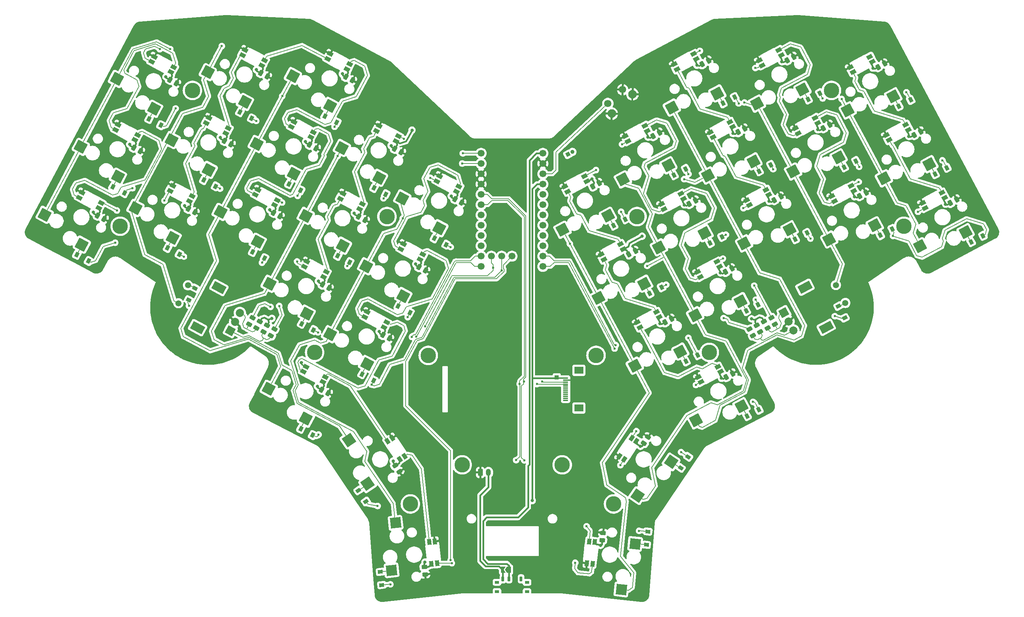
<source format=gbl>
G04 #@! TF.GenerationSoftware,KiCad,Pcbnew,8.0.1*
G04 #@! TF.CreationDate,2025-01-05T22:43:36+02:00*
G04 #@! TF.ProjectId,DeeDee_v1,44656544-6565-45f7-9631-2e6b69636164,v1.0.0*
G04 #@! TF.SameCoordinates,Original*
G04 #@! TF.FileFunction,Copper,L2,Bot*
G04 #@! TF.FilePolarity,Positive*
%FSLAX46Y46*%
G04 Gerber Fmt 4.6, Leading zero omitted, Abs format (unit mm)*
G04 Created by KiCad (PCBNEW 8.0.1) date 2025-01-05 22:43:36*
%MOMM*%
%LPD*%
G01*
G04 APERTURE LIST*
G04 Aperture macros list*
%AMRoundRect*
0 Rectangle with rounded corners*
0 $1 Rounding radius*
0 $2 $3 $4 $5 $6 $7 $8 $9 X,Y pos of 4 corners*
0 Add a 4 corners polygon primitive as box body*
4,1,4,$2,$3,$4,$5,$6,$7,$8,$9,$2,$3,0*
0 Add four circle primitives for the rounded corners*
1,1,$1+$1,$2,$3*
1,1,$1+$1,$4,$5*
1,1,$1+$1,$6,$7*
1,1,$1+$1,$8,$9*
0 Add four rect primitives between the rounded corners*
20,1,$1+$1,$2,$3,$4,$5,0*
20,1,$1+$1,$4,$5,$6,$7,0*
20,1,$1+$1,$6,$7,$8,$9,0*
20,1,$1+$1,$8,$9,$2,$3,0*%
%AMHorizOval*
0 Thick line with rounded ends*
0 $1 width*
0 $2 $3 position (X,Y) of the first rounded end (center of the circle)*
0 $4 $5 position (X,Y) of the second rounded end (center of the circle)*
0 Add line between two ends*
20,1,$1,$2,$3,$4,$5,0*
0 Add two circle primitives to create the rounded ends*
1,1,$1,$2,$3*
1,1,$1,$4,$5*%
%AMRotRect*
0 Rectangle, with rotation*
0 The origin of the aperture is its center*
0 $1 length*
0 $2 width*
0 $3 Rotation angle, in degrees counterclockwise*
0 Add horizontal line*
21,1,$1,$2,0,0,$3*%
%AMFreePoly0*
4,1,6,1.000000,0.000000,0.500000,-0.750000,-0.500000,-0.750000,-0.500000,0.750000,0.500000,0.750000,1.000000,0.000000,1.000000,0.000000,$1*%
%AMFreePoly1*
4,1,6,0.500000,-0.750000,-0.650000,-0.750000,-0.150000,0.000000,-0.650000,0.750000,0.500000,0.750000,0.500000,-0.750000,0.500000,-0.750000,$1*%
G04 Aperture macros list end*
G04 #@! TA.AperFunction,ComponentPad*
%ADD10C,3.800000*%
G04 #@! TD*
G04 #@! TA.AperFunction,SMDPad,CuDef*
%ADD11R,1.300000X0.300000*%
G04 #@! TD*
G04 #@! TA.AperFunction,SMDPad,CuDef*
%ADD12R,2.200000X1.800000*%
G04 #@! TD*
G04 #@! TA.AperFunction,SMDPad,CuDef*
%ADD13RoundRect,0.250000X0.519855X0.034014X0.226279X0.469259X-0.519855X-0.034014X-0.226279X-0.469259X0*%
G04 #@! TD*
G04 #@! TA.AperFunction,SMDPad,CuDef*
%ADD14RoundRect,0.250000X0.474974X-0.214024X0.420096X0.308100X-0.474974X0.214024X-0.420096X-0.308100X0*%
G04 #@! TD*
G04 #@! TA.AperFunction,SMDPad,CuDef*
%ADD15RoundRect,0.250000X0.443036X0.274090X-0.020512X0.520563X-0.443036X-0.274090X0.020512X-0.520563X0*%
G04 #@! TD*
G04 #@! TA.AperFunction,SMDPad,CuDef*
%ADD16RoundRect,0.250000X-0.020512X-0.520563X0.443036X-0.274090X0.020512X0.520563X-0.443036X0.274090X0*%
G04 #@! TD*
G04 #@! TA.AperFunction,ComponentPad*
%ADD17RotRect,1.000000X1.000000X118.000000*%
G04 #@! TD*
G04 #@! TA.AperFunction,ComponentPad*
%ADD18HorizOval,1.000000X0.000000X0.000000X0.000000X0.000000X0*%
G04 #@! TD*
G04 #@! TA.AperFunction,SMDPad,CuDef*
%ADD19RoundRect,0.250000X0.420096X-0.308100X0.474974X0.214024X-0.420096X0.308100X-0.474974X-0.214024X0*%
G04 #@! TD*
G04 #@! TA.AperFunction,SMDPad,CuDef*
%ADD20RoundRect,0.250000X0.226279X-0.469259X0.519855X-0.034014X-0.226279X0.469259X-0.519855X0.034014X0*%
G04 #@! TD*
G04 #@! TA.AperFunction,SMDPad,CuDef*
%ADD21RoundRect,0.250000X0.274090X-0.443036X0.520563X0.020512X-0.274090X0.443036X-0.520563X-0.020512X0*%
G04 #@! TD*
G04 #@! TA.AperFunction,ComponentPad*
%ADD22RotRect,3.200000X2.000000X152.000000*%
G04 #@! TD*
G04 #@! TA.AperFunction,ComponentPad*
%ADD23C,1.500000*%
G04 #@! TD*
G04 #@! TA.AperFunction,ComponentPad*
%ADD24RotRect,2.000000X2.000000X152.000000*%
G04 #@! TD*
G04 #@! TA.AperFunction,ComponentPad*
%ADD25C,2.000000*%
G04 #@! TD*
G04 #@! TA.AperFunction,ComponentPad*
%ADD26RotRect,3.200000X2.000000X28.000000*%
G04 #@! TD*
G04 #@! TA.AperFunction,ComponentPad*
%ADD27RotRect,2.000000X2.000000X28.000000*%
G04 #@! TD*
G04 #@! TA.AperFunction,ComponentPad*
%ADD28RoundRect,0.240000X-0.360000X-0.635000X0.360000X-0.635000X0.360000X0.635000X-0.360000X0.635000X0*%
G04 #@! TD*
G04 #@! TA.AperFunction,ComponentPad*
%ADD29O,1.200000X1.750000*%
G04 #@! TD*
G04 #@! TA.AperFunction,SMDPad,CuDef*
%ADD30RoundRect,0.090000X-0.210000X-0.535000X0.210000X-0.535000X0.210000X0.535000X-0.210000X0.535000X0*%
G04 #@! TD*
G04 #@! TA.AperFunction,SMDPad,CuDef*
%ADD31RoundRect,0.105000X0.445000X-0.245000X0.445000X0.245000X-0.445000X0.245000X-0.445000X-0.245000X0*%
G04 #@! TD*
G04 #@! TA.AperFunction,ComponentPad*
%ADD32C,1.800000*%
G04 #@! TD*
G04 #@! TA.AperFunction,ComponentPad*
%ADD33C,2.100000*%
G04 #@! TD*
G04 #@! TA.AperFunction,SMDPad,CuDef*
%ADD34RoundRect,0.250000X0.520563X-0.020512X0.274090X0.443036X-0.520563X0.020512X-0.274090X-0.443036X0*%
G04 #@! TD*
G04 #@! TA.AperFunction,SMDPad,CuDef*
%ADD35RotRect,1.400000X1.000000X28.000000*%
G04 #@! TD*
G04 #@! TA.AperFunction,SMDPad,CuDef*
%ADD36RotRect,0.900000X1.200000X96.000000*%
G04 #@! TD*
G04 #@! TA.AperFunction,SMDPad,CuDef*
%ADD37RotRect,2.600000X2.600000X152.000000*%
G04 #@! TD*
G04 #@! TA.AperFunction,SMDPad,CuDef*
%ADD38RotRect,0.900000X1.200000X124.000000*%
G04 #@! TD*
G04 #@! TA.AperFunction,SMDPad,CuDef*
%ADD39RotRect,1.400000X1.000000X332.000000*%
G04 #@! TD*
G04 #@! TA.AperFunction,SMDPad,CuDef*
%ADD40RotRect,2.600000X2.600000X208.000000*%
G04 #@! TD*
G04 #@! TA.AperFunction,SMDPad,CuDef*
%ADD41RotRect,0.900000X1.200000X152.000000*%
G04 #@! TD*
G04 #@! TA.AperFunction,SMDPad,CuDef*
%ADD42RotRect,0.900000X1.200000X62.000000*%
G04 #@! TD*
G04 #@! TA.AperFunction,SMDPad,CuDef*
%ADD43RotRect,2.600000X2.600000X264.000000*%
G04 #@! TD*
G04 #@! TA.AperFunction,SMDPad,CuDef*
%ADD44RotRect,0.900000X1.200000X208.000000*%
G04 #@! TD*
G04 #@! TA.AperFunction,SMDPad,CuDef*
%ADD45RotRect,1.400000X1.000000X84.000000*%
G04 #@! TD*
G04 #@! TA.AperFunction,ComponentPad*
%ADD46C,1.700000*%
G04 #@! TD*
G04 #@! TA.AperFunction,SMDPad,CuDef*
%ADD47FreePoly0,180.000000*%
G04 #@! TD*
G04 #@! TA.AperFunction,SMDPad,CuDef*
%ADD48FreePoly1,180.000000*%
G04 #@! TD*
G04 #@! TA.AperFunction,SMDPad,CuDef*
%ADD49RotRect,1.400000X1.000000X56.000000*%
G04 #@! TD*
G04 #@! TA.AperFunction,SMDPad,CuDef*
%ADD50RotRect,1.400000X1.000000X304.000000*%
G04 #@! TD*
G04 #@! TA.AperFunction,SMDPad,CuDef*
%ADD51RotRect,2.600000X2.600000X236.000000*%
G04 #@! TD*
G04 #@! TA.AperFunction,SMDPad,CuDef*
%ADD52RotRect,2.600000X2.600000X96.000000*%
G04 #@! TD*
G04 #@! TA.AperFunction,SMDPad,CuDef*
%ADD53RotRect,2.600000X2.600000X124.000000*%
G04 #@! TD*
G04 #@! TA.AperFunction,SMDPad,CuDef*
%ADD54RotRect,0.900000X1.200000X264.000000*%
G04 #@! TD*
G04 #@! TA.AperFunction,SMDPad,CuDef*
%ADD55R,1.000000X1.000000*%
G04 #@! TD*
G04 #@! TA.AperFunction,SMDPad,CuDef*
%ADD56RotRect,0.900000X1.200000X236.000000*%
G04 #@! TD*
G04 #@! TA.AperFunction,SMDPad,CuDef*
%ADD57RotRect,0.900000X1.200000X118.000000*%
G04 #@! TD*
G04 #@! TA.AperFunction,SMDPad,CuDef*
%ADD58RotRect,1.400000X1.000000X276.000000*%
G04 #@! TD*
G04 #@! TA.AperFunction,ViaPad*
%ADD59C,0.800000*%
G04 #@! TD*
G04 #@! TA.AperFunction,ViaPad*
%ADD60C,0.600000*%
G04 #@! TD*
G04 #@! TA.AperFunction,Conductor*
%ADD61C,0.400000*%
G04 #@! TD*
G04 #@! TA.AperFunction,Conductor*
%ADD62C,0.200000*%
G04 #@! TD*
G04 #@! TA.AperFunction,Conductor*
%ADD63C,0.300000*%
G04 #@! TD*
G04 APERTURE END LIST*
D10*
X193525000Y-160925000D03*
D11*
X219056467Y-144986688D03*
X219056468Y-144486689D03*
X219056467Y-143986688D03*
X219056466Y-143486687D03*
X219056466Y-142986689D03*
X219056467Y-142486688D03*
X219056467Y-141986688D03*
X219056466Y-141486687D03*
X219056466Y-140986689D03*
X219056467Y-140486688D03*
X219056470Y-139986688D03*
X219056467Y-139486688D03*
D12*
X222306466Y-137586688D03*
X222306466Y-146886688D03*
D10*
X218200000Y-160925000D03*
D13*
X178014106Y-162621365D03*
X176993576Y-161108373D03*
D14*
X184401861Y-188005294D03*
X184211097Y-186190294D03*
D15*
X169579444Y-100490099D03*
X167968062Y-99633315D03*
X193397521Y-96165841D03*
X191786139Y-95309057D03*
X160457012Y-143207555D03*
X158845630Y-142350771D03*
D16*
X258458503Y-113275592D03*
X260069885Y-112418808D03*
D10*
X157118565Y-133164714D03*
D17*
X219605556Y-84222313D03*
D18*
X220726899Y-83626083D03*
D16*
X291541037Y-94552725D03*
X293152419Y-93695941D03*
X261619832Y-78750153D03*
X263231214Y-77893369D03*
D15*
X178499407Y-83714091D03*
X176888025Y-82857307D03*
D19*
X228099570Y-179551858D03*
X228290334Y-177736858D03*
D16*
X270539794Y-95526153D03*
X272151176Y-94669369D03*
X313950702Y-96228138D03*
X315562084Y-95371354D03*
D15*
X166418115Y-65964656D03*
X164806733Y-65107872D03*
X127576949Y-98543237D03*
X125965567Y-97686453D03*
D10*
X254494365Y-133164711D03*
D20*
X238351970Y-155574546D03*
X239372502Y-154061554D03*
D16*
X240618582Y-79723584D03*
X242229964Y-78866800D03*
X273701113Y-61000716D03*
X275312495Y-60143932D03*
D15*
X175557605Y-129717851D03*
X173946223Y-128861067D03*
D21*
X140970743Y-126178518D03*
X141827529Y-124567139D03*
X142758711Y-127129199D03*
X143615499Y-125517818D03*
X144546681Y-128079880D03*
X145403469Y-126468499D03*
X146334651Y-129030559D03*
X147191437Y-127419180D03*
D22*
X128239013Y-127028304D03*
X133497094Y-117139291D03*
D23*
X123513741Y-121004867D03*
X125861099Y-116590129D03*
D24*
X136316481Y-127812203D03*
D25*
X138663838Y-123397467D03*
X137490160Y-125604835D03*
D16*
X243560382Y-125727347D03*
X245171764Y-124870563D03*
D10*
X185150000Y-133900000D03*
D16*
X258660978Y-139217045D03*
X260272360Y-138360261D03*
D10*
X230872274Y-170597886D03*
D16*
X225720466Y-92175336D03*
X227331848Y-91318552D03*
D26*
X278078279Y-117068654D03*
X283336360Y-126957667D03*
D23*
X285714275Y-116519491D03*
X288061630Y-120934228D03*
D27*
X272911534Y-123326828D03*
D25*
X275258891Y-127741566D03*
X274085212Y-125534195D03*
D16*
X282621078Y-77776722D03*
X284232460Y-76919938D03*
D10*
X284635100Y-68438087D03*
D16*
X252699872Y-61974153D03*
X254311254Y-61117369D03*
D10*
X126977827Y-68438087D03*
D28*
X198006462Y-162821682D03*
D29*
X200006464Y-162821684D03*
D16*
X296110784Y-62676130D03*
X297722166Y-61819346D03*
D10*
X236654447Y-99612701D03*
X226550000Y-133900000D03*
D30*
X208056467Y-189101038D03*
X205056468Y-189101040D03*
X203556469Y-189101040D03*
D31*
X209506469Y-192251040D03*
X209506469Y-189951041D03*
X202106467Y-192251037D03*
X202106467Y-189951038D03*
D15*
X105167283Y-100218644D03*
X103555901Y-99361860D03*
X123007199Y-66666638D03*
X121395817Y-65809854D03*
D10*
X174958486Y-99612703D03*
X302475018Y-101990096D03*
D32*
X233096433Y-68248242D03*
X229454579Y-71674156D03*
D33*
X230439162Y-74180268D03*
X235537760Y-69383987D03*
D15*
X160659484Y-117266102D03*
X159048102Y-116409318D03*
D10*
X109137913Y-101990096D03*
D15*
X184477559Y-112941845D03*
X182866177Y-112085061D03*
X157498154Y-82740662D03*
X155886772Y-81883878D03*
X136496904Y-81767234D03*
X134885522Y-80910450D03*
X114087243Y-83442640D03*
X112475861Y-82585856D03*
D10*
X180740646Y-170597884D03*
D34*
X265278285Y-129030559D03*
X264421499Y-127419180D03*
X267066255Y-128079880D03*
X266209469Y-126468499D03*
X268854223Y-127129199D03*
X267997437Y-125517818D03*
X270642193Y-126178518D03*
X269785407Y-124567139D03*
D16*
X249538543Y-96499590D03*
X251149925Y-95642806D03*
D15*
X148578196Y-99516662D03*
X146966814Y-98659878D03*
D16*
X305030744Y-79452133D03*
X306642126Y-78595349D03*
X234640426Y-108951339D03*
X236251808Y-108094555D03*
D15*
X145416866Y-64991222D03*
X143805484Y-64134438D03*
D35*
X269131860Y-94236145D03*
X268474599Y-93000017D03*
X263706682Y-95535163D03*
X264363943Y-96771291D03*
D36*
X173667328Y-190629234D03*
X173322384Y-187347312D03*
D35*
X290133113Y-93262711D03*
X289475852Y-92026583D03*
X284707935Y-94561729D03*
X285365196Y-95797857D03*
D37*
X173006647Y-90023989D03*
X163841438Y-82659106D03*
D35*
X257253052Y-137927030D03*
X256595791Y-136690902D03*
X251827874Y-139226048D03*
X252485135Y-140462176D03*
D38*
X169767937Y-169977718D03*
X167922601Y-167241894D03*
D39*
X168250232Y-97744718D03*
X168907493Y-96508590D03*
X164139576Y-93973444D03*
X163482315Y-95209572D03*
D35*
X224312540Y-90885320D03*
X223655279Y-89649192D03*
X218887362Y-92184338D03*
X219544623Y-93420466D03*
D40*
X299881795Y-69901497D03*
X288650912Y-73381408D03*
D37*
X139924108Y-71301125D03*
X130758899Y-63936242D03*
D39*
X183148352Y-110196469D03*
X183805613Y-108960341D03*
X179037696Y-106425195D03*
X178380435Y-107661323D03*
D41*
X162590785Y-76331274D03*
X159677057Y-74782020D03*
X189570193Y-106532456D03*
X186656465Y-104983202D03*
D42*
X126060987Y-120218702D03*
X127610241Y-117304974D03*
D39*
X174228389Y-126972471D03*
X174885650Y-125736343D03*
X170117733Y-123201197D03*
X169460472Y-124437325D03*
D41*
X156629682Y-153574168D03*
X153715954Y-152024914D03*
X156832156Y-127632716D03*
X153918428Y-126083462D03*
D39*
X165088903Y-63219277D03*
X165746164Y-61983149D03*
X160978247Y-59448003D03*
X160320986Y-60684131D03*
D40*
X317721713Y-103453509D03*
X306490830Y-106933420D03*
D39*
X103838074Y-97473268D03*
X104495335Y-96237140D03*
X99727418Y-93701994D03*
X99070157Y-94938122D03*
D43*
X236198386Y-180465925D03*
X232803135Y-191722689D03*
D39*
X121677993Y-63921259D03*
X122335254Y-62685131D03*
X117567337Y-60149985D03*
X116910076Y-61386113D03*
D44*
X257604024Y-104612746D03*
X254690296Y-106161998D03*
D37*
X164086689Y-106799995D03*
X154921480Y-99435112D03*
D35*
X248130619Y-95209577D03*
X247473358Y-93973449D03*
X242705441Y-96508595D03*
X243362702Y-97744723D03*
D39*
X156168944Y-79995285D03*
X156826205Y-78759157D03*
X152058288Y-76224011D03*
X151401027Y-77460139D03*
D40*
X262431990Y-146442412D03*
X251201107Y-149922323D03*
D44*
X313096221Y-87565287D03*
X310182493Y-89114539D03*
D37*
X154964251Y-149517458D03*
X145799042Y-142152575D03*
D44*
X260765351Y-70087306D03*
X257851623Y-71636558D03*
X304176264Y-70789282D03*
X301262536Y-72338534D03*
X233785942Y-100288489D03*
X230872214Y-101837741D03*
D40*
X229491476Y-99400699D03*
X218260593Y-102880610D03*
D41*
X119179876Y-77033251D03*
X116266148Y-75483997D03*
D40*
X265390844Y-85975525D03*
X254159961Y-89455436D03*
D41*
X165752114Y-110856710D03*
X162838386Y-109307456D03*
D44*
X242705904Y-117064491D03*
X239792176Y-118613743D03*
D41*
X174672074Y-94080707D03*
X171758346Y-92531453D03*
D37*
X122084193Y-104853134D03*
X112918984Y-97488251D03*
X108594487Y-89752538D03*
X99429278Y-82387655D03*
D44*
X322016183Y-104341294D03*
X319102455Y-105890546D03*
D40*
X277472131Y-68226087D03*
X266241248Y-71705998D03*
D41*
X141589536Y-75357844D03*
X138675808Y-73808590D03*
D35*
X233232497Y-107661323D03*
X232575236Y-106425195D03*
X227807319Y-108960341D03*
X228464580Y-110196469D03*
X239210654Y-78433569D03*
X238553393Y-77197441D03*
X233785476Y-79732587D03*
X234442737Y-80968715D03*
D44*
X290686560Y-85889877D03*
X287772832Y-87439129D03*
X299606518Y-102665878D03*
X296692790Y-104215130D03*
D40*
X262229511Y-120500958D03*
X250998628Y-123980869D03*
D45*
X226242788Y-179997717D03*
X224850458Y-179851378D03*
X224286004Y-185221797D03*
X225678334Y-185368136D03*
D39*
X159127795Y-140462175D03*
X159785056Y-139226047D03*
X155017139Y-136690901D03*
X154359878Y-137927029D03*
D46*
X213426466Y-83984679D03*
X213426467Y-86524677D03*
X213426466Y-89064678D03*
X213426466Y-91604682D03*
X213426465Y-94144678D03*
X213426466Y-96684678D03*
X213426465Y-99224678D03*
X213426467Y-101764676D03*
X213426466Y-104304678D03*
X213426467Y-106844679D03*
X213426466Y-109384677D03*
X213426466Y-111924678D03*
X198186466Y-111924678D03*
X198186466Y-109384677D03*
X198186465Y-106844679D03*
X198186466Y-104304678D03*
X198186466Y-101764674D03*
X198186467Y-99224678D03*
X198186466Y-96684678D03*
X198186467Y-94144678D03*
X198186465Y-91604680D03*
X198186466Y-89064678D03*
X198186465Y-86524677D03*
X198186466Y-83984679D03*
X200726466Y-109384678D03*
X203266466Y-109384679D03*
X205806466Y-109384678D03*
D37*
X99674528Y-106528543D03*
X90509319Y-99163660D03*
D47*
X205075000Y-186850000D03*
D48*
X203625000Y-186850000D03*
D40*
X256470880Y-69199514D03*
X245239997Y-72679425D03*
D37*
X131004151Y-88077127D03*
X121838942Y-80712244D03*
D39*
X192068307Y-93420465D03*
X192725568Y-92184337D03*
X187957651Y-89649191D03*
X187300390Y-90885319D03*
D44*
X266726455Y-147330203D03*
X263812727Y-148879455D03*
D35*
X260211905Y-77460140D03*
X259554644Y-76224012D03*
X254786727Y-78759158D03*
X255443988Y-79995286D03*
D49*
X236503219Y-155096509D03*
X235342566Y-154313639D03*
X232322923Y-158790441D03*
X233483576Y-159573311D03*
D44*
X248684058Y-87836737D03*
X245770330Y-89385989D03*
X281766593Y-69113870D03*
X278852865Y-70663122D03*
X266523982Y-121388747D03*
X263610254Y-122937999D03*
D40*
X295312047Y-101778093D03*
X284081164Y-105258004D03*
D50*
X178129353Y-159573310D03*
X179290006Y-158790440D03*
X176270363Y-154313638D03*
X175109710Y-155096508D03*
D40*
X308801756Y-86677498D03*
X297570873Y-90157409D03*
D39*
X112758033Y-80697265D03*
X113415294Y-79461137D03*
X108647377Y-76925991D03*
X107990116Y-78162119D03*
D35*
X257050577Y-111985575D03*
X256393316Y-110749447D03*
X251625399Y-113284593D03*
X252282660Y-114520721D03*
D44*
X269685314Y-86863310D03*
X266771586Y-88412562D03*
D35*
X281213149Y-76486704D03*
X280555888Y-75250576D03*
X275787971Y-77785722D03*
X276445232Y-79021850D03*
D51*
X245073681Y-160183783D03*
X236791122Y-168528944D03*
D41*
X132669578Y-92133847D03*
X129755850Y-90584593D03*
D40*
X253309557Y-103724956D03*
X242078674Y-107204867D03*
X286392093Y-85002086D03*
X275161210Y-88481997D03*
D35*
X312542777Y-94938121D03*
X311885516Y-93701993D03*
X307117599Y-96237139D03*
X307774860Y-97473267D03*
D37*
X117514445Y-72976532D03*
X108349236Y-65611649D03*
D41*
X101339953Y-110585260D03*
X98426225Y-109036006D03*
D39*
X126247736Y-95797857D03*
X126904997Y-94561729D03*
X122137080Y-92026583D03*
X121479819Y-93262711D03*
D41*
X144750867Y-109883279D03*
X141837139Y-108334025D03*
D35*
X303622817Y-78162112D03*
X302965556Y-76925984D03*
X298197639Y-79461130D03*
X298854900Y-80697258D03*
D41*
X123749618Y-108909846D03*
X120835890Y-107360592D03*
D35*
X272293195Y-59710704D03*
X271635934Y-58474576D03*
X266868017Y-61009722D03*
X267525278Y-62245850D03*
D37*
X152005400Y-89050560D03*
X142840191Y-81685677D03*
D52*
X176099206Y-186980041D03*
X177079852Y-175263350D03*
D53*
X170201963Y-165613979D03*
X165567169Y-154808367D03*
D41*
X171730276Y-140084465D03*
X168816548Y-138535211D03*
D39*
X159330271Y-114520731D03*
X159987532Y-113284603D03*
X155219615Y-110749457D03*
X154562354Y-111985585D03*
D54*
X239335831Y-177402086D03*
X238990887Y-180684008D03*
D41*
X153670825Y-93107277D03*
X150757097Y-91558023D03*
D39*
X135167694Y-79021851D03*
X135824955Y-77785723D03*
X131057038Y-75250577D03*
X130399777Y-76486705D03*
D37*
X187904760Y-102475743D03*
X178739551Y-95110860D03*
D40*
X274310803Y-102751522D03*
X263079920Y-106231433D03*
X238411435Y-116176706D03*
X227180552Y-119656617D03*
D41*
X110259914Y-93809255D03*
X107346186Y-92260001D03*
D44*
X278605270Y-103639308D03*
X275691542Y-105188560D03*
D37*
X143085441Y-105826563D03*
X133920232Y-98461680D03*
D55*
X216860018Y-139292418D03*
D37*
X178984805Y-119251743D03*
X169819596Y-111886860D03*
X170064846Y-136027749D03*
X160899637Y-128662866D03*
D35*
X251291947Y-60684133D03*
X250634686Y-59448005D03*
X245866769Y-61983151D03*
X246524030Y-63219279D03*
D56*
X249282264Y-158951522D03*
X247436928Y-161687346D03*
D40*
X244389594Y-86948953D03*
X233158711Y-90428864D03*
D39*
X144087654Y-62245848D03*
X144744915Y-61009720D03*
X139976998Y-58474574D03*
X139319737Y-59710702D03*
D40*
X247331397Y-132952713D03*
X236100514Y-136432624D03*
D39*
X177170187Y-80968715D03*
X177827448Y-79732587D03*
X173059531Y-77197441D03*
X172402270Y-78433569D03*
X147248985Y-96771286D03*
X147906246Y-95535158D03*
X143138329Y-93000012D03*
X142481068Y-94236140D03*
D57*
X287899303Y-124633433D03*
X286350051Y-121719705D03*
D44*
X251625863Y-133840496D03*
X248712135Y-135389748D03*
D35*
X242152456Y-124437325D03*
X241495195Y-123201197D03*
X236727278Y-125736343D03*
X237384539Y-126972471D03*
D37*
X155166728Y-123576002D03*
X146001519Y-116211119D03*
X160925362Y-72274552D03*
X151760153Y-64909669D03*
D58*
X185934594Y-185368134D03*
X187326924Y-185221796D03*
X186762470Y-179851376D03*
X185370140Y-179997714D03*
D41*
X180650228Y-123308465D03*
X177736500Y-121759211D03*
D35*
X294702855Y-61386111D03*
X294045594Y-60149983D03*
X289277677Y-62685129D03*
X289934938Y-63921257D03*
D59*
X212825000Y-168100000D03*
X212825000Y-160275000D03*
X196125000Y-162925000D03*
D60*
X193683657Y-84000312D03*
X121493499Y-58222934D03*
X134223509Y-57487224D03*
X193533655Y-86500315D03*
X149138069Y-69849835D03*
X162792091Y-84641395D03*
X178876224Y-100037486D03*
X287149362Y-70563645D03*
X263148240Y-71433279D03*
X248280423Y-90362800D03*
X239177886Y-111797408D03*
X220095704Y-106325264D03*
X124859141Y-109488087D03*
X171164131Y-141115138D03*
X203266466Y-112897253D03*
X107896959Y-106052427D03*
X249329800Y-129556711D03*
X157941684Y-128210953D03*
X265962569Y-120136892D03*
X144137782Y-111002239D03*
X299818818Y-104400353D03*
X279452267Y-105036299D03*
X291468738Y-87332403D03*
X165209449Y-111843238D03*
X270256230Y-87908507D03*
X180081287Y-124450896D03*
X258582810Y-104081986D03*
X243861283Y-116439841D03*
X312006110Y-85699554D03*
X201137968Y-112197252D03*
X112182529Y-92598437D03*
X184354643Y-126727899D03*
X152929261Y-94500859D03*
X133779096Y-92712080D03*
X303130305Y-68900078D03*
X249372345Y-89102679D03*
X261737380Y-71655397D03*
X162045319Y-77429558D03*
X282478355Y-70423952D03*
X190674479Y-107120545D03*
X174105939Y-95111377D03*
X122831134Y-72890832D03*
X232739983Y-98399284D03*
X142705653Y-75983337D03*
X190676231Y-184487492D03*
X247512188Y-157784929D03*
X158102571Y-153453325D03*
X237172654Y-177226995D03*
X285457427Y-124211563D03*
X172662647Y-171091800D03*
X126122780Y-121655556D03*
X175813497Y-190444404D03*
X265274773Y-145362516D03*
D59*
X260410685Y-116932659D03*
X237751429Y-187805891D03*
X179585492Y-82341974D03*
X244767018Y-128195233D03*
X256376563Y-60931688D03*
X243543043Y-78118404D03*
X233720151Y-103405753D03*
X135746311Y-124138507D03*
X262911082Y-94095860D03*
X193847281Y-105511371D03*
X138253245Y-57545574D03*
X254391247Y-77220363D03*
X217250000Y-92950000D03*
X122906900Y-90667956D03*
X264650207Y-142648294D03*
X266095880Y-59614569D03*
X250117463Y-140117497D03*
X221300000Y-139975000D03*
X174804979Y-141921601D03*
X177672392Y-153356219D03*
X235179722Y-126568735D03*
X161527634Y-115664848D03*
X235552477Y-174688075D03*
X194265671Y-94564590D03*
X277129488Y-60193102D03*
X181920155Y-101005750D03*
X272973926Y-127355548D03*
X167242119Y-64339930D03*
X159355460Y-58617550D03*
X306298519Y-94753693D03*
X152752487Y-74870034D03*
X216620149Y-99305752D03*
X297331613Y-77889394D03*
X222737595Y-183943344D03*
X241909834Y-95069291D03*
X185889908Y-113725199D03*
X97115772Y-101589628D03*
X231228153Y-160200234D03*
X296818826Y-60097557D03*
X115642834Y-84200670D03*
X290070154Y-100955750D03*
X262307203Y-76239201D03*
X178351379Y-164646541D03*
X252598247Y-94935756D03*
X175380532Y-105799707D03*
X232989873Y-78293287D03*
X249086836Y-146038577D03*
X176381604Y-128093126D03*
X283912330Y-93122429D03*
X270620155Y-74255753D03*
X217620153Y-108355750D03*
X173806282Y-75531634D03*
X274989570Y-76234657D03*
X129309126Y-99395158D03*
X109284753Y-75496945D03*
X314682221Y-93693712D03*
X143809054Y-91690187D03*
X132806749Y-68865036D03*
X150125783Y-100258672D03*
X170846208Y-121707332D03*
X170426919Y-98821222D03*
X232345983Y-87413072D03*
X186470109Y-88777388D03*
X275473116Y-124111778D03*
X131608924Y-73662817D03*
X186346136Y-187761372D03*
X244256486Y-62845766D03*
X168300613Y-77940730D03*
X259281113Y-110805989D03*
X230770158Y-95505754D03*
X259327915Y-136747017D03*
X229395469Y-176214331D03*
X292275356Y-92130068D03*
X158345632Y-81071783D03*
X305671164Y-76852888D03*
X259778270Y-141586813D03*
X137940725Y-82522461D03*
X116024074Y-59318617D03*
X271227159Y-93015203D03*
X124767379Y-66400882D03*
X161712328Y-68604939D03*
X146857886Y-65858226D03*
X310620156Y-81905753D03*
X198000000Y-164900000D03*
X157201965Y-119392591D03*
X179791722Y-104989773D03*
X217620150Y-112905753D03*
X155960763Y-109307179D03*
X244278406Y-123195457D03*
X250853267Y-111889447D03*
X288526220Y-61222360D03*
X153862959Y-135655813D03*
X161300750Y-141576776D03*
X100479366Y-92163980D03*
X139143040Y-127988231D03*
X186694792Y-178030116D03*
X178672043Y-69298189D03*
X283355398Y-75354063D03*
X225120153Y-106455750D03*
X106879435Y-99191184D03*
X164857249Y-92575324D03*
D60*
X148376748Y-121688888D03*
X181127528Y-129329948D03*
D59*
X210800000Y-169750000D03*
X146584481Y-124755618D03*
X264914347Y-124841744D03*
D60*
X182155627Y-129274488D03*
X146224079Y-121903376D03*
X265579112Y-116669662D03*
X231405656Y-131359907D03*
X258028965Y-124677291D03*
X231132235Y-132207016D03*
X118913899Y-58250252D03*
X208747672Y-140311282D03*
X208828891Y-159812821D03*
X213275000Y-140386689D03*
X206828897Y-159762820D03*
X211957587Y-140975004D03*
X207707584Y-140907585D03*
D59*
X125037450Y-96885235D03*
X303716510Y-79800830D03*
X190823291Y-94546015D03*
X146002200Y-97896238D03*
X237488257Y-156336778D03*
X133813706Y-80032828D03*
X142754344Y-63324445D03*
X257499313Y-139533172D03*
X281262694Y-78148897D03*
X225512807Y-90280504D03*
X290292313Y-94696716D03*
X257247686Y-113499267D03*
X181140898Y-78258507D03*
X248327720Y-96723264D03*
X120409501Y-65090953D03*
X239363609Y-79970732D03*
X182057360Y-111347285D03*
X184344944Y-184950891D03*
X102484087Y-98484240D03*
X269264142Y-95840926D03*
X158020431Y-115555175D03*
X166896250Y-98755697D03*
X242334447Y-126029091D03*
X227656094Y-180811283D03*
X157787837Y-141527184D03*
X175992799Y-82073589D03*
X237917857Y-104439544D03*
X294861374Y-62933734D03*
X176483029Y-159981016D03*
X251444905Y-62221293D03*
X163955653Y-64347623D03*
X260344187Y-79064919D03*
X154877529Y-81096160D03*
X272381328Y-61338958D03*
X111490094Y-81753990D03*
X173041404Y-127983454D03*
X312787083Y-96545305D03*
D60*
X108343980Y-98105890D03*
X120074035Y-95676296D03*
X152796612Y-110682366D03*
X149089980Y-96139986D03*
X185692650Y-90022741D03*
X179140689Y-80422805D03*
X190976796Y-185228886D03*
X221423966Y-185119503D03*
X305970292Y-98428142D03*
X291351937Y-91030738D03*
X265849632Y-62899973D03*
X252166716Y-58679714D03*
X257853346Y-109974830D03*
X262919607Y-97540948D03*
X232949277Y-81752476D03*
X226534171Y-88108138D03*
X251191739Y-141196194D03*
X236504350Y-152595892D03*
X232563716Y-161010874D03*
X224218153Y-176094443D03*
D61*
X203556469Y-189101040D02*
X203556469Y-186875615D01*
X203556469Y-186875615D02*
X202630855Y-185950001D01*
X202630855Y-185950001D02*
X199269146Y-185950000D01*
X197967671Y-184648528D02*
X197967670Y-181682339D01*
X197978744Y-181671268D02*
X197978745Y-168439397D01*
X199269146Y-185950000D02*
X197967671Y-184648528D01*
X197967670Y-181682339D02*
X197978744Y-181671268D01*
X197978745Y-168439397D02*
X200006465Y-166411668D01*
X200006465Y-166411668D02*
X200006459Y-162788330D01*
D62*
X208726225Y-139723775D02*
X208726225Y-140289835D01*
X208726225Y-140289835D02*
X208747672Y-140311282D01*
X208726225Y-140898775D02*
X208726225Y-140332729D01*
X208726225Y-140332729D02*
X208747672Y-140311282D01*
X190976796Y-185228886D02*
X190972363Y-185224453D01*
X190972363Y-185224453D02*
X187330177Y-185224453D01*
D61*
X216860018Y-139292418D02*
X217054288Y-139486688D01*
D63*
X217054288Y-139486688D02*
X217250000Y-139486688D01*
X219056467Y-139486688D02*
X217250000Y-139486688D01*
D61*
X216625000Y-139525006D02*
X210776234Y-139525006D01*
X216860018Y-139292418D02*
X216627430Y-139525006D01*
X216627430Y-139525006D02*
X216625000Y-139525006D01*
X216900000Y-139525000D02*
X216899994Y-139525006D01*
X210776234Y-139525006D02*
X210776228Y-139525000D01*
X210776230Y-92802988D02*
X210776228Y-139525000D01*
X210776228Y-139525000D02*
X210776227Y-169726227D01*
X213426468Y-91604686D02*
X211974531Y-91604686D01*
X211974531Y-91604686D02*
X210776230Y-92802988D01*
X210776227Y-169726227D02*
X210800000Y-169750000D01*
D62*
X213275000Y-140386689D02*
X213374999Y-140486688D01*
X213374999Y-140486688D02*
X219056467Y-140486688D01*
X211957587Y-140975004D02*
X211969272Y-140986689D01*
X211969272Y-140986689D02*
X219056466Y-140986689D01*
X211958385Y-140974210D02*
X211959179Y-140975004D01*
X219027899Y-140975004D02*
X219028693Y-140974210D01*
X206828893Y-159762821D02*
X206837179Y-159762821D01*
X207735360Y-140935361D02*
X207707584Y-140907585D01*
X206837179Y-159762821D02*
X207735360Y-158864640D01*
X207735360Y-158864640D02*
X207735360Y-140935361D01*
X208828891Y-159812821D02*
X208820858Y-159812821D01*
X208820858Y-159812821D02*
X208135360Y-159127323D01*
X208135360Y-159127323D02*
X208135360Y-141489640D01*
X208135360Y-141489640D02*
X208726225Y-140898775D01*
X200834202Y-95237485D02*
X199741399Y-94144686D01*
X199741399Y-94144686D02*
X198186471Y-94144686D01*
X208726225Y-139723775D02*
X209237970Y-139212030D01*
X209237970Y-139212030D02*
X209237970Y-99483547D01*
X209237970Y-99483547D02*
X204991909Y-95237488D01*
X204991909Y-95237488D02*
X200834202Y-95237485D01*
X207707584Y-140907585D02*
X207700000Y-140900001D01*
X200826228Y-95637492D02*
X199779033Y-96684688D01*
X207700000Y-140900001D02*
X207700000Y-140184314D01*
X207700000Y-140184314D02*
X208837970Y-139046344D01*
X208837970Y-139046344D02*
X208837970Y-99649226D01*
X208837970Y-99649226D02*
X204826232Y-95637488D01*
X204826232Y-95637488D02*
X200826228Y-95637492D01*
X199779033Y-96684688D02*
X198186469Y-96684684D01*
D63*
X221300000Y-139975000D02*
X221288312Y-139986688D01*
X221288312Y-139986688D02*
X219056470Y-139986688D01*
D61*
X205056469Y-189101040D02*
X205056470Y-185856469D01*
X199550004Y-173899997D02*
X207300003Y-173899997D01*
X205056470Y-185856469D02*
X204549999Y-185349999D01*
X204549999Y-185349999D02*
X199799996Y-185349999D01*
X199799996Y-185349999D02*
X198675000Y-184225002D01*
X210126229Y-85725260D02*
X211864153Y-83987335D01*
X198675000Y-184225002D02*
X198675000Y-174775000D01*
X209801222Y-171398779D02*
X209801221Y-161198779D01*
X198675000Y-174775000D02*
X199550004Y-173899997D01*
X207300003Y-173899997D02*
X209801222Y-171398779D01*
X209801221Y-161198779D02*
X210126229Y-160873771D01*
X210126229Y-160873771D02*
X210126229Y-85725260D01*
X211864153Y-83987335D02*
X213429704Y-83987334D01*
D62*
X205806465Y-109384685D02*
X203666466Y-111524685D01*
X203866465Y-112648723D02*
X203866465Y-113145781D01*
X182329972Y-130266876D02*
X179600418Y-135400419D01*
X179600418Y-135400419D02*
X179600419Y-146347537D01*
X203666466Y-111524685D02*
X203666465Y-112448723D01*
X203666465Y-112448723D02*
X203866465Y-112648723D01*
X203866465Y-113145781D02*
X202024758Y-114987489D01*
X183920736Y-129780530D02*
X182329972Y-130266876D01*
X202024758Y-114987489D02*
X191786338Y-114987487D01*
X191786338Y-114987487D02*
X183920736Y-129780530D01*
X179600419Y-146347537D02*
X190676231Y-157423352D01*
X190676231Y-157423352D02*
X190676231Y-184487492D01*
X171164131Y-141115138D02*
X171781301Y-141443292D01*
X173099952Y-141040143D02*
X175705520Y-136139782D01*
X201576225Y-114587485D02*
X203266466Y-112897253D01*
X171781301Y-141443292D02*
X173099952Y-141040143D01*
X175705520Y-136139782D02*
X179346075Y-135026751D01*
X191552030Y-114587488D02*
X201576225Y-114587485D01*
X179346075Y-135026751D02*
X182054578Y-129932796D01*
X182054578Y-129932796D02*
X183645342Y-129446451D01*
X183645342Y-129446451D02*
X191539132Y-114600392D01*
X191539132Y-114600392D02*
X191552030Y-114587488D01*
X181127528Y-129329948D02*
X181361532Y-128889850D01*
X181361532Y-128889850D02*
X182099303Y-128664290D01*
X182099303Y-128664290D02*
X191700825Y-110606453D01*
X191700825Y-110606453D02*
X192017722Y-110509572D01*
X196729033Y-109384684D02*
X198186470Y-109384687D01*
X192017722Y-110509572D02*
X192070230Y-110537489D01*
X192070230Y-110537489D02*
X195576228Y-110537487D01*
X195576228Y-110537487D02*
X196729033Y-109384684D01*
X182155627Y-129274488D02*
X182241920Y-129248105D01*
X191976226Y-110940538D02*
X191986188Y-110937486D01*
X182241920Y-129248105D02*
X191976226Y-110940538D01*
X196613422Y-111924683D02*
X198186467Y-111924684D01*
X191986188Y-110937486D02*
X195626224Y-110937488D01*
X195626224Y-110937488D02*
X196613422Y-111924683D01*
X98429471Y-109038653D02*
X99708765Y-106632634D01*
X99708765Y-106632634D02*
X99677769Y-106531201D01*
X198186462Y-83984684D02*
X193699282Y-83984686D01*
X108349239Y-65611649D02*
X99429274Y-82387655D01*
X99356097Y-82525288D02*
X90509320Y-99163661D01*
X99356101Y-82525285D02*
X99356097Y-82525288D01*
X118132168Y-56418889D02*
X112290959Y-58204724D01*
X109131677Y-64146477D02*
X109127625Y-64147715D01*
X109127625Y-64147715D02*
X108349239Y-65611649D01*
X99429274Y-82387655D02*
X99356101Y-82525285D01*
X112290959Y-58204724D02*
X109131677Y-64146477D01*
X193699282Y-83984686D02*
X193683657Y-84000312D01*
X121493499Y-58222934D02*
X121487370Y-58202877D01*
X121487370Y-58202877D02*
X118132168Y-56418889D01*
X108628732Y-89856623D02*
X108597730Y-89755186D01*
X107349420Y-92262650D02*
X108628732Y-89856623D01*
X116269386Y-75486648D02*
X117548691Y-73080624D01*
X117548691Y-73080624D02*
X117517690Y-72979188D01*
X122118441Y-104957215D02*
X122087429Y-104855784D01*
X120839117Y-107363248D02*
X122118441Y-104957215D01*
X132595002Y-60483033D02*
X130758900Y-63936244D01*
X132595005Y-60483029D02*
X134180994Y-57500232D01*
X124500015Y-74156976D02*
X129553904Y-72611846D01*
X111839167Y-97968573D02*
X124500015Y-74156976D01*
X132595005Y-60483029D02*
X132595002Y-60483033D01*
X130974828Y-69939483D02*
X129730670Y-65870064D01*
X193558022Y-86524688D02*
X193533655Y-86500315D01*
X119700337Y-111422343D02*
X115224864Y-109042691D01*
X129730670Y-65870064D02*
X130758900Y-63936244D01*
X134180994Y-57500232D02*
X134223509Y-57487224D01*
X115224864Y-109042691D02*
X111839167Y-97968573D01*
X198186463Y-86524683D02*
X193558022Y-86524688D01*
X129553904Y-72611846D02*
X130974828Y-69939483D01*
X123516988Y-121007519D02*
X122458806Y-120444872D01*
X122458806Y-120444872D02*
X119700337Y-111422343D01*
X131038402Y-88181202D02*
X131007389Y-88079788D01*
X129759089Y-90587237D02*
X131038402Y-88181202D01*
X138679053Y-73811235D02*
X139958356Y-71405204D01*
X139958356Y-71405204D02*
X139927342Y-71303774D01*
X141840381Y-108336673D02*
X143119681Y-105930647D01*
X143119681Y-105930647D02*
X143088678Y-105829225D01*
X148763022Y-136586868D02*
X145802276Y-142155220D01*
X149138069Y-69849835D02*
X151763387Y-64912323D01*
X149138069Y-69849835D02*
X130950877Y-104054953D01*
X147856875Y-133623001D02*
X148763022Y-136586868D01*
X124084044Y-127211895D02*
X124704256Y-129240522D01*
X140793292Y-129867234D02*
X147856875Y-133623001D01*
X131326358Y-132761563D02*
X140793292Y-129867234D01*
X124704256Y-129240522D02*
X131326358Y-132761563D01*
X130950877Y-104054953D02*
X132939058Y-110558024D01*
X132939058Y-110558024D02*
X124084044Y-127211895D01*
X152039649Y-89154635D02*
X152008642Y-89053199D01*
X150760340Y-91560666D02*
X152039649Y-89154635D01*
X159680298Y-74784663D02*
X160959611Y-72378621D01*
X160959611Y-72378621D02*
X160928599Y-72277209D01*
X153921667Y-126086119D02*
X155200972Y-123680083D01*
X155200972Y-123680083D02*
X155169964Y-123578655D01*
X134748899Y-131296912D02*
X140834799Y-129436270D01*
X132330314Y-130010927D02*
X134748899Y-131296912D01*
X162792087Y-84641400D02*
X144732307Y-118606907D01*
X152823515Y-145777399D02*
X163205340Y-151297514D01*
X148190961Y-133347614D02*
X149096652Y-136310008D01*
X151837276Y-142551549D02*
X152823515Y-145777399D01*
X163209347Y-151310599D02*
X163211276Y-151300677D01*
X135020904Y-121575979D02*
X131675234Y-127868270D01*
X149096652Y-136310008D02*
X151517187Y-137597026D01*
X152595789Y-141124983D02*
X151837276Y-142551549D01*
X162792091Y-84641395D02*
X162792087Y-84641400D01*
X163205340Y-151297514D02*
X163209347Y-151310599D01*
X140834799Y-129436270D02*
X148190961Y-133347614D01*
X151517187Y-137597026D02*
X152595789Y-141124983D01*
X144732307Y-118606907D02*
X135020904Y-121575979D01*
X165570414Y-154811034D02*
X163209347Y-151310599D01*
X131675234Y-127868270D02*
X132330314Y-130010927D01*
X163844676Y-82661766D02*
X162792091Y-84641395D01*
X164120940Y-106904079D02*
X164089926Y-106802644D01*
X162841619Y-109310105D02*
X164120940Y-106904079D01*
X171730573Y-92432674D02*
X171761583Y-92534099D01*
X173009885Y-90026639D02*
X171730573Y-92432674D01*
X168788776Y-138436433D02*
X168819779Y-138537866D01*
X170068092Y-136030408D02*
X168788776Y-138436433D01*
X166697518Y-152701312D02*
X166696726Y-152705430D01*
X178876224Y-100037486D02*
X177588031Y-102428631D01*
X169995950Y-157596754D02*
X169506176Y-160116476D01*
X151227360Y-135280922D02*
X153026759Y-141166487D01*
X153157593Y-145502015D02*
X166697518Y-152701312D01*
X166696726Y-152705430D02*
X169995950Y-157596754D01*
X176522981Y-170519306D02*
X177016194Y-175211827D01*
X169506176Y-160116476D02*
X176522981Y-170519306D01*
X178876224Y-100037486D02*
X179254652Y-99294164D01*
X169822840Y-111889516D02*
X160109644Y-130157380D01*
X160902875Y-128665513D02*
X160109636Y-130157383D01*
X179254652Y-99294164D02*
X178256255Y-96028541D01*
X159969214Y-130421478D02*
X158544288Y-130857126D01*
X178256255Y-96028541D02*
X178742792Y-95113510D01*
X158544288Y-130857126D02*
X157131562Y-130105961D01*
X160109644Y-130157380D02*
X160109636Y-130157383D01*
X177588031Y-102428631D02*
X177402710Y-102777175D01*
X174137107Y-103775576D02*
X169822840Y-111889516D01*
X152268237Y-142593046D02*
X153157593Y-145502015D01*
X157131562Y-130105961D02*
X153366964Y-131256914D01*
X177402710Y-102777175D02*
X174137107Y-103775576D01*
X153366964Y-131256914D02*
X151227360Y-135280922D01*
X177016194Y-175211827D02*
X177083090Y-175266000D01*
X160109636Y-130157383D02*
X159969214Y-130421478D01*
X153026759Y-141166487D02*
X152268237Y-142593046D01*
X178988041Y-119254398D02*
X177708725Y-121660435D01*
X177708725Y-121660435D02*
X177739740Y-121761858D01*
X186628687Y-104884431D02*
X186659702Y-104985851D01*
X187908001Y-102478399D02*
X186628687Y-104884431D01*
X317725179Y-103453351D02*
X319004494Y-105859386D01*
X319004494Y-105859386D02*
X319105929Y-105890390D01*
X306490831Y-106933419D02*
X304779083Y-103714096D01*
X287149362Y-70563645D02*
X287153318Y-70564844D01*
X287153323Y-70564852D02*
X288650912Y-73381406D01*
X287149362Y-70563645D02*
X287153323Y-70564852D01*
X300787921Y-96207798D02*
X288650912Y-73381406D01*
X305460591Y-101484990D02*
X303017017Y-96889301D01*
X304779083Y-103714096D02*
X305460591Y-101484990D01*
X306494305Y-106933263D02*
X306644757Y-106441150D01*
X303017017Y-96889301D02*
X300787921Y-96207798D01*
X310185972Y-89114384D02*
X308906664Y-86708351D01*
X308906664Y-86708351D02*
X308805219Y-86677339D01*
X299986695Y-69932343D02*
X299885266Y-69901334D01*
X301266012Y-72338384D02*
X299986695Y-69932343D01*
X295416961Y-101808951D02*
X295315524Y-101777935D01*
X296696265Y-104214980D02*
X295416961Y-101808951D01*
X275161210Y-88481998D02*
X266241250Y-71705997D01*
X287306267Y-111323537D02*
X287246770Y-111518142D01*
X265437716Y-72133240D02*
X265278094Y-72084438D01*
X275164682Y-88481844D02*
X275164686Y-88481843D01*
X266244734Y-71705850D02*
X266244720Y-71705840D01*
X266241249Y-71705995D02*
X265437716Y-72133240D01*
X284081164Y-105258001D02*
X287306267Y-111323537D01*
X266241250Y-71705997D02*
X266241249Y-71705995D01*
X284081164Y-105258001D02*
X275161205Y-88482001D01*
X285717752Y-116519341D02*
X287246770Y-111518142D01*
X275161205Y-88482001D02*
X275161210Y-88481998D01*
X287246770Y-111518142D02*
X287278653Y-111413865D01*
X263148240Y-71433279D02*
X265278094Y-72084438D01*
X265278094Y-72084438D02*
X265437719Y-72133240D01*
X287776308Y-87438980D02*
X286496986Y-85032935D01*
X286496986Y-85032935D02*
X286395568Y-85001929D01*
X277577032Y-68256936D02*
X277475603Y-68225923D01*
X278856347Y-70662973D02*
X277577032Y-68256936D01*
X274415705Y-102782379D02*
X274314275Y-102751364D01*
X275695019Y-105188412D02*
X274415705Y-102782379D01*
X262652829Y-137084214D02*
X264017298Y-132621234D01*
X264155140Y-139909645D02*
X262652829Y-137084214D01*
X278024950Y-126588946D02*
X271874871Y-115022338D01*
X263083400Y-106231280D02*
X245243475Y-72679275D01*
X250929972Y-91172861D02*
X254159959Y-89455430D01*
X252010224Y-151437360D02*
X252761518Y-151667055D01*
X263224817Y-142952594D02*
X264155140Y-139909645D01*
X252761518Y-151667055D02*
X255982112Y-149954636D01*
X248280423Y-90362800D02*
X250929972Y-91172861D01*
X271213326Y-128795043D02*
X275405820Y-130076816D01*
X257132477Y-146191947D02*
X263224817Y-142952594D01*
X275405820Y-130076816D02*
X277260016Y-129090926D01*
X271874871Y-115022338D02*
X266958470Y-113519252D01*
X277260016Y-129090926D02*
X278024950Y-126588946D01*
X251204574Y-149922167D02*
X252010224Y-151437360D01*
X266958470Y-113519252D02*
X263083400Y-106231280D01*
X264017298Y-132621234D02*
X271213326Y-128795043D01*
X255982112Y-149954636D02*
X257132477Y-146191947D01*
X265495752Y-86006375D02*
X265394315Y-85975364D01*
X266775062Y-88412402D02*
X265495752Y-86006375D01*
X257855104Y-71636414D02*
X256575789Y-69230372D01*
X256575789Y-69230372D02*
X256474353Y-69199355D01*
X263613728Y-122937847D02*
X262334419Y-120531809D01*
X262334419Y-120531809D02*
X262232987Y-120500802D01*
X254880320Y-145577337D02*
X256503219Y-146073506D01*
X240283063Y-161597925D02*
X248971943Y-148716119D01*
X242078669Y-107204870D02*
X241379571Y-105890053D01*
X256503219Y-146073506D02*
X262890737Y-142677203D01*
X236794593Y-168528785D02*
X238137397Y-169434518D01*
X248980091Y-148714538D02*
X254880320Y-145577337D01*
X237053159Y-92601253D02*
X233826250Y-91614688D01*
X250998628Y-123980875D02*
X243327877Y-109554286D01*
X253558413Y-128795131D02*
X250998627Y-123980881D01*
X243327877Y-109554286D02*
X242078669Y-107204870D01*
X233202148Y-90440926D02*
X233162185Y-90428706D01*
X238137397Y-169434518D02*
X239104535Y-169246529D01*
X233826250Y-91614688D02*
X233202148Y-90440926D01*
X243314541Y-109597908D02*
X243327877Y-109554286D01*
X241173192Y-166179620D02*
X240849381Y-164513744D01*
X250998627Y-123980881D02*
X250998628Y-123980875D01*
X240849381Y-164513744D02*
X240849736Y-164513212D01*
X240849736Y-164513212D02*
X240283063Y-161597925D01*
X240414888Y-98923749D02*
X237053159Y-92601253D01*
X258614300Y-130340870D02*
X253558413Y-128795131D01*
X239104535Y-169246529D02*
X241173192Y-166179620D01*
X241379571Y-105890053D02*
X239414805Y-102194871D01*
X263724178Y-139951146D02*
X258614300Y-130340870D01*
X262890737Y-142677203D02*
X263724178Y-139951146D01*
X248971943Y-148716119D02*
X248980091Y-148714538D01*
X239177886Y-111797408D02*
X243314541Y-109597908D01*
X239414805Y-102194871D02*
X240414888Y-98923749D01*
X253414464Y-103755808D02*
X253313029Y-103724796D01*
X254693769Y-106161843D02*
X253414464Y-103755808D01*
X245773801Y-89385838D02*
X244494498Y-86979793D01*
X244494498Y-86979793D02*
X244393073Y-86948787D01*
X248715613Y-135389599D02*
X247436301Y-132983563D01*
X247436301Y-132983563D02*
X247334868Y-132952557D01*
X232806604Y-191722534D02*
X234633539Y-191914552D01*
X228106040Y-160381866D02*
X239696199Y-143198750D01*
X228335095Y-161560270D02*
X228106040Y-160381866D01*
X228356954Y-161575014D02*
X228335095Y-161560270D01*
X234633539Y-191914552D02*
X235509437Y-191205270D01*
X236103989Y-136432466D02*
X220095704Y-106325264D01*
X235509437Y-191205270D02*
X235885734Y-187624984D01*
X232592766Y-183558496D02*
X234019066Y-169988130D01*
X229206972Y-165947943D02*
X228356954Y-161575014D01*
X239696199Y-143198750D02*
X239693040Y-143182497D01*
X234035074Y-169964404D02*
X233865085Y-169089879D01*
X235885734Y-187624984D02*
X232592766Y-183558496D01*
X233865085Y-169089879D02*
X229206972Y-165947943D01*
X220095704Y-106325264D02*
X218264062Y-102880456D01*
X239693040Y-143182497D02*
X236103989Y-136432466D01*
X234019066Y-169988130D02*
X234035074Y-169964404D01*
X238516333Y-116207560D02*
X238414907Y-116176549D01*
X239795649Y-118613597D02*
X238516333Y-116207560D01*
X230875688Y-101837592D02*
X229596378Y-99431557D01*
X229596378Y-99431557D02*
X229494946Y-99400541D01*
X154967493Y-149520113D02*
X153688187Y-151926140D01*
X153688187Y-151926140D02*
X153719197Y-152027570D01*
X170184975Y-165720747D02*
X170205213Y-165616635D01*
X167925835Y-167244543D02*
X170184975Y-165720747D01*
X173325633Y-187349964D02*
X176035701Y-187065120D01*
X176035701Y-187065120D02*
X176102450Y-186982698D01*
X263816206Y-148879301D02*
X262536892Y-146473266D01*
X262536892Y-146473266D02*
X262435457Y-146442253D01*
X247336273Y-161707428D02*
X247440394Y-161687191D01*
X245077152Y-160183626D02*
X247336273Y-161707428D01*
X238994361Y-180683861D02*
X236284282Y-180399019D01*
X236284282Y-180399019D02*
X236201860Y-180465767D01*
X101888009Y-110864961D02*
X101348431Y-110578061D01*
X171191330Y-141106830D02*
X171738751Y-140077266D01*
X104954101Y-106952147D02*
X103064947Y-110505132D01*
X299818813Y-104400344D02*
X300079294Y-103548351D01*
X303739113Y-105617006D02*
X305667085Y-109242994D01*
X306990578Y-109647618D02*
X311830152Y-107074368D01*
X312280935Y-105599917D02*
X311999254Y-105070147D01*
X299830307Y-104421961D02*
X303739113Y-105617006D01*
X157941684Y-128210953D02*
X156840637Y-127625515D01*
X265962569Y-120136892D02*
X266564196Y-121268402D01*
X124859141Y-109488087D02*
X123758095Y-108902646D01*
X322925632Y-102873655D02*
X322565808Y-104050589D01*
X249355939Y-129564708D02*
X251629336Y-133840340D01*
X317958511Y-100135015D02*
X322151007Y-101416786D01*
X305667085Y-109242994D02*
X306990578Y-109647618D01*
X249329800Y-129556711D02*
X249355939Y-129564708D01*
X171164131Y-141115138D02*
X171191330Y-141106830D01*
X266564196Y-121268402D02*
X266527451Y-121388594D01*
X103064947Y-110505132D02*
X101888009Y-110864961D01*
X311830152Y-107074368D02*
X312280935Y-105599917D01*
X312644178Y-102960689D02*
X317958511Y-100135015D01*
X203266467Y-109384684D02*
X203266466Y-112897253D01*
X279332084Y-104999551D02*
X279452267Y-105036299D01*
X311999254Y-105070147D02*
X312644178Y-102960689D01*
X300079294Y-103548351D02*
X299609998Y-102665719D01*
X278608745Y-103639150D02*
X279332084Y-104999551D01*
X144164966Y-110993933D02*
X144759351Y-109876077D01*
X322151007Y-101416786D02*
X322925632Y-102873655D01*
X299818818Y-104400353D02*
X299830307Y-104421961D01*
X299818818Y-104400353D02*
X299818813Y-104400344D01*
X322565808Y-104050589D02*
X322026225Y-104337488D01*
X144137782Y-111002239D02*
X144164966Y-110993933D01*
X107896959Y-106052427D02*
X104954101Y-106952147D01*
X312127486Y-85736658D02*
X312006110Y-85699554D01*
X313099699Y-87565133D02*
X312127486Y-85736658D01*
X199841730Y-114187492D02*
X191026225Y-114187490D01*
X112182529Y-92598437D02*
X110661035Y-93063602D01*
X201137968Y-112197252D02*
X201137967Y-112891250D01*
X133779096Y-92712080D02*
X132678053Y-92126644D01*
X243861283Y-116439841D02*
X242713764Y-117049994D01*
X201137967Y-112891250D02*
X199841730Y-114187492D01*
X152929261Y-94500859D02*
X152935506Y-94498947D01*
X180081287Y-124450896D02*
X180068932Y-124410469D01*
X191026225Y-114187490D02*
X191023795Y-114185056D01*
X180068932Y-124410469D02*
X180658712Y-123301262D01*
X165209449Y-111843238D02*
X165236647Y-111834920D01*
X201137968Y-111491249D02*
X200726467Y-111079751D01*
X200726467Y-111079751D02*
X200726467Y-109384680D01*
X258582810Y-104081986D02*
X257611886Y-104598239D01*
X242713764Y-117049994D02*
X242709375Y-117064334D01*
X110661035Y-93063602D02*
X110268391Y-93802064D01*
X270256230Y-87908507D02*
X269702657Y-86867383D01*
X257611886Y-104598239D02*
X257607500Y-104612574D01*
X152935506Y-94498947D02*
X153679302Y-93100085D01*
X165236647Y-111834920D02*
X165760601Y-110849510D01*
X191023795Y-114185056D02*
X184354643Y-126727899D01*
X291468738Y-87332403D02*
X290703909Y-85893964D01*
X201137968Y-112197252D02*
X201137968Y-111491249D01*
X269702657Y-86867383D02*
X269688779Y-86863148D01*
X290703909Y-85893964D02*
X290690033Y-85889722D01*
X303184047Y-68916511D02*
X303130305Y-68900078D01*
X142705653Y-75983337D02*
X141604136Y-75397655D01*
X141604136Y-75397655D02*
X141592770Y-75360492D01*
X232739983Y-98399284D02*
X233735665Y-100271901D01*
X282478355Y-70423952D02*
X281783951Y-69117955D01*
X260929671Y-70136316D02*
X260768822Y-70087147D01*
X119847526Y-77389181D02*
X119183119Y-77035905D01*
X233735665Y-100271901D02*
X233789415Y-100288329D01*
X261737380Y-71655397D02*
X260929671Y-70136316D01*
X120554206Y-77173129D02*
X119847526Y-77389181D01*
X162045319Y-77429558D02*
X162032955Y-77389128D01*
X248701412Y-87840830D02*
X248687536Y-87836577D01*
X162032955Y-77389128D02*
X162594027Y-76333916D01*
X249372345Y-89102679D02*
X248701412Y-87840830D01*
X174133131Y-95103069D02*
X174675316Y-94083351D01*
X174105939Y-95111377D02*
X174133131Y-95103069D01*
X304179736Y-70789123D02*
X303184047Y-68916511D01*
X281783951Y-69117955D02*
X281770072Y-69113708D01*
X190674479Y-107120545D02*
X189573437Y-106535099D01*
X122831134Y-72890832D02*
X120554206Y-77173129D01*
X249285739Y-158951366D02*
X247546525Y-157778252D01*
X239339302Y-177401940D02*
X237230345Y-177180277D01*
X172662647Y-171091800D02*
X170236274Y-170620151D01*
X126122780Y-121655556D02*
X125821308Y-120669474D01*
X287902781Y-124633276D02*
X287513613Y-124840201D01*
X287513613Y-124840201D02*
X285457427Y-124211563D01*
X175784958Y-190421293D02*
X173678976Y-190642645D01*
X237230345Y-177180277D02*
X237172654Y-177226995D01*
X170236274Y-170620151D02*
X169791597Y-169960900D01*
X265763172Y-145511837D02*
X265274773Y-145362516D01*
X175813497Y-190444404D02*
X175784958Y-190421293D01*
X247546525Y-157778252D02*
X247512188Y-157784929D01*
X158102571Y-153453325D02*
X158105611Y-153463275D01*
X157897801Y-153854103D02*
X157440899Y-153993793D01*
X125821308Y-120669474D02*
X126060989Y-120218704D01*
X266729933Y-147330041D02*
X265763172Y-145511837D01*
X158105611Y-153463275D02*
X157897801Y-153854103D01*
X157440899Y-153993793D02*
X156638161Y-153566965D01*
X126121300Y-116514218D02*
X125864341Y-116592787D01*
X127613476Y-117307627D02*
X126121300Y-116514218D01*
X288065109Y-120934069D02*
X286502290Y-121765039D01*
X286502290Y-121765039D02*
X286353526Y-121719548D01*
X144543987Y-129616701D02*
X144270719Y-129471395D01*
X136319720Y-127814852D02*
X139404764Y-129455200D01*
X146337981Y-129011784D02*
X145922099Y-129793943D01*
X139404764Y-129455200D02*
X140876294Y-129005308D01*
X145258747Y-129996745D02*
X144543987Y-129616701D01*
X144270719Y-129471395D02*
X144098910Y-128909473D01*
X145922099Y-129793943D02*
X145258747Y-129996745D01*
X140876294Y-129005308D02*
X143527687Y-130415074D01*
X144098910Y-128909473D02*
X144550008Y-128061102D01*
X144234375Y-130199012D02*
X144543987Y-129616701D01*
X143527687Y-130415074D02*
X144234375Y-130199012D01*
X140056753Y-124636654D02*
X139875076Y-124042416D01*
X141682811Y-128095391D02*
X140327922Y-127374982D01*
X142762039Y-127110427D02*
X142346147Y-127892581D01*
X139635251Y-127006678D02*
X139329076Y-126005215D01*
X139329076Y-126005215D02*
X140056753Y-124636654D01*
X139875076Y-124042416D02*
X138667080Y-123400116D01*
X140327922Y-127374982D02*
X139635251Y-127006678D01*
X140327922Y-127374982D02*
X140974059Y-126159750D01*
X142346147Y-127892581D02*
X141682811Y-128095391D01*
D61*
X116028018Y-59331515D02*
X116024074Y-59318617D01*
X117567336Y-60149988D02*
X116028018Y-59331515D01*
D63*
X154016803Y-136159014D02*
X155017142Y-136690901D01*
X153862959Y-135655813D02*
X154016803Y-136159014D01*
D62*
X149056358Y-123911777D02*
X147191435Y-127419175D01*
X148376748Y-121688888D02*
X149056358Y-123911777D01*
D61*
X266168983Y-126378550D02*
X265759065Y-125607610D01*
X145235988Y-124842216D02*
X144688995Y-124551372D01*
X144688995Y-124551372D02*
X144026286Y-124753987D01*
X265959593Y-124951720D02*
X266886685Y-124458770D01*
X145616086Y-125044323D02*
X145235988Y-124842216D01*
X210769763Y-169719759D02*
X210800000Y-169750000D01*
X145235988Y-124842216D02*
X145624882Y-125049001D01*
X266886685Y-124458770D02*
X267549400Y-124661380D01*
X145624882Y-125049001D02*
X146584481Y-124755618D01*
X265709318Y-125084794D02*
X264914347Y-124841744D01*
X145406705Y-126471154D02*
X145816619Y-125700221D01*
X144026286Y-124753987D02*
X143618739Y-125520472D01*
X145816619Y-125700221D02*
X145616086Y-125044323D01*
X265759065Y-125607610D02*
X265959593Y-124951720D01*
X267549400Y-124661380D02*
X267956944Y-125427862D01*
X265959593Y-124951720D02*
X265709318Y-125084794D01*
D62*
X144811367Y-121152229D02*
X143416528Y-121578670D01*
X143416528Y-121578670D02*
X141827526Y-124567144D01*
X146224079Y-121903376D02*
X144811367Y-121152229D01*
X271782770Y-123959797D02*
X272912085Y-123359334D01*
X270645670Y-126178373D02*
X271295272Y-127400093D01*
X269277227Y-127918067D02*
X269941858Y-128121270D01*
X268857699Y-127129048D02*
X269277227Y-127918067D01*
X271885677Y-127087720D02*
X272240440Y-125927352D01*
X271295272Y-127400093D02*
X271297122Y-127400661D01*
X272240440Y-125927352D02*
X271567920Y-124662528D01*
X269941858Y-128121270D02*
X271297122Y-127400661D01*
X271297122Y-127400661D02*
X271885677Y-127087720D01*
X271567920Y-124662528D02*
X271782770Y-123959797D01*
X267159585Y-119642109D02*
X265579112Y-116669662D01*
X231405656Y-131359907D02*
X231082270Y-131261038D01*
X231082270Y-131261038D02*
X220085186Y-110578530D01*
X220085186Y-110578530D02*
X220044150Y-110537488D01*
X220044150Y-110537488D02*
X216226229Y-110537489D01*
X215073427Y-109384681D02*
X213426465Y-109384688D01*
X267168102Y-119644709D02*
X267159585Y-119642109D01*
X269785403Y-124567142D02*
X267168102Y-119644709D01*
X216226229Y-110537489D02*
X215073427Y-109384681D01*
X266365932Y-130022627D02*
X267080685Y-129642589D01*
X267069728Y-128079724D02*
X267524473Y-128934961D01*
X271171826Y-128364078D02*
X267802776Y-130155433D01*
X267080685Y-129642589D02*
X267353951Y-129497277D01*
X267524473Y-128934961D02*
X267525754Y-128935358D01*
X267802776Y-130155433D02*
X267266135Y-129991367D01*
X265701289Y-129819429D02*
X266365932Y-130022627D01*
X265281761Y-129030404D02*
X265701289Y-129819429D01*
X267353951Y-129497277D02*
X267525754Y-128935358D01*
X267266135Y-129991367D02*
X267080685Y-129642589D01*
X273062603Y-128942144D02*
X271171826Y-128364078D01*
X275259440Y-127774068D02*
X273062603Y-128942144D01*
X219823024Y-110937492D02*
X231132235Y-132207016D01*
X259364674Y-125750040D02*
X264343330Y-127272168D01*
X215239025Y-111924686D02*
X216226231Y-110937489D01*
X258942838Y-124956686D02*
X259364674Y-125750040D01*
X213426466Y-111924685D02*
X215239025Y-111924686D01*
X216226231Y-110937489D02*
X219823024Y-110937492D01*
X258028965Y-124677291D02*
X258942838Y-124956686D01*
X264343330Y-127272168D02*
X264421496Y-127419183D01*
X215718809Y-89064681D02*
X216661726Y-88121766D01*
X213426467Y-89064679D02*
X215718809Y-89064681D01*
X216661726Y-88121766D02*
X216661723Y-83708472D01*
X216661723Y-83708472D02*
X229454576Y-71674159D01*
X114865041Y-59155376D02*
X115282801Y-60521808D01*
X115282801Y-60521808D02*
X116913320Y-61388771D01*
X115357988Y-58228281D02*
X114865041Y-59155376D01*
X118913899Y-58250252D02*
X117589478Y-57546043D01*
X117589478Y-57546043D02*
X115357988Y-58228281D01*
D61*
X102595703Y-98849305D02*
X102484087Y-98484240D01*
X303423794Y-78824297D02*
X303626291Y-78161963D01*
X303799209Y-79530343D02*
X303423794Y-78824297D01*
X242754527Y-126157528D02*
X242334447Y-126029091D01*
X103559153Y-99364505D02*
X104104903Y-98338090D01*
X174495222Y-127837290D02*
X174231628Y-126975134D01*
X165355735Y-64084103D02*
X165092141Y-63221933D01*
X240622059Y-79723427D02*
X239867324Y-80124733D01*
X158845634Y-142350774D02*
X157883177Y-141839024D01*
X146002200Y-97896238D02*
X146093014Y-98193280D01*
X272381328Y-61338958D02*
X272464020Y-61068476D01*
X312787083Y-96545305D02*
X313149180Y-96656005D01*
X120479761Y-65320780D02*
X120409501Y-65090953D01*
X183415170Y-111061282D02*
X183151585Y-110199118D01*
X104104903Y-98338090D02*
X103841315Y-97475922D01*
X112479102Y-82588512D02*
X113024860Y-81562088D01*
X159394630Y-141326991D02*
X159131031Y-140464832D01*
X190914238Y-94843452D02*
X191789619Y-95308907D01*
X121944825Y-64786080D02*
X121681242Y-63923908D01*
X182169700Y-111714739D02*
X182057360Y-111347285D01*
X135434530Y-79886671D02*
X135170921Y-79024514D01*
X143808724Y-64137092D02*
X144354495Y-63110667D01*
X312343754Y-95600300D02*
X312546252Y-94937963D01*
X312808672Y-96474686D02*
X312343754Y-95600300D01*
X281366064Y-77810786D02*
X281014131Y-77148896D01*
X142754344Y-63324445D02*
X142845284Y-63621889D01*
X226673497Y-180525151D02*
X226246263Y-179997565D01*
X167007857Y-99120765D02*
X166896250Y-98755697D01*
X242375793Y-125893852D02*
X241953439Y-125099519D01*
X159051578Y-116409161D02*
X158132047Y-115920244D01*
X163955653Y-64347623D02*
X164067261Y-64712685D01*
X294503834Y-62048301D02*
X294706325Y-61385960D01*
X126514572Y-96662683D02*
X126250978Y-95800498D01*
X146093014Y-98193280D02*
X146970290Y-98659732D01*
X303716510Y-79800830D02*
X303799209Y-79530343D01*
X257054029Y-138589211D02*
X257256518Y-137926873D01*
X227999909Y-180532857D02*
X227656094Y-180811283D01*
X158132047Y-115920244D02*
X158020431Y-115555175D01*
X113024860Y-81562088D02*
X112761267Y-80699919D01*
X185280572Y-186109436D02*
X184245582Y-186218219D01*
X185934596Y-185368131D02*
X185875873Y-185374304D01*
X239867324Y-80124733D02*
X239363609Y-79970732D01*
X261623311Y-78750000D02*
X260780280Y-79198248D01*
X257861417Y-139643875D02*
X258664450Y-139216897D01*
X233232495Y-107661326D02*
X234094659Y-107924915D01*
X146970051Y-98662537D02*
X147515810Y-97636117D01*
X239363609Y-79970732D02*
X239404959Y-79835488D01*
X167971540Y-99633159D02*
X167007857Y-99120765D01*
X185875873Y-185374304D02*
X185280572Y-186109436D01*
X125037450Y-96885235D02*
X125149065Y-97250304D01*
X234410365Y-108511969D02*
X234643901Y-108951180D01*
X111602438Y-82121449D02*
X112475861Y-82585857D01*
X228103039Y-179551704D02*
X227999909Y-180532857D01*
X289934088Y-93924892D02*
X290136590Y-93262556D01*
X224353854Y-90896729D02*
X224316016Y-90885158D01*
X154969199Y-81395995D02*
X154877529Y-81096160D01*
X134888766Y-80913097D02*
X135434530Y-79886671D01*
X295349077Y-63082835D02*
X294861374Y-62933734D01*
X242334447Y-126029091D02*
X242375793Y-125893852D01*
X144354495Y-63110667D02*
X144090895Y-62248497D01*
X269264142Y-95840926D02*
X269326170Y-95638065D01*
X176891260Y-82859961D02*
X177437023Y-81833536D01*
X272817414Y-61472281D02*
X272381328Y-61338958D01*
X225512807Y-90280504D02*
X224353854Y-90896729D01*
X178141437Y-81485141D02*
X177170189Y-80968720D01*
X291544512Y-94552573D02*
X290915237Y-94887162D01*
X133925325Y-80397892D02*
X133813706Y-80032828D01*
X176104410Y-82438644D02*
X175992799Y-82073589D01*
X257499313Y-139533172D02*
X257519982Y-139465551D01*
X248348391Y-96655640D02*
X247931588Y-95871758D01*
X312787083Y-96545305D02*
X312808672Y-96474686D01*
X125968817Y-97689111D02*
X126514572Y-96662683D01*
X142845284Y-63621889D02*
X143808958Y-64134286D01*
X155890022Y-81886527D02*
X156435780Y-80860106D01*
X176427132Y-160268583D02*
X176483029Y-159981016D01*
X177437023Y-81833536D02*
X177173427Y-80971368D01*
X239011633Y-79095752D02*
X239214133Y-78433414D01*
X179674481Y-81016438D02*
X178141437Y-81485141D01*
X256851548Y-112647761D02*
X257054049Y-111985422D01*
X294902723Y-62798488D02*
X294503834Y-62048301D01*
X269326170Y-95638065D02*
X268932847Y-94898322D01*
X273704601Y-61000570D02*
X272817414Y-61472281D01*
X176993575Y-161108370D02*
X176427132Y-160268583D01*
X236636066Y-155761967D02*
X236506690Y-155096359D01*
X111490094Y-81753990D02*
X111602438Y-82121449D01*
X258461976Y-113275438D02*
X257751395Y-113653267D01*
X173949464Y-128863727D02*
X174495222Y-127837290D01*
X177960573Y-160460962D02*
X178132602Y-159575955D01*
X121399064Y-65812502D02*
X121944825Y-64786080D01*
X173186164Y-128456936D02*
X173041404Y-127983454D01*
X192335144Y-94285281D02*
X192071549Y-93423112D01*
X225512807Y-90280504D02*
X226014652Y-91224331D01*
X227494243Y-180611414D02*
X226673497Y-180525151D01*
X305034225Y-79451978D02*
X304136584Y-79929260D01*
X269700239Y-95974251D02*
X269264142Y-95840926D01*
X226014652Y-91224331D02*
X225723944Y-92175187D01*
X251948607Y-62375300D02*
X251444905Y-62221293D01*
X176996821Y-161111031D02*
X177960573Y-160460962D01*
X173946221Y-128861067D02*
X173186164Y-128456936D01*
X184211098Y-186190294D02*
X184111173Y-185239574D01*
X290311357Y-94634430D02*
X290292313Y-94696716D01*
X248327720Y-96723264D02*
X248348391Y-96655640D01*
X257751395Y-113653267D02*
X257247686Y-113499267D01*
X134889001Y-80910293D02*
X133925325Y-80397892D01*
X257268354Y-113431643D02*
X256851548Y-112647761D01*
X157883177Y-141839024D02*
X157787837Y-141527184D01*
X294861374Y-62933734D02*
X294902723Y-62798488D01*
X304136584Y-79929260D02*
X303716510Y-79800830D01*
X164067261Y-64712685D02*
X164810213Y-65107719D01*
X158848872Y-142353416D02*
X159394630Y-141326991D01*
X191789386Y-95311704D02*
X192335144Y-94285281D01*
X239404959Y-79835488D02*
X239011633Y-79095752D01*
X159597108Y-115385552D02*
X159333507Y-114523370D01*
X272464020Y-61068476D02*
X272094173Y-60372893D01*
X234094659Y-107924915D02*
X234640423Y-108951344D01*
X190823291Y-94546015D02*
X190914238Y-94843452D01*
X241953439Y-125099519D02*
X242155942Y-124437167D01*
X290915237Y-94887162D02*
X290292313Y-94696716D01*
X272094173Y-60372893D02*
X272296677Y-59710547D01*
X281262694Y-78148897D02*
X281366064Y-77810786D01*
X125149065Y-97250304D02*
X125969044Y-97686296D01*
X176891494Y-82857153D02*
X176104410Y-82438644D01*
X260012875Y-78122320D02*
X260215380Y-77459987D01*
X281682776Y-78277324D02*
X281262694Y-78148897D01*
X164809979Y-65110523D02*
X165355735Y-64084103D01*
X257519982Y-139465551D02*
X257054029Y-138589211D01*
X156435780Y-80860106D02*
X156172189Y-79997934D01*
X184111173Y-185239574D02*
X184344944Y-184950891D01*
X147515810Y-97636117D02*
X147252220Y-96773945D01*
X167971304Y-99635964D02*
X168517064Y-98609552D01*
X282624547Y-77776568D02*
X281682776Y-78277324D01*
X103559385Y-99361707D02*
X102595703Y-98849305D01*
X249542017Y-96499437D02*
X248831433Y-96877262D01*
X248831433Y-96877262D02*
X248327720Y-96723264D01*
X257499313Y-139533172D02*
X257861417Y-139643875D01*
X281014131Y-77148896D02*
X281216633Y-76486557D01*
X237488257Y-156336778D02*
X236636066Y-155761967D01*
X251092923Y-61346312D02*
X251295423Y-60683972D01*
X182869433Y-112087700D02*
X183415170Y-111061282D01*
X168517064Y-98609552D02*
X168253472Y-97747368D01*
X237894471Y-156257815D02*
X238355447Y-155574388D01*
X227656094Y-180811283D02*
X227494243Y-180611414D01*
X237917857Y-104439544D02*
X234770783Y-106112874D01*
X182866176Y-112085061D02*
X182169700Y-111714739D01*
X260344187Y-79064919D02*
X260406209Y-78862058D01*
X181140898Y-78258507D02*
X179674481Y-81016438D01*
X257247686Y-113499267D02*
X257268354Y-113431643D01*
X313149180Y-96656005D02*
X313954176Y-96227982D01*
X251444905Y-62221293D02*
X251486248Y-62086051D01*
X243563854Y-125727199D02*
X242754527Y-126157528D01*
X270543260Y-95526009D02*
X269700239Y-95974251D01*
X247931588Y-95871758D02*
X248134082Y-95209423D01*
X260780280Y-79198248D02*
X260344187Y-79064919D01*
X121399301Y-65809690D02*
X120479761Y-65320780D01*
X252703353Y-61973988D02*
X251948607Y-62375300D01*
X184245582Y-186218219D02*
X184211098Y-186190294D01*
X296114256Y-62675987D02*
X295349077Y-63082835D01*
X237488257Y-156336778D02*
X237894471Y-156257815D01*
X234770783Y-106112874D02*
X234504081Y-106985212D01*
X251486248Y-62086051D02*
X251092923Y-61346312D01*
X155886772Y-81883878D02*
X154969199Y-81395995D01*
X289934088Y-93924892D02*
X290311357Y-94634430D01*
X260406209Y-78862058D02*
X260012875Y-78122320D01*
X268932847Y-94898322D02*
X269135338Y-94235986D01*
X234504081Y-106985212D02*
X233232495Y-107661326D01*
X159051358Y-116411973D02*
X159597108Y-115385552D01*
D62*
X121331276Y-93311766D02*
X121483058Y-93265363D01*
X108343980Y-98105890D02*
X104711763Y-96174606D01*
X120074035Y-95676296D02*
X121331276Y-93311766D01*
X104711763Y-96174606D02*
X104498573Y-96239798D01*
X118687572Y-80727769D02*
X119368688Y-82955573D01*
X97357957Y-92887447D02*
X97774595Y-94250187D01*
X113787648Y-78769573D02*
X114560402Y-78533315D01*
X119368688Y-82955573D02*
X115334354Y-90543042D01*
X109376684Y-92364488D02*
X108537355Y-93943035D01*
X100411023Y-90660056D02*
X98179537Y-91342289D01*
X97774595Y-94250187D02*
X99073398Y-94940782D01*
X98179537Y-91342289D02*
X97357957Y-92887447D01*
X108537355Y-93943035D02*
X107298014Y-94321940D01*
X114560402Y-78533315D02*
X118687572Y-80727769D01*
X107298014Y-94321940D02*
X100411023Y-90660056D01*
X115334354Y-90543042D02*
X109376684Y-92364488D01*
X113418530Y-79463791D02*
X113787648Y-78769573D01*
X122094246Y-59261730D02*
X117827013Y-56992801D01*
X112545548Y-58607507D02*
X110013533Y-63369540D01*
X110013533Y-63369540D02*
X110282292Y-64248616D01*
X117827013Y-56992801D02*
X112545548Y-58607507D01*
X122338488Y-62687783D02*
X122848465Y-61728680D01*
X106428210Y-75877475D02*
X106959434Y-77615026D01*
X113750225Y-67489683D02*
X110853304Y-72938000D01*
X110853304Y-72938000D02*
X107435569Y-73982909D01*
X110282292Y-64248616D02*
X113240164Y-65821346D01*
X106959434Y-77615026D02*
X107993347Y-78164769D01*
X107435569Y-73982909D02*
X106428210Y-75877475D01*
X113240164Y-65821346D02*
X113750225Y-67489683D01*
X122848465Y-61728680D02*
X122094246Y-59261730D01*
X125282468Y-86466418D02*
X127447936Y-93549341D01*
X130403024Y-76489360D02*
X129668888Y-77870059D01*
X127352670Y-81507914D02*
X127559407Y-82184122D01*
X127447936Y-93549341D02*
X126908231Y-94564377D01*
X129668888Y-77870059D02*
X129212811Y-78009496D01*
X127559407Y-82184122D02*
X125282468Y-86466418D01*
X129212811Y-78009496D02*
X127352670Y-81507914D01*
X138792344Y-59833257D02*
X139311145Y-59674643D01*
X137048546Y-65455928D02*
X136593726Y-63968266D01*
X136050906Y-77308556D02*
X133762894Y-69824796D01*
X136109602Y-67221823D02*
X137048546Y-65455928D01*
X135816363Y-77749670D02*
X136050906Y-77308556D01*
X136102043Y-67246551D02*
X136109602Y-67221823D01*
X136593726Y-63968266D02*
X138792344Y-59833257D01*
X133762894Y-69824796D02*
X134752128Y-67964315D01*
X134752128Y-67964315D02*
X136102043Y-67246551D01*
X145281597Y-60009120D02*
X154023280Y-57336515D01*
X144748158Y-61012377D02*
X145281597Y-60009120D01*
X154023280Y-57336515D02*
X160324231Y-60686793D01*
X147939953Y-95528505D02*
X147909494Y-95537816D01*
X149089980Y-96139986D02*
X147936690Y-95526760D01*
X147936690Y-95526760D02*
X147909718Y-95535001D01*
X152796612Y-110682366D02*
X152929980Y-111118558D01*
X152929980Y-111118558D02*
X154565599Y-111988231D01*
X140531483Y-93200458D02*
X142484306Y-94238795D01*
X151015862Y-94332914D02*
X143300226Y-90230440D01*
X157198557Y-78067593D02*
X157971308Y-77831341D01*
X157971308Y-77831341D02*
X160531850Y-79192806D01*
X159510730Y-84635609D02*
X158290103Y-86931275D01*
X154971750Y-87945795D02*
X151684323Y-94128547D01*
X156829443Y-78761806D02*
X157198557Y-78067593D01*
X143300226Y-90230440D02*
X141290168Y-90844975D01*
X158290103Y-86931275D02*
X154971750Y-87945795D01*
X151684323Y-94128547D02*
X151015862Y-94332914D01*
X159377311Y-84199209D02*
X159510730Y-84635609D01*
X161082172Y-80992829D02*
X159377311Y-84199209D01*
X141290168Y-90844975D02*
X140351225Y-92610877D01*
X140351225Y-92610877D02*
X140531483Y-93200458D01*
X160531850Y-79192806D02*
X161082172Y-80992829D01*
X166891270Y-61055326D02*
X169451809Y-62416806D01*
X169451809Y-62416806D02*
X170167525Y-64757788D01*
X163955609Y-71049623D02*
X161116554Y-76389112D01*
X170167525Y-64757788D02*
X167378526Y-70003134D01*
X152741900Y-73182066D02*
X150510408Y-73864301D01*
X150510408Y-73864301D02*
X149688828Y-75409448D01*
X161116554Y-76389112D02*
X159628891Y-76843940D01*
X166118524Y-61291585D02*
X166891270Y-61055326D01*
X150105449Y-76772207D02*
X151404269Y-77462789D01*
X149688828Y-75409448D02*
X150105449Y-76772207D01*
X167378526Y-70003134D02*
X163955609Y-71049623D01*
X159628891Y-76843940D02*
X152741900Y-73182066D01*
X165749399Y-61985801D02*
X166118524Y-61291585D01*
X161754181Y-96855482D02*
X162739592Y-96554215D01*
X158008564Y-105242822D02*
X160536015Y-100489378D01*
X160536015Y-100489378D02*
X160275346Y-99636774D01*
X160275346Y-99636774D02*
X161754181Y-96855482D01*
X160281935Y-112678684D02*
X158008564Y-105242822D01*
X159978936Y-113248543D02*
X160281935Y-112678684D01*
X162739592Y-96554215D02*
X163473724Y-95173521D01*
X169225370Y-95858535D02*
X166972672Y-88490290D01*
X169476646Y-83780997D02*
X169195304Y-82860768D01*
X170674145Y-80079486D02*
X171659561Y-79778208D01*
X171659561Y-79778208D02*
X172393686Y-78397518D01*
X166972672Y-88490290D02*
X169476646Y-83780997D01*
X168898899Y-96472540D02*
X169225370Y-95858535D01*
X169195304Y-82860768D02*
X170674145Y-80079486D01*
X179140689Y-80422805D02*
X179129971Y-80426083D01*
X179129971Y-80426083D02*
X177830690Y-79735238D01*
X185695791Y-90033063D02*
X185692650Y-90022741D01*
X187303636Y-90887963D02*
X185695791Y-90033063D01*
X153003969Y-135567298D02*
X153391341Y-134838762D01*
X176236858Y-134045066D02*
X179518631Y-127872949D01*
X179518631Y-127872949D02*
X179121849Y-126575114D01*
X154033736Y-134642359D02*
X167803991Y-141964132D01*
X172966345Y-135044966D02*
X176236858Y-134045066D01*
X179121849Y-126575114D02*
X177496901Y-125711119D01*
X177496901Y-125711119D02*
X175807718Y-126227554D01*
X154363117Y-137929684D02*
X153602593Y-137525312D01*
X169575302Y-141422591D02*
X172966345Y-135044966D01*
X167803991Y-141964132D02*
X169575302Y-141422591D01*
X153602593Y-137525312D02*
X153003969Y-135567298D01*
X175807718Y-126227554D02*
X174888886Y-125739007D01*
X153391341Y-134838762D02*
X154033736Y-134642359D01*
X178877074Y-123430899D02*
X177560569Y-123833395D01*
X186130398Y-119918207D02*
X179699378Y-121884368D01*
X170274874Y-119959525D02*
X168760162Y-120422619D01*
X183787159Y-108942826D02*
X184156280Y-108248608D01*
X184929033Y-108012346D02*
X189516211Y-110451385D01*
X184156280Y-108248608D02*
X184929033Y-108012346D01*
X179699378Y-121884368D02*
X178877074Y-123430899D01*
X168143222Y-123729221D02*
X169442039Y-124419804D01*
X190117784Y-112419038D02*
X186130398Y-119918207D01*
X167726595Y-122366479D02*
X168143222Y-123729221D01*
X168760162Y-120422619D02*
X167726595Y-122366479D01*
X189516211Y-110451385D02*
X190117784Y-112419038D01*
X177560569Y-123833395D02*
X170274874Y-119959525D01*
X192470924Y-89419796D02*
X187614714Y-86837703D01*
X183377818Y-98529891D02*
X179768158Y-99633476D01*
X185546167Y-87470120D02*
X184085516Y-90217203D01*
X184085516Y-90217203D02*
X185047970Y-93365237D01*
X176597095Y-105597385D02*
X177004758Y-106930780D01*
X179522669Y-100099737D02*
X179289313Y-100538607D01*
X183852647Y-95613304D02*
X184245453Y-96898113D01*
X193100529Y-91479135D02*
X192470924Y-89419796D01*
X185047970Y-93365237D02*
X183852647Y-95613304D01*
X179286428Y-100539498D02*
X176597095Y-105597385D01*
X184245453Y-96898113D02*
X183377818Y-98529891D01*
X179521785Y-100096839D02*
X179522669Y-100099737D01*
X177004758Y-106930780D02*
X178383679Y-107663966D01*
X187614714Y-86837703D02*
X185546167Y-87470120D01*
X192728814Y-92186983D02*
X192727116Y-92181421D01*
X179289313Y-100538607D02*
X179286428Y-100539498D01*
X179768158Y-99633476D02*
X179521785Y-100096839D01*
X192727116Y-92181421D02*
X193100529Y-91479135D01*
X165900589Y-141445960D02*
X165903203Y-141445159D01*
X160117879Y-138608861D02*
X160401625Y-138522113D01*
X165903203Y-141445159D02*
X175112959Y-155099157D01*
X160401625Y-138522113D02*
X165900589Y-141445960D01*
X159788294Y-139228697D02*
X160117879Y-138608861D01*
X183478747Y-161974081D02*
X183476718Y-161972440D01*
X181172814Y-158556754D02*
X183476718Y-161972440D01*
X179985733Y-158326005D02*
X181172814Y-158556754D01*
X185373385Y-180000373D02*
X183478747Y-161974081D01*
X179293249Y-158793093D02*
X179985733Y-158326005D01*
X222064723Y-187580047D02*
X221268677Y-186597016D01*
X224899115Y-187877960D02*
X222064723Y-187580047D01*
X225570094Y-186277331D02*
X225448633Y-187432965D01*
X225587735Y-186263055D02*
X225570094Y-186277331D01*
X225448633Y-187432965D02*
X224899115Y-187877960D01*
X221268677Y-186597016D02*
X221423966Y-185119503D01*
X225681809Y-185367982D02*
X225587735Y-186263055D01*
X299750882Y-82095276D02*
X299586730Y-82045090D01*
X301913848Y-86163238D02*
X299750882Y-82095276D01*
X299586730Y-82045090D02*
X298852605Y-80664390D01*
X301913843Y-86163238D02*
X301913848Y-86163238D01*
X304120371Y-90313093D02*
X301913843Y-86163238D01*
X311883207Y-93669118D02*
X311259280Y-92495676D01*
X311259280Y-92495676D02*
X304120371Y-90313093D01*
X305970292Y-98428142D02*
X307038700Y-97860058D01*
X291351937Y-91030738D02*
X289479324Y-92026427D01*
X307046259Y-97862367D02*
X307778334Y-97473111D01*
X307038700Y-97860058D02*
X307046259Y-97862367D01*
X302333883Y-75754992D02*
X295194967Y-73572407D01*
X302957818Y-76928430D02*
X302333883Y-75754992D01*
X295194967Y-73572407D02*
X292565918Y-68627891D01*
X290393273Y-66181171D02*
X290661328Y-65304404D01*
X290661328Y-65304404D02*
X289927199Y-63923703D01*
X292565918Y-68627891D02*
X291525005Y-68309657D01*
X291525005Y-68309657D02*
X290393273Y-66181171D01*
X283403221Y-73738312D02*
X280559365Y-75250418D01*
X284150969Y-96445164D02*
X282851818Y-96047970D01*
X285958472Y-74519540D02*
X283403221Y-73738312D01*
X282851818Y-96047970D02*
X281631194Y-93752311D01*
X288305828Y-78934273D02*
X285958472Y-74519540D01*
X282668951Y-90357962D02*
X280990406Y-87201083D01*
X287602927Y-81233386D02*
X288305828Y-78934273D01*
X281885489Y-84273401D02*
X287602927Y-81233386D01*
X281631194Y-93752311D02*
X282668951Y-90357962D01*
X285368670Y-95797697D02*
X284150969Y-96445164D01*
X280990406Y-87201083D02*
X281885489Y-84273401D01*
X272047829Y-70137224D02*
X271766147Y-69607452D01*
X273953934Y-79260232D02*
X272733307Y-76964574D01*
X272303665Y-67849314D02*
X278705036Y-64445643D01*
X279407947Y-62146533D02*
X277060583Y-57731792D01*
X275253084Y-79657424D02*
X273953934Y-79260232D01*
X271754159Y-71097784D02*
X272047829Y-70137224D01*
X277060583Y-57731792D02*
X274505332Y-56950583D01*
X274505332Y-56950583D02*
X271661482Y-58462678D01*
X276470789Y-79009963D02*
X275253084Y-79657424D01*
X278705036Y-64445643D02*
X279407947Y-62146533D01*
X272733307Y-76964574D02*
X273514675Y-74408835D01*
X273514675Y-74408835D02*
X271754159Y-71097784D01*
X271766147Y-69607452D02*
X272303665Y-67849314D01*
X250691434Y-59464136D02*
X250638158Y-59447849D01*
X252166720Y-58679715D02*
X250691434Y-59464136D01*
X266134459Y-62987052D02*
X265849632Y-62899973D01*
X267528756Y-62245696D02*
X266134459Y-62987052D01*
X268499176Y-93017696D02*
X267875240Y-91844251D01*
X267875240Y-91844251D02*
X261058833Y-89760266D01*
X258358284Y-84681269D02*
X257871632Y-84532488D01*
X261058833Y-89760266D02*
X258358284Y-84681269D01*
X257871632Y-84532488D02*
X256202688Y-81393658D01*
X256202688Y-81393658D02*
X255468566Y-80012960D01*
X262919607Y-97540948D02*
X264367433Y-96771132D01*
X257853346Y-109974830D02*
X256396788Y-110749296D01*
X249482470Y-67881792D02*
X248928198Y-67712336D01*
X252206489Y-73004932D02*
X249482470Y-67881792D01*
X247282729Y-64617658D02*
X246548601Y-63236957D01*
X258955278Y-75068241D02*
X252206489Y-73004932D01*
X259579221Y-76241692D02*
X258955278Y-75068241D01*
X248928198Y-67712336D02*
X247282729Y-64617658D01*
X253846648Y-93875568D02*
X249986614Y-92695439D01*
X249986614Y-92695439D02*
X247500303Y-94017437D01*
X254944528Y-100200494D02*
X255771481Y-97495656D01*
X255771481Y-97495656D02*
X253846648Y-93875568D01*
X247592978Y-106652540D02*
X248521430Y-103615716D01*
X249792760Y-114814984D02*
X248572131Y-112519328D01*
X252309603Y-114564714D02*
X251091906Y-115212177D01*
X249353500Y-109963592D02*
X247592978Y-106652540D01*
X251091906Y-115212177D02*
X249792760Y-114814984D01*
X248521430Y-103615716D02*
X254944528Y-100200494D01*
X248572131Y-112519328D02*
X249353500Y-109963592D01*
X243389648Y-97788716D02*
X242171948Y-98436174D01*
X243979446Y-76510556D02*
X241424195Y-75729330D01*
X245824526Y-82568170D02*
X246326807Y-80925281D01*
X242171948Y-98436174D02*
X240305214Y-97865459D01*
X238374558Y-87311745D02*
X238660181Y-86377520D01*
X239571707Y-89563261D02*
X238374558Y-87311745D01*
X241424195Y-75729330D02*
X238580347Y-77241431D01*
X246326807Y-80925281D02*
X243979446Y-76510556D01*
X240305214Y-97865459D02*
X238227912Y-93958623D01*
X238660181Y-86377520D02*
X245824526Y-82568170D01*
X238227912Y-93958623D02*
X239571707Y-89563261D01*
X223663133Y-89634693D02*
X223658751Y-89649030D01*
X234446214Y-80968566D02*
X232963628Y-81756865D01*
X232963628Y-81756865D02*
X232949277Y-81752476D01*
X226534171Y-88108138D02*
X223663133Y-89634693D01*
X233736349Y-119869683D02*
X231799586Y-116227156D01*
X229202707Y-111601675D02*
X228468580Y-110220980D01*
X230474773Y-115822119D02*
X228847859Y-112762336D01*
X241499197Y-123225707D02*
X240875268Y-122052270D01*
X231799586Y-116227156D02*
X230474773Y-115822119D01*
X240875268Y-122052270D02*
X233736349Y-119869683D01*
X228847859Y-112762336D02*
X229202707Y-111601675D01*
X256365870Y-136251792D02*
X255198111Y-135894771D01*
X251356134Y-136754677D02*
X246787093Y-139184084D01*
X256599264Y-136690741D02*
X256365870Y-136251792D01*
X246787093Y-139184084D02*
X243440303Y-138160866D01*
X238140516Y-128387553D02*
X237388023Y-126972316D01*
X252768661Y-137186533D02*
X251356134Y-136754677D01*
X255198111Y-135894771D02*
X252768661Y-137186533D01*
X243440303Y-138160866D02*
X238263781Y-128425235D01*
X238263781Y-128425235D02*
X238140516Y-128387553D01*
X232623389Y-106426236D02*
X231999447Y-105252786D01*
X220326901Y-94802199D02*
X219592770Y-93421501D01*
X220025627Y-95787603D02*
X220326901Y-94802199D01*
X224860531Y-103070202D02*
X222857101Y-99302286D01*
X231999447Y-105252786D02*
X224860531Y-103070202D01*
X222857101Y-99302286D02*
X221707554Y-98950825D01*
X221707554Y-98950825D02*
X220025627Y-95787603D01*
X252488603Y-140462025D02*
X251208020Y-141142911D01*
X251208020Y-141142911D02*
X251191739Y-141196194D01*
X236504398Y-152596150D02*
X235346041Y-154313493D01*
X236504350Y-152595892D02*
X236504398Y-152596150D01*
X233487043Y-159573158D02*
X232553326Y-160957455D01*
X225130391Y-177220967D02*
X224218153Y-176094443D01*
X232553326Y-160957455D02*
X232563716Y-161010874D01*
X224853937Y-179851227D02*
X225130391Y-177220967D01*
G04 #@! TA.AperFunction,Conductor*
G36*
X178960723Y-135856668D02*
G01*
X178990452Y-135919898D01*
X178991918Y-135938907D01*
X178991918Y-146427644D01*
X178991919Y-146427651D01*
X179002563Y-146467376D01*
X179002564Y-146467376D01*
X179002564Y-146467377D01*
X179033387Y-146582410D01*
X179113497Y-146721164D01*
X190031413Y-157639082D01*
X190064897Y-157700403D01*
X190067731Y-157726761D01*
X190067731Y-183902198D01*
X190048046Y-183969237D01*
X190040682Y-183979506D01*
X190040121Y-183980208D01*
X189943189Y-184134474D01*
X189883013Y-184306445D01*
X189883012Y-184306450D01*
X189862615Y-184487488D01*
X189862615Y-184491953D01*
X189842930Y-184558992D01*
X189790126Y-184604747D01*
X189738615Y-184615953D01*
X188388952Y-184615953D01*
X188321913Y-184596268D01*
X188276158Y-184543464D01*
X188265631Y-184504915D01*
X188263800Y-184487491D01*
X188253141Y-184386079D01*
X188257569Y-184337902D01*
X188259017Y-184333012D01*
X188259018Y-184333012D01*
X188281661Y-184256571D01*
X187954333Y-181142248D01*
X187908292Y-180704197D01*
X187908292Y-180704193D01*
X187905359Y-180676292D01*
X187905360Y-180676292D01*
X187897026Y-180597005D01*
X187897025Y-180597003D01*
X187888888Y-180582016D01*
X187888886Y-180582014D01*
X187858986Y-180526942D01*
X187858985Y-180526941D01*
X187853158Y-180516208D01*
X187854567Y-180515442D01*
X187832408Y-180464200D01*
X187832157Y-180462002D01*
X187783123Y-179995478D01*
X186663292Y-180113177D01*
X186594563Y-180100607D01*
X186543539Y-180052875D01*
X186527010Y-180002818D01*
X186487707Y-179628878D01*
X186487707Y-179628877D01*
X186388405Y-178684080D01*
X186092207Y-178715213D01*
X186092200Y-178715214D01*
X186033657Y-178727804D01*
X186033654Y-178727805D01*
X186020426Y-178734387D01*
X185951637Y-178746626D01*
X185887151Y-178719732D01*
X185847441Y-178662244D01*
X185841869Y-178636331D01*
X185841395Y-178631817D01*
X186885665Y-178631817D01*
X186984967Y-179576612D01*
X187730860Y-179498216D01*
X187678823Y-179003116D01*
X187678821Y-179003107D01*
X187666233Y-178944571D01*
X187666230Y-178944563D01*
X187602181Y-178815843D01*
X187602176Y-178815836D01*
X187504457Y-178710377D01*
X187380981Y-178636717D01*
X187380980Y-178636716D01*
X187241753Y-178600829D01*
X187241756Y-178600829D01*
X187181864Y-178600685D01*
X186885665Y-178631817D01*
X185841395Y-178631817D01*
X185725877Y-177532744D01*
X184093144Y-161998306D01*
X184093114Y-161997511D01*
X184092296Y-161989776D01*
X184092297Y-161989772D01*
X184083971Y-161911028D01*
X184079524Y-161868721D01*
X184079155Y-161864500D01*
X184078148Y-161850078D01*
X184078147Y-161850075D01*
X184078130Y-161849990D01*
X184076321Y-161838233D01*
X184075870Y-161833945D01*
X184075540Y-161830803D01*
X184075536Y-161830794D01*
X184075452Y-161830441D01*
X184073163Y-161824490D01*
X184046969Y-161756374D01*
X184037188Y-161730894D01*
X184035719Y-161726858D01*
X184034936Y-161724583D01*
X184025985Y-161698587D01*
X184025983Y-161698584D01*
X184023432Y-161693467D01*
X184018639Y-161682572D01*
X184018122Y-161681225D01*
X184018120Y-161681222D01*
X184017943Y-161680895D01*
X183970275Y-161615369D01*
X183970236Y-161615315D01*
X183968642Y-161613121D01*
X183965673Y-161609035D01*
X183963197Y-161605500D01*
X183957961Y-161597738D01*
X181722081Y-158282901D01*
X181722081Y-158282900D01*
X181722080Y-158282900D01*
X181632488Y-158150072D01*
X181632484Y-158150068D01*
X181632482Y-158150066D01*
X181571530Y-158097082D01*
X181511567Y-158044956D01*
X181434743Y-158007487D01*
X181367562Y-157974720D01*
X180180480Y-157743971D01*
X180180480Y-157743970D01*
X180080698Y-157724575D01*
X180080697Y-157724574D01*
X180023203Y-157713399D01*
X180023201Y-157713399D01*
X180023186Y-157713399D01*
X179862373Y-157724644D01*
X179794124Y-157709683D01*
X179750924Y-157670287D01*
X179715461Y-157617712D01*
X179696750Y-157573091D01*
X179695734Y-157568100D01*
X179695735Y-157568099D01*
X179679841Y-157489976D01*
X177622168Y-154439348D01*
X177622166Y-154439347D01*
X177622166Y-154439346D01*
X177545504Y-154388605D01*
X177546389Y-154387267D01*
X177502766Y-154352424D01*
X177501513Y-154350603D01*
X177239197Y-153961704D01*
X176305702Y-154591355D01*
X176239116Y-154612523D01*
X176171656Y-154594333D01*
X176133561Y-154557894D01*
X175933668Y-154261541D01*
X175933668Y-154261540D01*
X175392071Y-153458591D01*
X175145164Y-153625132D01*
X175145156Y-153625138D01*
X175099373Y-153663741D01*
X175099371Y-153663743D01*
X175089705Y-153677272D01*
X175034714Y-153720374D01*
X174965150Y-153726903D01*
X174903100Y-153694787D01*
X174886013Y-153674522D01*
X174551775Y-153178994D01*
X175806591Y-153178994D01*
X176337823Y-153966578D01*
X176959601Y-153547185D01*
X176681218Y-153134466D01*
X176642615Y-153088682D01*
X176642614Y-153088681D01*
X176525627Y-153005094D01*
X176389832Y-152957854D01*
X176246228Y-152950785D01*
X176106447Y-152984460D01*
X176053509Y-153012446D01*
X176053502Y-153012450D01*
X175806591Y-153178994D01*
X174551775Y-153178994D01*
X174396580Y-152948909D01*
X167511552Y-142741457D01*
X167490385Y-142674872D01*
X167508575Y-142607412D01*
X167560350Y-142560496D01*
X167629270Y-142549018D01*
X167642237Y-142551294D01*
X167698305Y-142564238D01*
X167736191Y-142572985D01*
X167751822Y-142577838D01*
X167761071Y-142578729D01*
X167764667Y-142579559D01*
X167777883Y-142574183D01*
X167785996Y-142573631D01*
X167905290Y-142569466D01*
X168058509Y-142522622D01*
X168058509Y-142522621D01*
X168097584Y-142510675D01*
X168097590Y-142510672D01*
X169829819Y-141981081D01*
X169913560Y-141928754D01*
X169965696Y-141896176D01*
X170074966Y-141778998D01*
X170227178Y-141492727D01*
X170276030Y-141442779D01*
X170344134Y-141427169D01*
X170409865Y-141450858D01*
X170441656Y-141484972D01*
X170523279Y-141614874D01*
X170528020Y-141622419D01*
X170656850Y-141751249D01*
X170811116Y-141848181D01*
X170974253Y-141905265D01*
X170983084Y-141908355D01*
X170983089Y-141908356D01*
X171164127Y-141928754D01*
X171164131Y-141928754D01*
X171164133Y-141928754D01*
X171238266Y-141920401D01*
X171319082Y-141911295D01*
X171387903Y-141923349D01*
X171391166Y-141925022D01*
X171496596Y-141981081D01*
X171566359Y-142018175D01*
X171566360Y-142018175D01*
X171566390Y-142018191D01*
X171567429Y-142018441D01*
X171578252Y-142021140D01*
X171580122Y-142021353D01*
X171601339Y-142026251D01*
X171637313Y-142034556D01*
X171713504Y-142052146D01*
X171729133Y-142056998D01*
X171738383Y-142057889D01*
X171741976Y-142058718D01*
X171755189Y-142053343D01*
X171763309Y-142052791D01*
X171882597Y-142048626D01*
X173354470Y-141598633D01*
X173490345Y-141513729D01*
X173496364Y-141507275D01*
X173519667Y-141482285D01*
X173599616Y-141396551D01*
X173674835Y-141255084D01*
X173674835Y-141255083D01*
X176100351Y-136693348D01*
X176149203Y-136643400D01*
X176173571Y-136632986D01*
X178831666Y-135820324D01*
X178901529Y-135819549D01*
X178960723Y-135856668D01*
G37*
G04 #@! TD.AperFunction*
G04 #@! TA.AperFunction,Conductor*
G36*
X240997870Y-134881145D02*
G01*
X241026150Y-134916641D01*
X242884923Y-138412486D01*
X242940639Y-138517273D01*
X242940640Y-138517275D01*
X243013949Y-138595889D01*
X243049909Y-138634451D01*
X243185785Y-138719356D01*
X243339004Y-138766200D01*
X243339006Y-138766200D01*
X243347811Y-138768892D01*
X243347814Y-138768892D01*
X246532574Y-139742573D01*
X246532575Y-139742574D01*
X246612109Y-139766890D01*
X246685795Y-139789418D01*
X246711068Y-139790300D01*
X246830701Y-139794478D01*
X246846947Y-139797051D01*
X246862234Y-139795579D01*
X246864013Y-139795641D01*
X246879423Y-139787273D01*
X247002033Y-139758967D01*
X247012007Y-139753664D01*
X247359918Y-139568676D01*
X248227085Y-139107594D01*
X250469963Y-139107594D01*
X250488843Y-139250124D01*
X250511147Y-139305710D01*
X250511155Y-139305727D01*
X250650968Y-139568675D01*
X250650969Y-139568676D01*
X251489768Y-139122678D01*
X251489769Y-139122677D01*
X251137665Y-138460468D01*
X251137664Y-138460467D01*
X250698114Y-138694181D01*
X250648535Y-138727794D01*
X250553181Y-138835400D01*
X250492005Y-138965516D01*
X250469963Y-139107594D01*
X248227085Y-139107594D01*
X251373912Y-137434393D01*
X251442343Y-137420301D01*
X251468372Y-137425295D01*
X252140069Y-137630655D01*
X252198424Y-137669080D01*
X252226741Y-137732954D01*
X252216030Y-137801998D01*
X252169692Y-137854291D01*
X252162030Y-137858722D01*
X252094198Y-137894789D01*
X252094197Y-137894790D01*
X252035719Y-137965730D01*
X252034481Y-137964709D01*
X251995259Y-138004454D01*
X251993329Y-138005502D01*
X251579139Y-138225730D01*
X251579138Y-138225731D01*
X252107764Y-139219932D01*
X252121856Y-139288365D01*
X252096714Y-139353554D01*
X252056493Y-139387631D01*
X251736242Y-139557912D01*
X251736241Y-139557913D01*
X250885704Y-140010150D01*
X251013599Y-140250684D01*
X251027691Y-140319117D01*
X251002549Y-140384306D01*
X250946153Y-140425554D01*
X250945110Y-140425924D01*
X250909573Y-140438360D01*
X250838721Y-140463152D01*
X250684457Y-140560083D01*
X250555628Y-140688912D01*
X250458697Y-140843176D01*
X250398521Y-141015147D01*
X250398520Y-141015152D01*
X250378123Y-141196190D01*
X250378123Y-141196197D01*
X250398520Y-141377235D01*
X250398521Y-141377240D01*
X250428612Y-141463234D01*
X250449040Y-141521615D01*
X250458697Y-141549211D01*
X250544218Y-141685316D01*
X250555628Y-141703475D01*
X250684458Y-141832305D01*
X250838724Y-141929237D01*
X250993011Y-141983224D01*
X251010692Y-141989411D01*
X251010697Y-141989412D01*
X251191735Y-142009810D01*
X251191739Y-142009810D01*
X251191743Y-142009810D01*
X251372780Y-141989412D01*
X251372783Y-141989411D01*
X251372786Y-141989411D01*
X251544754Y-141929237D01*
X251699020Y-141832305D01*
X251792164Y-141739161D01*
X251853487Y-141705676D01*
X251923179Y-141710660D01*
X251932606Y-141714627D01*
X251951608Y-141723561D01*
X252096101Y-141745977D01*
X252096101Y-141745976D01*
X252096102Y-141745977D01*
X252241058Y-141726777D01*
X252241059Y-141726777D01*
X252281223Y-141710660D01*
X252297589Y-141704093D01*
X253606960Y-141007887D01*
X253653289Y-140993944D01*
X253658367Y-140993455D01*
X253737724Y-140985814D01*
X256417348Y-139561031D01*
X256485780Y-139546939D01*
X256550969Y-139572081D01*
X256592217Y-139628476D01*
X256598881Y-139657553D01*
X256605771Y-139723100D01*
X256607755Y-139729207D01*
X256664783Y-139904721D01*
X256664786Y-139904728D01*
X256760273Y-140070116D01*
X256888060Y-140212038D01*
X257042561Y-140324290D01*
X257217025Y-140401966D01*
X257403826Y-140441672D01*
X257594800Y-140441672D01*
X257781601Y-140401966D01*
X257843322Y-140374486D01*
X257873855Y-140360892D01*
X257912409Y-140350742D01*
X257914289Y-140350560D01*
X257921350Y-140349881D01*
X257998782Y-140342426D01*
X258064057Y-140322779D01*
X258133923Y-140322308D01*
X258173655Y-140345075D01*
X258175109Y-140343147D01*
X258180877Y-140347493D01*
X258180879Y-140347494D01*
X258180882Y-140347497D01*
X258333921Y-140437045D01*
X258503484Y-140488886D01*
X258669776Y-140499542D01*
X258680433Y-140500225D01*
X258680433Y-140500224D01*
X258680434Y-140500225D01*
X258855228Y-140470451D01*
X258951932Y-140431053D01*
X259504735Y-140137121D01*
X259591476Y-140078982D01*
X259713903Y-139950720D01*
X259803451Y-139797681D01*
X259842598Y-139669635D01*
X259881022Y-139611283D01*
X259944896Y-139582966D01*
X259997433Y-139587310D01*
X260116401Y-139623682D01*
X260291197Y-139634884D01*
X260356840Y-139658815D01*
X260399125Y-139714437D01*
X260404625Y-139784090D01*
X260401198Y-139796948D01*
X260383483Y-139851467D01*
X260383483Y-139851470D01*
X260352692Y-140045875D01*
X260352692Y-140242720D01*
X260383482Y-140437124D01*
X260444309Y-140624327D01*
X260525981Y-140784617D01*
X260533668Y-140799703D01*
X260649364Y-140958944D01*
X260788546Y-141098126D01*
X260947787Y-141213822D01*
X261025992Y-141253669D01*
X261123162Y-141303180D01*
X261123164Y-141303180D01*
X261123167Y-141303182D01*
X261213500Y-141332533D01*
X261310365Y-141364007D01*
X261504770Y-141394798D01*
X261504775Y-141394798D01*
X261701614Y-141394798D01*
X261896018Y-141364007D01*
X261913471Y-141358336D01*
X262083217Y-141303182D01*
X262258597Y-141213822D01*
X262417838Y-141098126D01*
X262526176Y-140989787D01*
X262587495Y-140956305D01*
X262657187Y-140961289D01*
X262713121Y-141003160D01*
X262737538Y-141068624D01*
X262732436Y-141113725D01*
X262397534Y-142209140D01*
X262359109Y-142267495D01*
X262337166Y-142282372D01*
X258035908Y-144569391D01*
X257967475Y-144583483D01*
X257902286Y-144558341D01*
X257861038Y-144501946D01*
X257856828Y-144432203D01*
X257890992Y-144371255D01*
X257902196Y-144361537D01*
X258068831Y-144233674D01*
X258152903Y-144149602D01*
X258254254Y-144048252D01*
X258254257Y-144048247D01*
X258254262Y-144048243D01*
X258413904Y-143840195D01*
X258545023Y-143613089D01*
X258548715Y-143604177D01*
X258576086Y-143538096D01*
X258645378Y-143370811D01*
X258713250Y-143117508D01*
X258747480Y-142857512D01*
X258747480Y-142595272D01*
X258713250Y-142335276D01*
X258645378Y-142081973D01*
X258641168Y-142071809D01*
X258545026Y-141839701D01*
X258545021Y-141839691D01*
X258413904Y-141612588D01*
X258254267Y-141404548D01*
X258254262Y-141404541D01*
X258254260Y-141404539D01*
X258254254Y-141404532D01*
X258068840Y-141219118D01*
X258068831Y-141219110D01*
X257860783Y-141059467D01*
X257633680Y-140928350D01*
X257633670Y-140928345D01*
X257391408Y-140827997D01*
X257391401Y-140827995D01*
X257391399Y-140827994D01*
X257138096Y-140760122D01*
X257080319Y-140752515D01*
X256878107Y-140725892D01*
X256878100Y-140725892D01*
X256615860Y-140725892D01*
X256615852Y-140725892D01*
X256384752Y-140756318D01*
X256355864Y-140760122D01*
X256208145Y-140799703D01*
X256102561Y-140827994D01*
X256102551Y-140827997D01*
X255860289Y-140928345D01*
X255860279Y-140928350D01*
X255633176Y-141059467D01*
X255425128Y-141219110D01*
X255239698Y-141404540D01*
X255080055Y-141612588D01*
X254948938Y-141839691D01*
X254948933Y-141839701D01*
X254848585Y-142081963D01*
X254848583Y-142081970D01*
X254848582Y-142081973D01*
X254780710Y-142335276D01*
X254777249Y-142361561D01*
X254746480Y-142595264D01*
X254746480Y-142857519D01*
X254762352Y-142978068D01*
X254780710Y-143117508D01*
X254848134Y-143369138D01*
X254848582Y-143370810D01*
X254848585Y-143370820D01*
X254948933Y-143613082D01*
X254948938Y-143613092D01*
X255080055Y-143840195D01*
X255239698Y-144048243D01*
X255239706Y-144048252D01*
X255425120Y-144233666D01*
X255425128Y-144233673D01*
X255425129Y-144233674D01*
X255446327Y-144249940D01*
X255633176Y-144393316D01*
X255860279Y-144524433D01*
X255860289Y-144524438D01*
X256099932Y-144623701D01*
X256102561Y-144624790D01*
X256355864Y-144692662D01*
X256615860Y-144726892D01*
X256615867Y-144726892D01*
X256878093Y-144726892D01*
X256878100Y-144726892D01*
X257138096Y-144692662D01*
X257391399Y-144624790D01*
X257451499Y-144599895D01*
X257520965Y-144592427D01*
X257583445Y-144623701D01*
X257619098Y-144683790D01*
X257616605Y-144753615D01*
X257576757Y-144811008D01*
X257557164Y-144823942D01*
X256485440Y-145393788D01*
X256417007Y-145407881D01*
X256390972Y-145402885D01*
X256377283Y-145398700D01*
X255073028Y-144999950D01*
X255073027Y-144999949D01*
X255003834Y-144978795D01*
X254981619Y-144972003D01*
X254981618Y-144972002D01*
X254981616Y-144972002D01*
X254821498Y-144966411D01*
X254821494Y-144966412D01*
X254665385Y-145002451D01*
X254665383Y-145002452D01*
X253290655Y-145733404D01*
X253222221Y-145747496D01*
X253157032Y-145722353D01*
X253115785Y-145665958D01*
X253109968Y-145604519D01*
X253110474Y-145601318D01*
X253110477Y-145601312D01*
X253132892Y-145459788D01*
X253141268Y-145406907D01*
X253141268Y-145210063D01*
X253110477Y-145015659D01*
X253082255Y-144928803D01*
X253049652Y-144828461D01*
X253049650Y-144828458D01*
X253049650Y-144828456D01*
X252980400Y-144692545D01*
X252960292Y-144653081D01*
X252844596Y-144493840D01*
X252705414Y-144354658D01*
X252546173Y-144238962D01*
X252541700Y-144236683D01*
X252370797Y-144149603D01*
X252183594Y-144088776D01*
X251989190Y-144057986D01*
X251989185Y-144057986D01*
X251792351Y-144057986D01*
X251792346Y-144057986D01*
X251597941Y-144088776D01*
X251410738Y-144149603D01*
X251235362Y-144238962D01*
X251167806Y-144288045D01*
X251076122Y-144354658D01*
X251076120Y-144354660D01*
X251076119Y-144354660D01*
X250936942Y-144493837D01*
X250936942Y-144493838D01*
X250936940Y-144493840D01*
X250914704Y-144524445D01*
X250821244Y-144653080D01*
X250731885Y-144828456D01*
X250671058Y-145015659D01*
X250640268Y-145210063D01*
X250640268Y-145406908D01*
X250671058Y-145601312D01*
X250731885Y-145788515D01*
X250808069Y-145938033D01*
X250821244Y-145963891D01*
X250936940Y-146123132D01*
X251076122Y-146262314D01*
X251235363Y-146378010D01*
X251410743Y-146467370D01*
X251442967Y-146477840D01*
X251500643Y-146517278D01*
X251527841Y-146581636D01*
X251515926Y-146650483D01*
X251468682Y-146701958D01*
X251462863Y-146705257D01*
X248760101Y-148142338D01*
X248756246Y-148144302D01*
X248705984Y-148168817D01*
X248705946Y-148168835D01*
X248633355Y-148204210D01*
X248633201Y-148204312D01*
X248633191Y-148204321D01*
X248594935Y-148237576D01*
X248572051Y-148257468D01*
X248572022Y-148257493D01*
X248512385Y-148309300D01*
X248512283Y-148309415D01*
X248475820Y-148363475D01*
X248466938Y-148376643D01*
X248422768Y-148442082D01*
X248418401Y-148448552D01*
X248418191Y-148448913D01*
X241117254Y-159273008D01*
X240481131Y-160216101D01*
X240442262Y-160273726D01*
X240388454Y-160318297D01*
X240319092Y-160326702D01*
X240256197Y-160296272D01*
X240219737Y-160236670D01*
X240219686Y-160172295D01*
X240275820Y-159962800D01*
X240310050Y-159702804D01*
X240310050Y-159440564D01*
X240275820Y-159180568D01*
X240207948Y-158927265D01*
X240207943Y-158927253D01*
X240107596Y-158684993D01*
X240107591Y-158684983D01*
X239976474Y-158457880D01*
X239828182Y-158264625D01*
X239816832Y-158249833D01*
X239816829Y-158249830D01*
X239816824Y-158249824D01*
X239631410Y-158064410D01*
X239631401Y-158064402D01*
X239423353Y-157904759D01*
X239196250Y-157773642D01*
X239196240Y-157773637D01*
X238953978Y-157673289D01*
X238953971Y-157673287D01*
X238953969Y-157673286D01*
X238700666Y-157605414D01*
X238642889Y-157597807D01*
X238440677Y-157571184D01*
X238440670Y-157571184D01*
X238178430Y-157571184D01*
X238178422Y-157571184D01*
X237947322Y-157601610D01*
X237918434Y-157605414D01*
X237665138Y-157673284D01*
X237665131Y-157673286D01*
X237665121Y-157673289D01*
X237422859Y-157773637D01*
X237422849Y-157773642D01*
X237195746Y-157904759D01*
X236987698Y-158064402D01*
X236802268Y-158249832D01*
X236642625Y-158457880D01*
X236511508Y-158684983D01*
X236511503Y-158684993D01*
X236411155Y-158927255D01*
X236411153Y-158927263D01*
X236411152Y-158927265D01*
X236343281Y-159180567D01*
X236343280Y-159180569D01*
X236309050Y-159440556D01*
X236309050Y-159702811D01*
X236320673Y-159791088D01*
X236343280Y-159962800D01*
X236411152Y-160216102D01*
X236411155Y-160216112D01*
X236511503Y-160458374D01*
X236511508Y-160458384D01*
X236642625Y-160685487D01*
X236802268Y-160893535D01*
X236802276Y-160893544D01*
X236987690Y-161078958D01*
X236987696Y-161078963D01*
X236987699Y-161078966D01*
X236998960Y-161087607D01*
X237195746Y-161238608D01*
X237422849Y-161369725D01*
X237422859Y-161369730D01*
X237665121Y-161470078D01*
X237665131Y-161470082D01*
X237918434Y-161537954D01*
X238166738Y-161570644D01*
X238178414Y-161572182D01*
X238178430Y-161572184D01*
X238178437Y-161572184D01*
X238440663Y-161572184D01*
X238440670Y-161572184D01*
X238700666Y-161537954D01*
X238953969Y-161470082D01*
X239170804Y-161380266D01*
X239196240Y-161369730D01*
X239196241Y-161369729D01*
X239196247Y-161369727D01*
X239423353Y-161238608D01*
X239582292Y-161116648D01*
X239647460Y-161091454D01*
X239715905Y-161105492D01*
X239765895Y-161154305D01*
X239781559Y-161222397D01*
X239760579Y-161284363D01*
X239733796Y-161324070D01*
X239694504Y-161438183D01*
X239681633Y-161475561D01*
X239677271Y-161537951D01*
X239677271Y-161537952D01*
X239676968Y-161542292D01*
X239670457Y-161635394D01*
X239673700Y-161652076D01*
X239674603Y-161656721D01*
X239674603Y-161656722D01*
X240235012Y-164539788D01*
X240236652Y-164552671D01*
X240242243Y-164580692D01*
X240236057Y-164650287D01*
X240193226Y-164705490D01*
X240127350Y-164728773D01*
X240059344Y-164712746D01*
X240022264Y-164680441D01*
X239979070Y-164624150D01*
X239979064Y-164624143D01*
X239812181Y-164457260D01*
X239812174Y-164457254D01*
X239624931Y-164313578D01*
X239624930Y-164313577D01*
X239624927Y-164313575D01*
X239524293Y-164255474D01*
X239420533Y-164195567D01*
X239420522Y-164195562D01*
X239202470Y-164105242D01*
X239140302Y-164088584D01*
X238974491Y-164044155D01*
X238974490Y-164044154D01*
X238974487Y-164044154D01*
X238740497Y-164013349D01*
X238740494Y-164013348D01*
X238740488Y-164013348D01*
X238504466Y-164013348D01*
X238504460Y-164013348D01*
X238504456Y-164013349D01*
X238270466Y-164044154D01*
X238042483Y-164105242D01*
X237824431Y-164195562D01*
X237824420Y-164195567D01*
X237620022Y-164313578D01*
X237432779Y-164457254D01*
X237432772Y-164457260D01*
X237265889Y-164624143D01*
X237265883Y-164624150D01*
X237122207Y-164811393D01*
X237004196Y-165015791D01*
X237004191Y-165015802D01*
X236913871Y-165233854D01*
X236852783Y-165461837D01*
X236821978Y-165695827D01*
X236821977Y-165695843D01*
X236821977Y-165931852D01*
X236821978Y-165931869D01*
X236849561Y-166141381D01*
X236838795Y-166210416D01*
X236792415Y-166262672D01*
X236725147Y-166281557D01*
X236668667Y-166267189D01*
X236630502Y-166247012D01*
X236559423Y-166229888D01*
X236488345Y-166212765D01*
X236488344Y-166212765D01*
X236342299Y-166219953D01*
X236204197Y-166267997D01*
X236204194Y-166267998D01*
X236085224Y-166353001D01*
X236085218Y-166353006D01*
X236045960Y-166399567D01*
X236045954Y-166399574D01*
X234537660Y-168635712D01*
X234523453Y-168662584D01*
X234474716Y-168712649D01*
X234406649Y-168728417D01*
X234340862Y-168704882D01*
X234320248Y-168685976D01*
X234271769Y-168630207D01*
X229798779Y-165613138D01*
X229754208Y-165559330D01*
X229746397Y-165533997D01*
X229732370Y-165461837D01*
X229492887Y-164229813D01*
X233983489Y-164229813D01*
X234014279Y-164424217D01*
X234075106Y-164611420D01*
X234134901Y-164728773D01*
X234164465Y-164786796D01*
X234280161Y-164946037D01*
X234419343Y-165085219D01*
X234578584Y-165200915D01*
X234643231Y-165233854D01*
X234753959Y-165290273D01*
X234753961Y-165290273D01*
X234753964Y-165290275D01*
X234854306Y-165322878D01*
X234941162Y-165351100D01*
X235135567Y-165381891D01*
X235135572Y-165381891D01*
X235332411Y-165381891D01*
X235526815Y-165351100D01*
X235526821Y-165351098D01*
X235714014Y-165290275D01*
X235889394Y-165200915D01*
X236048635Y-165085219D01*
X236187817Y-164946037D01*
X236303513Y-164786796D01*
X236392873Y-164611416D01*
X236453698Y-164424217D01*
X236458170Y-164395983D01*
X236484489Y-164229813D01*
X236484489Y-164032968D01*
X236453698Y-163838564D01*
X236407680Y-163696938D01*
X236392873Y-163651366D01*
X236392871Y-163651363D01*
X236392871Y-163651361D01*
X236327060Y-163522200D01*
X236303513Y-163475986D01*
X236187817Y-163316745D01*
X236048635Y-163177563D01*
X235889394Y-163061867D01*
X235869905Y-163051937D01*
X235714018Y-162972508D01*
X235526815Y-162911681D01*
X235332411Y-162880891D01*
X235332406Y-162880891D01*
X235135572Y-162880891D01*
X235135567Y-162880891D01*
X234941162Y-162911681D01*
X234753959Y-162972508D01*
X234578583Y-163061867D01*
X234514278Y-163108588D01*
X234419343Y-163177563D01*
X234419341Y-163177565D01*
X234419340Y-163177565D01*
X234280163Y-163316742D01*
X234280163Y-163316743D01*
X234280161Y-163316745D01*
X234244262Y-163366156D01*
X234164465Y-163475985D01*
X234075106Y-163651361D01*
X234014279Y-163838564D01*
X233983489Y-164032968D01*
X233983489Y-164229813D01*
X229492887Y-164229813D01*
X228967151Y-161525154D01*
X228938988Y-161380267D01*
X228914563Y-161330188D01*
X228904296Y-161299504D01*
X228761252Y-160563594D01*
X228767784Y-160494031D01*
X228780169Y-160470601D01*
X229742456Y-159043952D01*
X231014038Y-159043952D01*
X231021108Y-159187556D01*
X231068347Y-159323351D01*
X231151935Y-159440338D01*
X231151936Y-159440340D01*
X231197716Y-159478940D01*
X231197732Y-159478952D01*
X231444631Y-159645486D01*
X231975864Y-158857902D01*
X231354087Y-158438507D01*
X231075704Y-158851226D01*
X231075700Y-158851233D01*
X231047713Y-158904172D01*
X231014038Y-159043952D01*
X229742456Y-159043952D01*
X230430431Y-158023988D01*
X231633683Y-158023988D01*
X232270785Y-158453719D01*
X232270826Y-158453746D01*
X232567179Y-158653639D01*
X232611750Y-158707447D01*
X232620155Y-158776809D01*
X232600640Y-158825780D01*
X231859151Y-159925083D01*
X231859151Y-159925084D01*
X232106049Y-160091620D01*
X232106076Y-160091636D01*
X232133972Y-160106383D01*
X232184041Y-160155116D01*
X232199814Y-160223182D01*
X232176284Y-160288970D01*
X232141995Y-160321001D01*
X232056436Y-160374761D01*
X231927605Y-160503592D01*
X231830674Y-160657856D01*
X231770498Y-160829827D01*
X231770497Y-160829832D01*
X231750100Y-161010870D01*
X231750100Y-161010877D01*
X231770497Y-161191915D01*
X231770498Y-161191920D01*
X231801528Y-161280598D01*
X231821249Y-161336958D01*
X231830674Y-161363891D01*
X231877355Y-161438183D01*
X231927605Y-161518155D01*
X232056435Y-161646985D01*
X232210701Y-161743917D01*
X232382669Y-161804091D01*
X232382674Y-161804092D01*
X232563712Y-161824490D01*
X232563716Y-161824490D01*
X232563720Y-161824490D01*
X232744757Y-161804092D01*
X232744760Y-161804091D01*
X232744763Y-161804091D01*
X232916731Y-161743917D01*
X233070997Y-161646985D01*
X233199827Y-161518155D01*
X233296759Y-161363889D01*
X233356933Y-161191921D01*
X233357119Y-161190276D01*
X233364001Y-161129187D01*
X233372568Y-161053150D01*
X233399634Y-160988737D01*
X233457228Y-160949182D01*
X233489689Y-160943184D01*
X233604684Y-160937524D01*
X233742788Y-160889480D01*
X233861763Y-160804474D01*
X233861766Y-160804470D01*
X233861768Y-160804469D01*
X233901018Y-160757917D01*
X233901025Y-160757908D01*
X233901027Y-160757906D01*
X234730285Y-159528479D01*
X234764636Y-159494425D01*
X234768896Y-159491604D01*
X234768899Y-159491604D01*
X234778062Y-159485538D01*
X234778064Y-159485538D01*
X234778064Y-159485537D01*
X234778065Y-159485537D01*
X234835380Y-159447601D01*
X236558853Y-156892445D01*
X236612660Y-156847876D01*
X236682022Y-156839471D01*
X236744917Y-156869901D01*
X236753800Y-156878812D01*
X236766077Y-156892447D01*
X236855455Y-156991712D01*
X236877004Y-157015644D01*
X237031505Y-157127896D01*
X237205969Y-157205572D01*
X237392770Y-157245278D01*
X237583744Y-157245278D01*
X237770545Y-157205572D01*
X237945009Y-157127896D01*
X238099510Y-157015644D01*
X238189479Y-156915722D01*
X238223659Y-156889079D01*
X238227322Y-156887140D01*
X238227334Y-156887136D01*
X238301804Y-156837844D01*
X238343435Y-156810288D01*
X238410200Y-156789704D01*
X238445354Y-156794300D01*
X238458785Y-156798067D01*
X238635951Y-156805286D01*
X238810004Y-156771454D01*
X238971565Y-156698393D01*
X239111921Y-156590043D01*
X239178809Y-156509857D01*
X239528913Y-155990805D01*
X239578205Y-155898749D01*
X239626087Y-155728024D01*
X239633306Y-155550858D01*
X239607758Y-155419424D01*
X239614289Y-155349863D01*
X239657393Y-155294873D01*
X239705820Y-155274044D01*
X239827936Y-155250307D01*
X239986656Y-155178530D01*
X240055851Y-155168842D01*
X240119299Y-155198102D01*
X240156856Y-155257019D01*
X240160224Y-155272114D01*
X240165402Y-155304805D01*
X240226228Y-155492006D01*
X240292629Y-155622325D01*
X240315587Y-155667382D01*
X240431283Y-155826623D01*
X240570465Y-155965805D01*
X240729706Y-156081501D01*
X240812566Y-156123720D01*
X240905081Y-156170859D01*
X240905083Y-156170859D01*
X240905086Y-156170861D01*
X240966224Y-156190726D01*
X241092284Y-156231686D01*
X241286689Y-156262477D01*
X241286694Y-156262477D01*
X241483533Y-156262477D01*
X241677937Y-156231686D01*
X241731134Y-156214401D01*
X241865136Y-156170861D01*
X242040516Y-156081501D01*
X242199757Y-155965805D01*
X242338939Y-155826623D01*
X242454635Y-155667382D01*
X242543995Y-155492002D01*
X242604820Y-155304803D01*
X242609692Y-155274044D01*
X242635611Y-155110399D01*
X242635611Y-154913554D01*
X242604820Y-154719150D01*
X242567490Y-154604261D01*
X242543995Y-154531952D01*
X242543993Y-154531949D01*
X242543993Y-154531947D01*
X242492189Y-154430276D01*
X242454635Y-154356572D01*
X242338939Y-154197331D01*
X242199757Y-154058149D01*
X242040516Y-153942453D01*
X241992601Y-153918039D01*
X241865140Y-153853094D01*
X241677937Y-153792267D01*
X241483533Y-153761477D01*
X241483528Y-153761477D01*
X241286694Y-153761477D01*
X241286689Y-153761477D01*
X241092284Y-153792267D01*
X240905078Y-153853095D01*
X240777619Y-153918039D01*
X240708950Y-153930935D01*
X240644210Y-153904658D01*
X240608341Y-153858648D01*
X240539609Y-153706662D01*
X240539607Y-153706659D01*
X240432475Y-153567879D01*
X240353179Y-153501733D01*
X240145945Y-153361951D01*
X240145944Y-153361951D01*
X239694690Y-154030961D01*
X239694664Y-154031002D01*
X239509303Y-154305811D01*
X239455495Y-154350382D01*
X239386133Y-154358787D01*
X239337162Y-154339272D01*
X238237858Y-153597782D01*
X238202923Y-153649577D01*
X238154183Y-153740600D01*
X238154180Y-153740609D01*
X238106838Y-153909411D01*
X238106837Y-153909415D01*
X238099699Y-154084593D01*
X238099699Y-154084597D01*
X238123435Y-154206707D01*
X238116904Y-154276271D01*
X238073800Y-154331260D01*
X238025373Y-154352089D01*
X237893938Y-154377637D01*
X237893935Y-154377638D01*
X237816639Y-154412593D01*
X237780390Y-154428986D01*
X237777537Y-154430276D01*
X237708342Y-154439964D01*
X237646512Y-154412092D01*
X237633846Y-154401413D01*
X237630129Y-154398906D01*
X236724162Y-153787823D01*
X236670312Y-153759354D01*
X236657683Y-153756311D01*
X236597120Y-153721472D01*
X236565006Y-153659420D01*
X236571538Y-153589857D01*
X236583927Y-153566421D01*
X236597804Y-153545848D01*
X236686117Y-153414916D01*
X236739924Y-153370346D01*
X236747957Y-153367217D01*
X236857365Y-153328935D01*
X237011631Y-153232003D01*
X237060373Y-153183261D01*
X238517455Y-153183261D01*
X239305039Y-153714494D01*
X239731423Y-153082355D01*
X239524186Y-152942571D01*
X239524183Y-152942570D01*
X239433162Y-152893831D01*
X239433153Y-152893828D01*
X239264351Y-152846486D01*
X239264347Y-152846485D01*
X239089169Y-152839347D01*
X239089167Y-152839347D01*
X238917065Y-152872800D01*
X238917064Y-152872801D01*
X238757316Y-152945042D01*
X238757313Y-152945044D01*
X238618531Y-153052178D01*
X238552391Y-153131467D01*
X238517455Y-153183261D01*
X237060373Y-153183261D01*
X237140461Y-153103173D01*
X237237393Y-152948907D01*
X237297567Y-152776939D01*
X237302249Y-152735384D01*
X237317966Y-152595895D01*
X237317966Y-152595888D01*
X237297568Y-152414850D01*
X237297567Y-152414845D01*
X237282302Y-152371221D01*
X237237393Y-152242877D01*
X237140461Y-152088611D01*
X237011631Y-151959781D01*
X236857367Y-151862850D01*
X236857366Y-151862849D01*
X236857365Y-151862849D01*
X236770764Y-151832546D01*
X236685396Y-151802674D01*
X236685391Y-151802673D01*
X236504354Y-151782276D01*
X236504346Y-151782276D01*
X236323308Y-151802673D01*
X236323303Y-151802674D01*
X236151332Y-151862850D01*
X235997068Y-151959781D01*
X235868239Y-152088610D01*
X235771308Y-152242874D01*
X235711132Y-152414845D01*
X235711131Y-152414850D01*
X235690734Y-152595888D01*
X235690734Y-152595896D01*
X235697051Y-152651965D01*
X235684996Y-152720787D01*
X235676632Y-152735188D01*
X235561431Y-152905982D01*
X235507624Y-152950552D01*
X235438262Y-152958958D01*
X235429589Y-152957193D01*
X235367506Y-152942237D01*
X235367503Y-152942236D01*
X235221457Y-152949425D01*
X235083356Y-152997468D01*
X234964376Y-153082478D01*
X234964373Y-153082480D01*
X234925123Y-153129032D01*
X234925116Y-153129041D01*
X234095858Y-154358468D01*
X234061497Y-154392530D01*
X233990763Y-154439347D01*
X232230038Y-157049728D01*
X231977667Y-157423884D01*
X231933086Y-157489978D01*
X231917192Y-157568101D01*
X231917192Y-157568102D01*
X231914758Y-157580068D01*
X231913185Y-157579747D01*
X231897219Y-157633246D01*
X231896002Y-157635086D01*
X231633683Y-158023988D01*
X230430431Y-158023988D01*
X240219512Y-143511083D01*
X240242663Y-143476760D01*
X240245686Y-143472650D01*
X240245702Y-143472617D01*
X240247200Y-143467565D01*
X240276356Y-143382893D01*
X240297627Y-143321121D01*
X240298012Y-143315627D01*
X240301227Y-143269648D01*
X240308523Y-143165327D01*
X240308971Y-143160989D01*
X240307787Y-143156046D01*
X240306285Y-143148320D01*
X240304980Y-143131735D01*
X240304743Y-143131758D01*
X240303964Y-143123675D01*
X240303965Y-143123672D01*
X240302541Y-143117506D01*
X240288817Y-143058060D01*
X240287930Y-143053890D01*
X240275077Y-142987760D01*
X240275075Y-142987757D01*
X240275075Y-142987754D01*
X240272499Y-142980053D01*
X240272724Y-142979977D01*
X240270993Y-142975089D01*
X240270771Y-142975173D01*
X240267924Y-142967559D01*
X240267924Y-142967558D01*
X240236302Y-142908087D01*
X240234356Y-142904266D01*
X240228396Y-142892046D01*
X240204844Y-142843753D01*
X240204841Y-142843749D01*
X240200360Y-142836980D01*
X240200557Y-142836849D01*
X240191134Y-142823138D01*
X239782292Y-142054217D01*
X237547814Y-137851770D01*
X237533723Y-137783338D01*
X237558865Y-137718149D01*
X237599085Y-137684072D01*
X238140330Y-137396288D01*
X238190747Y-137362106D01*
X238287724Y-137252668D01*
X238349940Y-137120343D01*
X238372356Y-136975849D01*
X238353156Y-136830892D01*
X238336246Y-136788752D01*
X238329550Y-136719206D01*
X238361516Y-136657077D01*
X238421997Y-136622094D01*
X238483418Y-136622799D01*
X238640153Y-136664797D01*
X238874156Y-136695604D01*
X238874163Y-136695604D01*
X239110171Y-136695604D01*
X239110178Y-136695604D01*
X239344181Y-136664797D01*
X239572160Y-136603710D01*
X239790216Y-136513388D01*
X239793691Y-136511382D01*
X239801601Y-136506815D01*
X239994617Y-136395377D01*
X240181866Y-136251696D01*
X240348759Y-136084803D01*
X240492440Y-135897554D01*
X240610451Y-135693153D01*
X240700773Y-135475097D01*
X240761860Y-135247118D01*
X240792667Y-135013115D01*
X240792667Y-134974858D01*
X240812352Y-134907819D01*
X240865156Y-134862064D01*
X240934314Y-134852120D01*
X240997870Y-134881145D01*
G37*
G04 #@! TD.AperFunction*
G04 #@! TA.AperFunction,Conductor*
G36*
X176847155Y-103659129D02*
G01*
X176876884Y-103722359D01*
X176867710Y-103791623D01*
X176863835Y-103799583D01*
X176098901Y-105238211D01*
X176098876Y-105238260D01*
X176097432Y-105240976D01*
X176097430Y-105240979D01*
X176042591Y-105344117D01*
X176022210Y-105382448D01*
X176022209Y-105382450D01*
X175999980Y-105478739D01*
X175986170Y-105538558D01*
X175986169Y-105538562D01*
X175991760Y-105698680D01*
X176039561Y-105855030D01*
X176291641Y-106679538D01*
X176430428Y-107133488D01*
X176446085Y-107184700D01*
X176446269Y-107185300D01*
X176446270Y-107185302D01*
X176531172Y-107321173D01*
X176648349Y-107430443D01*
X176648354Y-107430446D01*
X176676128Y-107445214D01*
X176676129Y-107445214D01*
X176746968Y-107482880D01*
X176957106Y-107594612D01*
X177007057Y-107643466D01*
X177022667Y-107711570D01*
X177021818Y-107720379D01*
X177013938Y-107779870D01*
X177013938Y-107779872D01*
X177036354Y-107924365D01*
X177098570Y-108056690D01*
X177098570Y-108056691D01*
X177187071Y-108156564D01*
X177195548Y-108166130D01*
X177245965Y-108200311D01*
X177245976Y-108200317D01*
X177245978Y-108200318D01*
X178555338Y-108896518D01*
X178592804Y-108927129D01*
X178646758Y-108992580D01*
X178646757Y-108992580D01*
X179857893Y-109636552D01*
X181271169Y-110388004D01*
X181420599Y-110467457D01*
X181470550Y-110516311D01*
X181486160Y-110584415D01*
X181462471Y-110650146D01*
X181450386Y-110663527D01*
X181450455Y-110663590D01*
X181318319Y-110810342D01*
X181222833Y-110975728D01*
X181222830Y-110975735D01*
X181168101Y-111144174D01*
X181163818Y-111157357D01*
X181143856Y-111347285D01*
X181163818Y-111537213D01*
X181163819Y-111537216D01*
X181222830Y-111718834D01*
X181222833Y-111718841D01*
X181318320Y-111884229D01*
X181415728Y-111992412D01*
X181443498Y-112023254D01*
X181446107Y-112026151D01*
X181588200Y-112129388D01*
X181610991Y-112150827D01*
X181639724Y-112185684D01*
X181667177Y-112249934D01*
X181666281Y-112285377D01*
X181660523Y-112319180D01*
X181660522Y-112319184D01*
X181671862Y-112496129D01*
X181671863Y-112496133D01*
X181723452Y-112664875D01*
X181723704Y-112665697D01*
X181813252Y-112818736D01*
X181935679Y-112946998D01*
X181935682Y-112947000D01*
X181935683Y-112947001D01*
X182022407Y-113005130D01*
X182022426Y-113005142D01*
X182575220Y-113299067D01*
X182581992Y-113301826D01*
X182671927Y-113338467D01*
X182671931Y-113338467D01*
X182671932Y-113338468D01*
X182704029Y-113343935D01*
X182846721Y-113368241D01*
X183023671Y-113356902D01*
X183151720Y-113317752D01*
X183221581Y-113316977D01*
X183280776Y-113354096D01*
X183306553Y-113400081D01*
X183342924Y-113519046D01*
X183431692Y-113670752D01*
X183448559Y-113738555D01*
X183426091Y-113804713D01*
X183371422Y-113848223D01*
X183362987Y-113851306D01*
X183276641Y-113879361D01*
X183272342Y-113880759D01*
X183262687Y-113883896D01*
X183087312Y-113973254D01*
X183017593Y-114023909D01*
X182928072Y-114088950D01*
X182928070Y-114088952D01*
X182928069Y-114088952D01*
X182788892Y-114228129D01*
X182788892Y-114228130D01*
X182788890Y-114228132D01*
X182766660Y-114258729D01*
X182673194Y-114387372D01*
X182583835Y-114562748D01*
X182523008Y-114749951D01*
X182492218Y-114944355D01*
X182492218Y-115141200D01*
X182523008Y-115335604D01*
X182583835Y-115522807D01*
X182657761Y-115667894D01*
X182673194Y-115698183D01*
X182788890Y-115857424D01*
X182928072Y-115996606D01*
X183087313Y-116112302D01*
X183142702Y-116140524D01*
X183262688Y-116201660D01*
X183262690Y-116201660D01*
X183262693Y-116201662D01*
X183300518Y-116213952D01*
X183449891Y-116262487D01*
X183644296Y-116293278D01*
X183644301Y-116293278D01*
X183841140Y-116293278D01*
X184035544Y-116262487D01*
X184078994Y-116248369D01*
X184222743Y-116201662D01*
X184398123Y-116112302D01*
X184557364Y-115996606D01*
X184696546Y-115857424D01*
X184812242Y-115698183D01*
X184901602Y-115522803D01*
X184962427Y-115335604D01*
X184969877Y-115288567D01*
X184993218Y-115141200D01*
X184993218Y-114944355D01*
X184962427Y-114749951D01*
X184934205Y-114663095D01*
X184901602Y-114562753D01*
X184901600Y-114562750D01*
X184901600Y-114562748D01*
X184849850Y-114461183D01*
X184812242Y-114387373D01*
X184770444Y-114329844D01*
X184746965Y-114264039D01*
X184762790Y-114195985D01*
X184808139Y-114149934D01*
X184952505Y-114065460D01*
X185079327Y-113944408D01*
X185136821Y-113858633D01*
X185254175Y-113637921D01*
X185254174Y-113637920D01*
X184518998Y-113247019D01*
X184518981Y-113247013D01*
X184248938Y-113103428D01*
X184198987Y-113054575D01*
X184183378Y-112986471D01*
X184197668Y-112935728D01*
X184249379Y-112838474D01*
X184815662Y-112838474D01*
X184815663Y-112838475D01*
X185488909Y-113196447D01*
X185488910Y-113196446D01*
X185606268Y-112975728D01*
X185606271Y-112975722D01*
X185645227Y-112880104D01*
X185674665Y-112707276D01*
X185674666Y-112707272D01*
X185663454Y-112532312D01*
X185663453Y-112532307D01*
X185612194Y-112364645D01*
X185523646Y-112213317D01*
X185523646Y-112213316D01*
X185402592Y-112086493D01*
X185402590Y-112086492D01*
X185316835Y-112029013D01*
X185261660Y-111999675D01*
X184815662Y-112838474D01*
X184249379Y-112838474D01*
X184820187Y-111764940D01*
X184820187Y-111764939D01*
X184765025Y-111735609D01*
X184669395Y-111696648D01*
X184496569Y-111667211D01*
X184496565Y-111667210D01*
X184321600Y-111678423D01*
X184202632Y-111714795D01*
X184132766Y-111715571D01*
X184073572Y-111678451D01*
X184047796Y-111632467D01*
X184013926Y-111521685D01*
X184013151Y-111451822D01*
X184023021Y-111427222D01*
X184041424Y-111392613D01*
X184070616Y-111337709D01*
X184072165Y-111335117D01*
X184072200Y-111335043D01*
X184073460Y-111332528D01*
X184074202Y-111330208D01*
X184075144Y-111327429D01*
X184075767Y-111324750D01*
X184096259Y-111256664D01*
X184112549Y-111202540D01*
X184113762Y-111198947D01*
X184114141Y-111195825D01*
X184114290Y-111192745D01*
X184120050Y-111132912D01*
X184120050Y-111132908D01*
X184121522Y-111117618D01*
X184127097Y-111059732D01*
X184126891Y-111057688D01*
X184123780Y-111026792D01*
X184119872Y-110987985D01*
X184132740Y-110919313D01*
X184133729Y-110917412D01*
X184472964Y-110279407D01*
X184495648Y-110222876D01*
X184502299Y-110172652D01*
X184530616Y-110108780D01*
X184542980Y-110096137D01*
X184580904Y-110062533D01*
X184615085Y-110012116D01*
X185130225Y-109043279D01*
X185135571Y-109029956D01*
X185155799Y-108979548D01*
X185158538Y-108980647D01*
X185187451Y-108932648D01*
X185250137Y-108901789D01*
X185319555Y-108909719D01*
X185329556Y-108914476D01*
X188962641Y-110846216D01*
X189012591Y-110895069D01*
X189023007Y-110919446D01*
X189185772Y-111451822D01*
X189447163Y-112306792D01*
X189447939Y-112376657D01*
X189438066Y-112401261D01*
X185735568Y-119364635D01*
X185686715Y-119414586D01*
X185662337Y-119425002D01*
X180310717Y-121061158D01*
X180240852Y-121061934D01*
X180181658Y-121024815D01*
X180151929Y-120961585D01*
X180161103Y-120892320D01*
X180164965Y-120884386D01*
X181214763Y-118910006D01*
X181237447Y-118853475D01*
X181256647Y-118708518D01*
X181255184Y-118699090D01*
X181234231Y-118564024D01*
X181172016Y-118431701D01*
X181172015Y-118431700D01*
X181172015Y-118431699D01*
X181075038Y-118322261D01*
X181075036Y-118322259D01*
X181024627Y-118288083D01*
X181024626Y-118288082D01*
X181024621Y-118288079D01*
X178643068Y-117021785D01*
X178643065Y-117021784D01*
X178643058Y-117021780D01*
X178586537Y-116999100D01*
X178441579Y-116979900D01*
X178297086Y-117002316D01*
X178164763Y-117064531D01*
X178055324Y-117161509D01*
X178055323Y-117161510D01*
X178046324Y-117174783D01*
X178031029Y-117197342D01*
X177977114Y-117241783D01*
X177907732Y-117250021D01*
X177844910Y-117219441D01*
X177808620Y-117159848D01*
X177801756Y-117134232D01*
X177801756Y-117134230D01*
X177711434Y-116916174D01*
X177711431Y-116916168D01*
X177711430Y-116916166D01*
X177656131Y-116820386D01*
X177593423Y-116711773D01*
X177500084Y-116590131D01*
X177449743Y-116524525D01*
X177449737Y-116524518D01*
X177282854Y-116357635D01*
X177282847Y-116357629D01*
X177095604Y-116213953D01*
X177095603Y-116213952D01*
X177095600Y-116213950D01*
X176992027Y-116154152D01*
X176891206Y-116095942D01*
X176891195Y-116095937D01*
X176673143Y-116005617D01*
X176445164Y-115944530D01*
X176445163Y-115944529D01*
X176445160Y-115944529D01*
X176211170Y-115913724D01*
X176211167Y-115913723D01*
X176211161Y-115913723D01*
X175975139Y-115913723D01*
X175975133Y-115913723D01*
X175975129Y-115913724D01*
X175741139Y-115944529D01*
X175513156Y-116005617D01*
X175295104Y-116095937D01*
X175295093Y-116095942D01*
X175090695Y-116213953D01*
X174903452Y-116357629D01*
X174903445Y-116357635D01*
X174736562Y-116524518D01*
X174736556Y-116524525D01*
X174592880Y-116711768D01*
X174474869Y-116916166D01*
X174474864Y-116916177D01*
X174384544Y-117134229D01*
X174323456Y-117362212D01*
X174293150Y-117592411D01*
X174292650Y-117596212D01*
X174292650Y-117832234D01*
X174292650Y-117832240D01*
X174292651Y-117832243D01*
X174321799Y-118053648D01*
X174323457Y-118066237D01*
X174348085Y-118158150D01*
X174384544Y-118294216D01*
X174474864Y-118512268D01*
X174474869Y-118512279D01*
X174515694Y-118582989D01*
X174592877Y-118716673D01*
X174592879Y-118716675D01*
X174592880Y-118716677D01*
X174736556Y-118903920D01*
X174736562Y-118903927D01*
X174903445Y-119070810D01*
X174903452Y-119070816D01*
X174982956Y-119131821D01*
X175090700Y-119214496D01*
X175218174Y-119288093D01*
X175295093Y-119332503D01*
X175295098Y-119332505D01*
X175295101Y-119332507D01*
X175513157Y-119422829D01*
X175741136Y-119483916D01*
X175975139Y-119514723D01*
X175975146Y-119514723D01*
X176211154Y-119514723D01*
X176211161Y-119514723D01*
X176445164Y-119483916D01*
X176601901Y-119441918D01*
X176671747Y-119443581D01*
X176729609Y-119482743D01*
X176757114Y-119546971D01*
X176749072Y-119607871D01*
X176732162Y-119650011D01*
X176712962Y-119794968D01*
X176735378Y-119939461D01*
X176797593Y-120071784D01*
X176797594Y-120071785D01*
X176797595Y-120071787D01*
X176875073Y-120159221D01*
X176894571Y-120181224D01*
X176894573Y-120181226D01*
X176895249Y-120181684D01*
X176944989Y-120215407D01*
X177296708Y-120402419D01*
X177346658Y-120451272D01*
X177362268Y-120519376D01*
X177338579Y-120585107D01*
X177320732Y-120604709D01*
X177228897Y-120686088D01*
X177228893Y-120686092D01*
X177194716Y-120736502D01*
X177194708Y-120736515D01*
X176585673Y-121881945D01*
X176562993Y-121938465D01*
X176562993Y-121938466D01*
X176543793Y-122083423D01*
X176566209Y-122227916D01*
X176628426Y-122360243D01*
X176628427Y-122360245D01*
X176655790Y-122391124D01*
X176685519Y-122454353D01*
X176676344Y-122523618D01*
X176631179Y-122576927D01*
X176564362Y-122597354D01*
X176504771Y-122582848D01*
X173720437Y-121102393D01*
X170489813Y-119384641D01*
X170489811Y-119384640D01*
X170489810Y-119384640D01*
X170489808Y-119384639D01*
X170333701Y-119348600D01*
X170333700Y-119348600D01*
X170333699Y-119348600D01*
X170333685Y-119348600D01*
X170173578Y-119354190D01*
X168658863Y-119817284D01*
X168658863Y-119817285D01*
X168545149Y-119852051D01*
X168505643Y-119864130D01*
X168455497Y-119895465D01*
X168369768Y-119949034D01*
X168369766Y-119949035D01*
X168260499Y-120066209D01*
X168260498Y-120066211D01*
X167326480Y-121822847D01*
X167161973Y-122132241D01*
X167151710Y-122151542D01*
X167151709Y-122151544D01*
X167129215Y-122248981D01*
X167115670Y-122307651D01*
X167115669Y-122307655D01*
X167121260Y-122467770D01*
X167121260Y-122467771D01*
X167121260Y-122467774D01*
X167121261Y-122467775D01*
X167482271Y-123648603D01*
X167537888Y-123830519D01*
X167537887Y-123830519D01*
X167562445Y-123910841D01*
X167562445Y-123910843D01*
X167562446Y-123910843D01*
X167584732Y-123983738D01*
X167584733Y-123983740D01*
X167584734Y-123983742D01*
X167612354Y-124027943D01*
X167666526Y-124114637D01*
X167668984Y-124119021D01*
X167669007Y-124119042D01*
X167670149Y-124120094D01*
X167737996Y-124183362D01*
X167738028Y-124183390D01*
X167738053Y-124183414D01*
X167783835Y-124226106D01*
X167785255Y-124227430D01*
X167787581Y-124229677D01*
X167793013Y-124232181D01*
X167835861Y-124254963D01*
X167928280Y-124304104D01*
X167928282Y-124304104D01*
X167934950Y-124307650D01*
X167934961Y-124307655D01*
X168022853Y-124354387D01*
X168038211Y-124362553D01*
X168088162Y-124411406D01*
X168103772Y-124479510D01*
X168102923Y-124488321D01*
X168093975Y-124555874D01*
X168116391Y-124700367D01*
X168178607Y-124832692D01*
X168178607Y-124832693D01*
X168275585Y-124942132D01*
X168275586Y-124942133D01*
X168280625Y-124945549D01*
X168326002Y-124976313D01*
X168326013Y-124976319D01*
X168326015Y-124976320D01*
X169635375Y-125672520D01*
X169672841Y-125703131D01*
X169726795Y-125768582D01*
X169726794Y-125768582D01*
X170088185Y-125960737D01*
X172350056Y-127163394D01*
X172400007Y-127212248D01*
X172415617Y-127280352D01*
X172391928Y-127346083D01*
X172383992Y-127355852D01*
X172302363Y-127446510D01*
X172206877Y-127611897D01*
X172206874Y-127611904D01*
X172154968Y-127771656D01*
X172147862Y-127793526D01*
X172127900Y-127983454D01*
X172147862Y-128173382D01*
X172147863Y-128173385D01*
X172206874Y-128355003D01*
X172206877Y-128355010D01*
X172302364Y-128520398D01*
X172330790Y-128551968D01*
X172430145Y-128662315D01*
X172430152Y-128662321D01*
X172509038Y-128719635D01*
X172545383Y-128761261D01*
X172595080Y-128853751D01*
X172595082Y-128853754D01*
X172595083Y-128853755D01*
X172635857Y-128903217D01*
X172635858Y-128903218D01*
X172652870Y-128923856D01*
X172683853Y-128961442D01*
X172697732Y-128972781D01*
X172737192Y-129030440D01*
X172741516Y-129089624D01*
X172740569Y-129095190D01*
X172740569Y-129095191D01*
X172751908Y-129272135D01*
X172751909Y-129272139D01*
X172797485Y-129421213D01*
X172803750Y-129441703D01*
X172893298Y-129594742D01*
X173015725Y-129723004D01*
X173015728Y-129723006D01*
X173015729Y-129723007D01*
X173102453Y-129781136D01*
X173102472Y-129781148D01*
X173655266Y-130075073D01*
X173669979Y-130081067D01*
X173751973Y-130114473D01*
X173751977Y-130114473D01*
X173751978Y-130114474D01*
X173784075Y-130119941D01*
X173926767Y-130144247D01*
X174103717Y-130132908D01*
X174231766Y-130093758D01*
X174301627Y-130092983D01*
X174360822Y-130130102D01*
X174386599Y-130176087D01*
X174422969Y-130295050D01*
X174511738Y-130446756D01*
X174528605Y-130514559D01*
X174506137Y-130580718D01*
X174451468Y-130624228D01*
X174443032Y-130627311D01*
X174342729Y-130659901D01*
X174167353Y-130749260D01*
X174092112Y-130803927D01*
X174008113Y-130864956D01*
X174008111Y-130864958D01*
X174008110Y-130864958D01*
X173868933Y-131004135D01*
X173868933Y-131004136D01*
X173868931Y-131004138D01*
X173846702Y-131034734D01*
X173753235Y-131163378D01*
X173663876Y-131338754D01*
X173603049Y-131525957D01*
X173572259Y-131720361D01*
X173572259Y-131917206D01*
X173603049Y-132111610D01*
X173663876Y-132298813D01*
X173720268Y-132409487D01*
X173753235Y-132474189D01*
X173868931Y-132633430D01*
X174008113Y-132772612D01*
X174167354Y-132888308D01*
X174250214Y-132930527D01*
X174342729Y-132977666D01*
X174342731Y-132977666D01*
X174342734Y-132977668D01*
X174412182Y-133000233D01*
X174529932Y-133038493D01*
X174724337Y-133069284D01*
X174724342Y-133069284D01*
X174921181Y-133069284D01*
X175115585Y-133038493D01*
X175302784Y-132977668D01*
X175478164Y-132888308D01*
X175637405Y-132772612D01*
X175776587Y-132633430D01*
X175892283Y-132474189D01*
X175981643Y-132298809D01*
X176042468Y-132111610D01*
X176045619Y-132091718D01*
X176073259Y-131917206D01*
X176073259Y-131720361D01*
X176042468Y-131525957D01*
X176004817Y-131410081D01*
X175981643Y-131338759D01*
X175981641Y-131338756D01*
X175981641Y-131338754D01*
X175900171Y-131178860D01*
X175892283Y-131163379D01*
X175850487Y-131105852D01*
X175827008Y-131040048D01*
X175842833Y-130971994D01*
X175888182Y-130925944D01*
X176032545Y-130841470D01*
X176032550Y-130841466D01*
X176159373Y-130720414D01*
X176216867Y-130634639D01*
X176334221Y-130413927D01*
X176334220Y-130413926D01*
X175599044Y-130023025D01*
X175599027Y-130023019D01*
X175328984Y-129879434D01*
X175279033Y-129830581D01*
X175263424Y-129762477D01*
X175277714Y-129711734D01*
X175329425Y-129614480D01*
X175895708Y-129614480D01*
X175895709Y-129614481D01*
X176568955Y-129972453D01*
X176568956Y-129972452D01*
X176686314Y-129751734D01*
X176686317Y-129751728D01*
X176725273Y-129656110D01*
X176754711Y-129483282D01*
X176754712Y-129483278D01*
X176743500Y-129308318D01*
X176743499Y-129308313D01*
X176692240Y-129140651D01*
X176603692Y-128989323D01*
X176603692Y-128989322D01*
X176482638Y-128862499D01*
X176482636Y-128862498D01*
X176396881Y-128805019D01*
X176341706Y-128775681D01*
X175895708Y-129614480D01*
X175329425Y-129614480D01*
X175900233Y-128540946D01*
X175900233Y-128540945D01*
X175845071Y-128511615D01*
X175749441Y-128472654D01*
X175576615Y-128443217D01*
X175576611Y-128443216D01*
X175401646Y-128454429D01*
X175282678Y-128490801D01*
X175212812Y-128491577D01*
X175153618Y-128454457D01*
X175127843Y-128408476D01*
X175093974Y-128297697D01*
X175093199Y-128227836D01*
X175103069Y-128203238D01*
X175153552Y-128108293D01*
X175193773Y-127974652D01*
X175199850Y-127911532D01*
X175200702Y-127902686D01*
X175200702Y-127902685D01*
X175202802Y-127880875D01*
X175207149Y-127835732D01*
X175199921Y-127763964D01*
X175212789Y-127695294D01*
X175213756Y-127693434D01*
X175553001Y-127055409D01*
X175575685Y-126998878D01*
X175582336Y-126948655D01*
X175610653Y-126884782D01*
X175623017Y-126872140D01*
X175631132Y-126864948D01*
X175694360Y-126835222D01*
X175729711Y-126839150D01*
X175732563Y-126839050D01*
X175764808Y-126842152D01*
X175768393Y-126842979D01*
X175781607Y-126837604D01*
X175789714Y-126837053D01*
X175909016Y-126832888D01*
X177384659Y-126381737D01*
X177454521Y-126380962D01*
X177479117Y-126390831D01*
X178568276Y-126969943D01*
X178618227Y-127018797D01*
X178628644Y-127043175D01*
X178848011Y-127760702D01*
X178848787Y-127830568D01*
X178838914Y-127855170D01*
X175842027Y-133491494D01*
X175793174Y-133541445D01*
X175768796Y-133551862D01*
X174129346Y-134053095D01*
X172865048Y-134439631D01*
X172865047Y-134439632D01*
X172711826Y-134486476D01*
X172617686Y-134545302D01*
X172575951Y-134571380D01*
X172466681Y-134688557D01*
X172466680Y-134688559D01*
X172442729Y-134733607D01*
X172442728Y-134733608D01*
X172288800Y-135023101D01*
X172239946Y-135073052D01*
X172171843Y-135088661D01*
X172109728Y-135067520D01*
X172104664Y-135064086D01*
X171247342Y-134608240D01*
X169723109Y-133797791D01*
X169723106Y-133797790D01*
X169723099Y-133797786D01*
X169666578Y-133775106D01*
X169521620Y-133755906D01*
X169377127Y-133778322D01*
X169244804Y-133840537D01*
X169135365Y-133937515D01*
X169111070Y-133973348D01*
X169057155Y-134017789D01*
X168987773Y-134026027D01*
X168924951Y-133995447D01*
X168888661Y-133935854D01*
X168881797Y-133910238D01*
X168881797Y-133910236D01*
X168791475Y-133692180D01*
X168791472Y-133692175D01*
X168791471Y-133692172D01*
X168710462Y-133551862D01*
X168673464Y-133487779D01*
X168584998Y-133372488D01*
X168529784Y-133300531D01*
X168529778Y-133300524D01*
X168362895Y-133133641D01*
X168362888Y-133133635D01*
X168175645Y-132989959D01*
X168175644Y-132989958D01*
X168175641Y-132989956D01*
X168089213Y-132940057D01*
X167971247Y-132871948D01*
X167971236Y-132871943D01*
X167753184Y-132781623D01*
X167525205Y-132720536D01*
X167525204Y-132720535D01*
X167525201Y-132720535D01*
X167291211Y-132689730D01*
X167291208Y-132689729D01*
X167291202Y-132689729D01*
X167055180Y-132689729D01*
X167055174Y-132689729D01*
X167055170Y-132689730D01*
X166821180Y-132720535D01*
X166593197Y-132781623D01*
X166375145Y-132871943D01*
X166375134Y-132871948D01*
X166170736Y-132989959D01*
X165983493Y-133133635D01*
X165983486Y-133133641D01*
X165816603Y-133300524D01*
X165816597Y-133300531D01*
X165672921Y-133487774D01*
X165554910Y-133692172D01*
X165554905Y-133692183D01*
X165464585Y-133910235D01*
X165403497Y-134138218D01*
X165375270Y-134352626D01*
X165372691Y-134372218D01*
X165372691Y-134608240D01*
X165372691Y-134608246D01*
X165372692Y-134608249D01*
X165400135Y-134816704D01*
X165403498Y-134842243D01*
X165420754Y-134906642D01*
X165464585Y-135070222D01*
X165554905Y-135288274D01*
X165554907Y-135288278D01*
X165672918Y-135492679D01*
X165672920Y-135492682D01*
X165672921Y-135492683D01*
X165816597Y-135679926D01*
X165816603Y-135679933D01*
X165983486Y-135846816D01*
X165983493Y-135846822D01*
X166038981Y-135889399D01*
X166170741Y-135990502D01*
X166271427Y-136048633D01*
X166375134Y-136108509D01*
X166375139Y-136108511D01*
X166375142Y-136108513D01*
X166593198Y-136198835D01*
X166821177Y-136259922D01*
X167055180Y-136290729D01*
X167055187Y-136290729D01*
X167291195Y-136290729D01*
X167291202Y-136290729D01*
X167525205Y-136259922D01*
X167681942Y-136217924D01*
X167751788Y-136219587D01*
X167809650Y-136258749D01*
X167837155Y-136322977D01*
X167829113Y-136383877D01*
X167812203Y-136426017D01*
X167793003Y-136570974D01*
X167815419Y-136715467D01*
X167877634Y-136847790D01*
X167877635Y-136847791D01*
X167877636Y-136847793D01*
X167974613Y-136957231D01*
X168025030Y-136991413D01*
X168376748Y-137178424D01*
X168426699Y-137227278D01*
X168442309Y-137295382D01*
X168418620Y-137361113D01*
X168400773Y-137380715D01*
X168308941Y-137462091D01*
X168308939Y-137462093D01*
X168274764Y-137512502D01*
X168274756Y-137512515D01*
X167665721Y-138657945D01*
X167643041Y-138714465D01*
X167643041Y-138714466D01*
X167623841Y-138859423D01*
X167646257Y-139003916D01*
X167708473Y-139136242D01*
X167708474Y-139136243D01*
X167805450Y-139245681D01*
X167855868Y-139279862D01*
X168736410Y-139748055D01*
X168736416Y-139748057D01*
X168736419Y-139748059D01*
X168792940Y-139770739D01*
X168937897Y-139789939D01*
X169082391Y-139767523D01*
X169214717Y-139705307D01*
X169324155Y-139608330D01*
X169358336Y-139557913D01*
X169967370Y-138412486D01*
X169990054Y-138355955D01*
X170006165Y-138234318D01*
X170034481Y-138170444D01*
X170092835Y-138132019D01*
X170162701Y-138131242D01*
X170187304Y-138141114D01*
X170406583Y-138257707D01*
X170412262Y-138259985D01*
X170467150Y-138303217D01*
X170489953Y-138369261D01*
X170475574Y-138433282D01*
X169180470Y-140869018D01*
X169131617Y-140918969D01*
X169107239Y-140929386D01*
X167916236Y-141293511D01*
X167846371Y-141294287D01*
X167821768Y-141284415D01*
X167776978Y-141260600D01*
X167037892Y-140867621D01*
X157462087Y-135776076D01*
X157412136Y-135727222D01*
X157396526Y-135659118D01*
X157420215Y-135593387D01*
X157475680Y-135550897D01*
X157504758Y-135543568D01*
X157537569Y-135539423D01*
X157570760Y-135535231D01*
X157570762Y-135535230D01*
X157570765Y-135535230D01*
X157864304Y-135459863D01*
X157864312Y-135459860D01*
X158146073Y-135348303D01*
X158146074Y-135348302D01*
X158146072Y-135348302D01*
X158146082Y-135348299D01*
X158411655Y-135202298D01*
X158656836Y-135024164D01*
X158877757Y-134816706D01*
X159070935Y-134583194D01*
X159233323Y-134327312D01*
X159362359Y-134053095D01*
X159456010Y-133764868D01*
X159512798Y-133467176D01*
X159512799Y-133467162D01*
X159531827Y-133164719D01*
X159531827Y-133164708D01*
X159512799Y-132862262D01*
X159512798Y-132862258D01*
X159512798Y-132862252D01*
X159456010Y-132564560D01*
X159362359Y-132276333D01*
X159233323Y-132002116D01*
X159153715Y-131876674D01*
X159070938Y-131746238D01*
X159070933Y-131746232D01*
X158916216Y-131559211D01*
X158888652Y-131495011D01*
X158900173Y-131426097D01*
X158947122Y-131374352D01*
X158975500Y-131361592D01*
X160061702Y-131029504D01*
X160061705Y-131029504D01*
X160070510Y-131026812D01*
X160070512Y-131026812D01*
X160223732Y-130979968D01*
X160359608Y-130895063D01*
X160468878Y-130777886D01*
X160533280Y-130656761D01*
X160582133Y-130606812D01*
X160650236Y-130591202D01*
X160700978Y-130605490D01*
X161203146Y-130872498D01*
X161241376Y-130892825D01*
X161297904Y-130915508D01*
X161442862Y-130934708D01*
X161587356Y-130912292D01*
X161719681Y-130850076D01*
X161829119Y-130753099D01*
X161853412Y-130717267D01*
X161907322Y-130672827D01*
X161976704Y-130664587D01*
X162039527Y-130695166D01*
X162075819Y-130754757D01*
X162082684Y-130780377D01*
X162173005Y-130998431D01*
X162173010Y-130998442D01*
X162212758Y-131067286D01*
X162291018Y-131202836D01*
X162291020Y-131202839D01*
X162291021Y-131202840D01*
X162434697Y-131390083D01*
X162434703Y-131390090D01*
X162601586Y-131556973D01*
X162601593Y-131556979D01*
X162663980Y-131604850D01*
X162788841Y-131700659D01*
X162874505Y-131750117D01*
X162993234Y-131818666D01*
X162993239Y-131818668D01*
X162993242Y-131818670D01*
X163211298Y-131908992D01*
X163439277Y-131970079D01*
X163673280Y-132000886D01*
X163673287Y-132000886D01*
X163909295Y-132000886D01*
X163909302Y-132000886D01*
X164143305Y-131970079D01*
X164371284Y-131908992D01*
X164589340Y-131818670D01*
X164793741Y-131700659D01*
X164980990Y-131556978D01*
X165147883Y-131390085D01*
X165291564Y-131202836D01*
X165409575Y-130998435D01*
X165499897Y-130780379D01*
X165560984Y-130552400D01*
X165591791Y-130318397D01*
X165591791Y-130082375D01*
X165560984Y-129848372D01*
X165499897Y-129620393D01*
X165409575Y-129402337D01*
X165409573Y-129402334D01*
X165409571Y-129402329D01*
X165389645Y-129367817D01*
X167966047Y-129367817D01*
X167989567Y-129546455D01*
X168000277Y-129627806D01*
X168066332Y-129874328D01*
X168068149Y-129881108D01*
X168068152Y-129881118D01*
X168168500Y-130123380D01*
X168168505Y-130123390D01*
X168299622Y-130350493D01*
X168459265Y-130558541D01*
X168459273Y-130558550D01*
X168644687Y-130743964D01*
X168644695Y-130743971D01*
X168644696Y-130743972D01*
X168656592Y-130753100D01*
X168852743Y-130903614D01*
X169079846Y-131034731D01*
X169079856Y-131034736D01*
X169302908Y-131127127D01*
X169322128Y-131135088D01*
X169575431Y-131202960D01*
X169835427Y-131237190D01*
X169835434Y-131237190D01*
X170097660Y-131237190D01*
X170097667Y-131237190D01*
X170357663Y-131202960D01*
X170610966Y-131135088D01*
X170787887Y-131061804D01*
X170853237Y-131034736D01*
X170853238Y-131034735D01*
X170853244Y-131034733D01*
X171080350Y-130903614D01*
X171288398Y-130743972D01*
X171288402Y-130743967D01*
X171288407Y-130743964D01*
X171473821Y-130558550D01*
X171473826Y-130558544D01*
X171473829Y-130558541D01*
X171633471Y-130350493D01*
X171764590Y-130123387D01*
X171864945Y-129881109D01*
X171932817Y-129627806D01*
X171967047Y-129367810D01*
X171967047Y-129105570D01*
X171932817Y-128845574D01*
X171864945Y-128592271D01*
X171860732Y-128582100D01*
X171764593Y-128349999D01*
X171764588Y-128349989D01*
X171633471Y-128122886D01*
X171486826Y-127931777D01*
X171473829Y-127914839D01*
X171473828Y-127914838D01*
X171473821Y-127914830D01*
X171288407Y-127729416D01*
X171288398Y-127729408D01*
X171080350Y-127569765D01*
X170853247Y-127438648D01*
X170853237Y-127438643D01*
X170610975Y-127338295D01*
X170610968Y-127338293D01*
X170610966Y-127338292D01*
X170357663Y-127270420D01*
X170299886Y-127262813D01*
X170097674Y-127236190D01*
X170097667Y-127236190D01*
X169835427Y-127236190D01*
X169835419Y-127236190D01*
X169604319Y-127266616D01*
X169575431Y-127270420D01*
X169384715Y-127321522D01*
X169322128Y-127338292D01*
X169322118Y-127338295D01*
X169079856Y-127438643D01*
X169079846Y-127438648D01*
X168852743Y-127569765D01*
X168644695Y-127729408D01*
X168459265Y-127914838D01*
X168299622Y-128122886D01*
X168168505Y-128349989D01*
X168168500Y-128349999D01*
X168068152Y-128592261D01*
X168068149Y-128592271D01*
X168000277Y-128845574D01*
X167999200Y-128853754D01*
X167966047Y-129105562D01*
X167966047Y-129367817D01*
X165389645Y-129367817D01*
X165349430Y-129298163D01*
X165291564Y-129197936D01*
X165227449Y-129114379D01*
X165147884Y-129010688D01*
X165147878Y-129010681D01*
X164980995Y-128843798D01*
X164980988Y-128843792D01*
X164793745Y-128700116D01*
X164793744Y-128700115D01*
X164793741Y-128700113D01*
X164674003Y-128630982D01*
X164589347Y-128582105D01*
X164589336Y-128582100D01*
X164371284Y-128491780D01*
X164297849Y-128472103D01*
X164143305Y-128430693D01*
X164143304Y-128430692D01*
X164143301Y-128430692D01*
X163909311Y-128399887D01*
X163909308Y-128399886D01*
X163909302Y-128399886D01*
X163673280Y-128399886D01*
X163673274Y-128399886D01*
X163673270Y-128399887D01*
X163439278Y-128430692D01*
X163282543Y-128472689D01*
X163212693Y-128471026D01*
X163154831Y-128431863D01*
X163127327Y-128367634D01*
X163135370Y-128306735D01*
X163152279Y-128264598D01*
X163171479Y-128119641D01*
X163168652Y-128101421D01*
X163149063Y-127975147D01*
X163086848Y-127842824D01*
X163086847Y-127842823D01*
X163086847Y-127842822D01*
X162989870Y-127733384D01*
X162989868Y-127733382D01*
X162939459Y-127699205D01*
X162939453Y-127699202D01*
X162399062Y-127411870D01*
X162349111Y-127363017D01*
X162333502Y-127294913D01*
X162347791Y-127244173D01*
X162608943Y-126753018D01*
X163859835Y-126753018D01*
X163890625Y-126947422D01*
X163951452Y-127134625D01*
X164020645Y-127270423D01*
X164040811Y-127310001D01*
X164156507Y-127469242D01*
X164295689Y-127608424D01*
X164454930Y-127724120D01*
X164516419Y-127755450D01*
X164630305Y-127813478D01*
X164630307Y-127813478D01*
X164630310Y-127813480D01*
X164698810Y-127835737D01*
X164817508Y-127874305D01*
X165011913Y-127905096D01*
X165011918Y-127905096D01*
X165208757Y-127905096D01*
X165403161Y-127874305D01*
X165453542Y-127857935D01*
X165590360Y-127813480D01*
X165765740Y-127724120D01*
X165924981Y-127608424D01*
X166064163Y-127469242D01*
X166179859Y-127310001D01*
X166269219Y-127134621D01*
X166330044Y-126947422D01*
X166334023Y-126922302D01*
X166360835Y-126753018D01*
X166360835Y-126556173D01*
X166330044Y-126361769D01*
X166297860Y-126262718D01*
X166269219Y-126174571D01*
X166269217Y-126174568D01*
X166269217Y-126174566D01*
X166195923Y-126030719D01*
X166179859Y-125999191D01*
X166064163Y-125839950D01*
X165924981Y-125700768D01*
X165765740Y-125585072D01*
X165590364Y-125495713D01*
X165403161Y-125434886D01*
X165208757Y-125404096D01*
X165208752Y-125404096D01*
X165011918Y-125404096D01*
X165011913Y-125404096D01*
X164817508Y-125434886D01*
X164630305Y-125495713D01*
X164454929Y-125585072D01*
X164373092Y-125644531D01*
X164295689Y-125700768D01*
X164295687Y-125700770D01*
X164295686Y-125700770D01*
X164156509Y-125839947D01*
X164156509Y-125839948D01*
X164156507Y-125839950D01*
X164135744Y-125868528D01*
X164040811Y-125999190D01*
X163951452Y-126174566D01*
X163890625Y-126361769D01*
X163859835Y-126556173D01*
X163859835Y-126753018D01*
X162608943Y-126753018D01*
X169453246Y-113880757D01*
X169502098Y-113830808D01*
X169570202Y-113815198D01*
X169620944Y-113829488D01*
X170149178Y-114110355D01*
X170161333Y-114116818D01*
X170180692Y-114124586D01*
X170217863Y-114139502D01*
X170362821Y-114158702D01*
X170507315Y-114136286D01*
X170639640Y-114074070D01*
X170749078Y-113977093D01*
X170773371Y-113941261D01*
X170827281Y-113896821D01*
X170896663Y-113888581D01*
X170959486Y-113919160D01*
X170995778Y-113978751D01*
X171002643Y-114004371D01*
X171092964Y-114222425D01*
X171092969Y-114222436D01*
X171158756Y-114336380D01*
X171210977Y-114426830D01*
X171210979Y-114426833D01*
X171210980Y-114426834D01*
X171354656Y-114614077D01*
X171354662Y-114614084D01*
X171521545Y-114780967D01*
X171521552Y-114780973D01*
X171570677Y-114818668D01*
X171708800Y-114924653D01*
X171816608Y-114986896D01*
X171913193Y-115042660D01*
X171913198Y-115042662D01*
X171913201Y-115042664D01*
X172131257Y-115132986D01*
X172359236Y-115194073D01*
X172593239Y-115224880D01*
X172593246Y-115224880D01*
X172829254Y-115224880D01*
X172829261Y-115224880D01*
X173063264Y-115194073D01*
X173291243Y-115132986D01*
X173509299Y-115042664D01*
X173713700Y-114924653D01*
X173900949Y-114780972D01*
X174067842Y-114614079D01*
X174211523Y-114426830D01*
X174329534Y-114222429D01*
X174419856Y-114004373D01*
X174480943Y-113776394D01*
X174511750Y-113542391D01*
X174511750Y-113306369D01*
X174480943Y-113072366D01*
X174419856Y-112844387D01*
X174329534Y-112626331D01*
X174329532Y-112626328D01*
X174329530Y-112626323D01*
X174309604Y-112591811D01*
X176886006Y-112591811D01*
X176906904Y-112750534D01*
X176920236Y-112851800D01*
X176988108Y-113105103D01*
X176988109Y-113105105D01*
X176988111Y-113105112D01*
X177088459Y-113347374D01*
X177088464Y-113347384D01*
X177219581Y-113574486D01*
X177219580Y-113574486D01*
X177379224Y-113782535D01*
X177379232Y-113782544D01*
X177564646Y-113967958D01*
X177564654Y-113967965D01*
X177564655Y-113967966D01*
X177608678Y-114001746D01*
X177772702Y-114127608D01*
X177999805Y-114258725D01*
X177999815Y-114258730D01*
X178230122Y-114354126D01*
X178242087Y-114359082D01*
X178495390Y-114426954D01*
X178755386Y-114461184D01*
X178755393Y-114461184D01*
X179017619Y-114461184D01*
X179017626Y-114461184D01*
X179277622Y-114426954D01*
X179530925Y-114359082D01*
X179713743Y-114283356D01*
X179773196Y-114258730D01*
X179773197Y-114258729D01*
X179773203Y-114258727D01*
X180000309Y-114127608D01*
X180208357Y-113967966D01*
X180208363Y-113967960D01*
X180208366Y-113967958D01*
X180393780Y-113782544D01*
X180393783Y-113782539D01*
X180393788Y-113782535D01*
X180549975Y-113578990D01*
X180553431Y-113574486D01*
X180656031Y-113396776D01*
X180684549Y-113347381D01*
X180784904Y-113105103D01*
X180852776Y-112851800D01*
X180887006Y-112591804D01*
X180887006Y-112329564D01*
X180886916Y-112328884D01*
X180881960Y-112291239D01*
X180852776Y-112069568D01*
X180784904Y-111816265D01*
X180777383Y-111798108D01*
X180684552Y-111573993D01*
X180684547Y-111573983D01*
X180553430Y-111346880D01*
X180397886Y-111144174D01*
X180393788Y-111138833D01*
X180393787Y-111138832D01*
X180393780Y-111138824D01*
X180208366Y-110953410D01*
X180208357Y-110953402D01*
X180000309Y-110793759D01*
X179773206Y-110662642D01*
X179773196Y-110662637D01*
X179530934Y-110562289D01*
X179530927Y-110562287D01*
X179530925Y-110562286D01*
X179277622Y-110494414D01*
X179219845Y-110486807D01*
X179017633Y-110460184D01*
X179017626Y-110460184D01*
X178755386Y-110460184D01*
X178755378Y-110460184D01*
X178524278Y-110490610D01*
X178495390Y-110494414D01*
X178249835Y-110560210D01*
X178242087Y-110562286D01*
X178242077Y-110562289D01*
X177999815Y-110662637D01*
X177999805Y-110662642D01*
X177772702Y-110793759D01*
X177564654Y-110953402D01*
X177379224Y-111138832D01*
X177219581Y-111346880D01*
X177088464Y-111573983D01*
X177088459Y-111573993D01*
X176988111Y-111816255D01*
X176988108Y-111816265D01*
X176920714Y-112067786D01*
X176920236Y-112069569D01*
X176886006Y-112329556D01*
X176886006Y-112591811D01*
X174309604Y-112591811D01*
X174285618Y-112550267D01*
X174211523Y-112421930D01*
X174116669Y-112298314D01*
X174067843Y-112234682D01*
X174067837Y-112234675D01*
X173900954Y-112067792D01*
X173900947Y-112067786D01*
X173713704Y-111924110D01*
X173713703Y-111924109D01*
X173713700Y-111924107D01*
X173586968Y-111850938D01*
X173509306Y-111806099D01*
X173509295Y-111806094D01*
X173291243Y-111715774D01*
X173172941Y-111684075D01*
X173063264Y-111654687D01*
X173063263Y-111654686D01*
X173063260Y-111654686D01*
X172829270Y-111623881D01*
X172829267Y-111623880D01*
X172829261Y-111623880D01*
X172593239Y-111623880D01*
X172593233Y-111623880D01*
X172593229Y-111623881D01*
X172359237Y-111654686D01*
X172202502Y-111696683D01*
X172132652Y-111695020D01*
X172074790Y-111655857D01*
X172047286Y-111591628D01*
X172055329Y-111530729D01*
X172072238Y-111488592D01*
X172091438Y-111343635D01*
X172089677Y-111332286D01*
X172069022Y-111199141D01*
X172006807Y-111066818D01*
X172006806Y-111066817D01*
X172006806Y-111066816D01*
X171909829Y-110957378D01*
X171909827Y-110957376D01*
X171859418Y-110923199D01*
X171859412Y-110923196D01*
X171319024Y-110635866D01*
X171269073Y-110587013D01*
X171253464Y-110518909D01*
X171267752Y-110468171D01*
X171528906Y-109977012D01*
X172779794Y-109977012D01*
X172810584Y-110171416D01*
X172871411Y-110358619D01*
X172940877Y-110494953D01*
X172960770Y-110533995D01*
X173076466Y-110693236D01*
X173215648Y-110832418D01*
X173374889Y-110948114D01*
X173452216Y-110987514D01*
X173550264Y-111037472D01*
X173550266Y-111037472D01*
X173550269Y-111037474D01*
X173618772Y-111059732D01*
X173737467Y-111098299D01*
X173931872Y-111129090D01*
X173931877Y-111129090D01*
X174128716Y-111129090D01*
X174323120Y-111098299D01*
X174510319Y-111037474D01*
X174685699Y-110948114D01*
X174844940Y-110832418D01*
X174984122Y-110693236D01*
X175099818Y-110533995D01*
X175189178Y-110358615D01*
X175250003Y-110171416D01*
X175252495Y-110155680D01*
X175280794Y-109977012D01*
X175280794Y-109780167D01*
X175250003Y-109585763D01*
X175218264Y-109488083D01*
X175189178Y-109398565D01*
X175189176Y-109398562D01*
X175189176Y-109398560D01*
X175124049Y-109270741D01*
X175099818Y-109223185D01*
X174984122Y-109063944D01*
X174844940Y-108924762D01*
X174685699Y-108809066D01*
X174673264Y-108802730D01*
X174510323Y-108719707D01*
X174323120Y-108658880D01*
X174128716Y-108628090D01*
X174128711Y-108628090D01*
X173931877Y-108628090D01*
X173931872Y-108628090D01*
X173737467Y-108658880D01*
X173550264Y-108719707D01*
X173374888Y-108809066D01*
X173284035Y-108875075D01*
X173215648Y-108924762D01*
X173215646Y-108924764D01*
X173215645Y-108924764D01*
X173076468Y-109063941D01*
X173076468Y-109063942D01*
X173076466Y-109063944D01*
X173058188Y-109089102D01*
X172960770Y-109223184D01*
X172871411Y-109398560D01*
X172810584Y-109585763D01*
X172779794Y-109780167D01*
X172779794Y-109977012D01*
X171528906Y-109977012D01*
X174531939Y-104329141D01*
X174580790Y-104279193D01*
X174605165Y-104268778D01*
X176718099Y-103622785D01*
X176787961Y-103622010D01*
X176847155Y-103659129D01*
G37*
G04 #@! TD.AperFunction*
G04 #@! TA.AperFunction,Conductor*
G36*
X170257091Y-120639238D02*
G01*
X177345630Y-124408279D01*
X177501744Y-124444320D01*
X177501746Y-124444319D01*
X177501747Y-124444320D01*
X177581806Y-124441524D01*
X177661868Y-124438729D01*
X177815087Y-124391885D01*
X177815087Y-124391884D01*
X177854162Y-124379938D01*
X177854170Y-124379935D01*
X179012727Y-124025729D01*
X179131592Y-123989388D01*
X179158131Y-123972804D01*
X179225412Y-123953972D01*
X179292197Y-123974504D01*
X179337279Y-124027884D01*
X179346345Y-124097163D01*
X179340883Y-124118916D01*
X179288070Y-124269846D01*
X179288068Y-124269854D01*
X179267671Y-124450892D01*
X179267671Y-124450899D01*
X179288068Y-124631937D01*
X179288069Y-124631942D01*
X179348245Y-124803913D01*
X179410456Y-124902920D01*
X179445176Y-124958177D01*
X179574006Y-125087007D01*
X179728272Y-125183939D01*
X179893684Y-125241819D01*
X179900240Y-125244113D01*
X179900245Y-125244114D01*
X180081283Y-125264512D01*
X180081287Y-125264512D01*
X180081291Y-125264512D01*
X180262328Y-125244114D01*
X180262331Y-125244113D01*
X180262334Y-125244113D01*
X180434302Y-125183939D01*
X180588568Y-125087007D01*
X180717398Y-124958177D01*
X180814330Y-124803911D01*
X180874504Y-124631943D01*
X180875267Y-124625166D01*
X180902332Y-124560753D01*
X180945724Y-124526834D01*
X181048397Y-124478561D01*
X181157835Y-124381584D01*
X181192016Y-124331167D01*
X181801050Y-123185740D01*
X181821838Y-123133934D01*
X181823734Y-123129210D01*
X181823734Y-123129209D01*
X181836507Y-123032776D01*
X181842934Y-122984253D01*
X181834497Y-122929871D01*
X181820518Y-122839759D01*
X181758302Y-122707433D01*
X181704325Y-122646520D01*
X181661326Y-122597995D01*
X181653746Y-122592856D01*
X181610908Y-122563813D01*
X181610905Y-122563812D01*
X181125854Y-122305905D01*
X181075903Y-122257052D01*
X181060294Y-122188948D01*
X181083983Y-122123217D01*
X181139448Y-122080727D01*
X181147788Y-122077847D01*
X185356657Y-120791065D01*
X185426521Y-120790290D01*
X185485715Y-120827409D01*
X185515444Y-120890639D01*
X185506270Y-120959904D01*
X185502396Y-120967862D01*
X181704472Y-128110719D01*
X181655618Y-128160670D01*
X181631240Y-128171087D01*
X181260233Y-128284516D01*
X181107014Y-128331359D01*
X180971138Y-128416264D01*
X180861868Y-128533442D01*
X180857153Y-128540054D01*
X180855492Y-128538869D01*
X180814281Y-128581000D01*
X180794616Y-128589870D01*
X180779687Y-128595094D01*
X180774510Y-128596906D01*
X180620246Y-128693837D01*
X180491417Y-128822666D01*
X180394486Y-128976930D01*
X180334310Y-129148901D01*
X180334309Y-129148906D01*
X180313912Y-129329944D01*
X180313912Y-129329951D01*
X180334309Y-129510989D01*
X180334310Y-129510994D01*
X180372591Y-129620393D01*
X180393923Y-129681358D01*
X180394486Y-129682965D01*
X180437693Y-129751728D01*
X180491417Y-129837229D01*
X180620247Y-129966059D01*
X180774513Y-130062991D01*
X180946481Y-130123165D01*
X180946485Y-130123166D01*
X181032944Y-130132907D01*
X181065012Y-130136520D01*
X181129426Y-130163586D01*
X181168981Y-130221181D01*
X181171119Y-130291017D01*
X181160615Y-130317954D01*
X178951244Y-134473180D01*
X178902390Y-134523131D01*
X178878012Y-134533548D01*
X175451000Y-135581293D01*
X175346715Y-135646458D01*
X175346714Y-135646457D01*
X175315128Y-135666195D01*
X175315124Y-135666198D01*
X175205853Y-135783377D01*
X173135907Y-139676379D01*
X173087054Y-139726330D01*
X173018950Y-139741940D01*
X172953219Y-139718251D01*
X172910729Y-139662786D01*
X172903888Y-139637177D01*
X172900566Y-139615759D01*
X172838350Y-139483433D01*
X172741374Y-139373995D01*
X172741373Y-139373994D01*
X172690958Y-139339815D01*
X172626816Y-139305710D01*
X171810414Y-138871621D01*
X171802945Y-138868624D01*
X171782292Y-138860336D01*
X171727406Y-138817100D01*
X171704608Y-138751055D01*
X171718987Y-138687042D01*
X173361175Y-135598535D01*
X173410028Y-135548585D01*
X173434403Y-135538169D01*
X175923760Y-134777093D01*
X176443418Y-134618217D01*
X176443421Y-134618216D01*
X176491376Y-134603556D01*
X176520837Y-134585147D01*
X176627252Y-134518651D01*
X176736523Y-134401472D01*
X176811742Y-134260006D01*
X176811742Y-134260004D01*
X176818889Y-134246563D01*
X176818889Y-134246559D01*
X180022976Y-128220552D01*
X180093513Y-128087892D01*
X180094025Y-128085677D01*
X180097915Y-128068828D01*
X180115220Y-127993872D01*
X180124970Y-127951641D01*
X180129556Y-127931777D01*
X180128624Y-127905099D01*
X180125150Y-127805585D01*
X180123965Y-127771654D01*
X180101644Y-127698645D01*
X180100018Y-127693328D01*
X180072671Y-127603877D01*
X180072668Y-127603869D01*
X180068190Y-127589222D01*
X179727182Y-126473817D01*
X179727182Y-126473814D01*
X179680338Y-126320595D01*
X179672795Y-126308524D01*
X179611747Y-126210827D01*
X179598548Y-126189704D01*
X179596510Y-126186070D01*
X179595560Y-126184838D01*
X179595433Y-126184720D01*
X179595433Y-126184719D01*
X179524985Y-126119025D01*
X179524984Y-126119024D01*
X179524984Y-126119023D01*
X179479828Y-126076914D01*
X179477723Y-126074882D01*
X179472995Y-126072652D01*
X179344929Y-126004558D01*
X179344927Y-126004557D01*
X179314530Y-125988395D01*
X177823707Y-125195716D01*
X177823707Y-125195715D01*
X177823705Y-125195715D01*
X177711841Y-125136235D01*
X177711838Y-125136234D01*
X177698664Y-125133124D01*
X177698073Y-125133057D01*
X177672590Y-125127174D01*
X177586999Y-125107414D01*
X177555726Y-125100194D01*
X177555725Y-125100194D01*
X177555717Y-125100194D01*
X177549702Y-125100403D01*
X177549701Y-125100402D01*
X177395606Y-125105784D01*
X176327930Y-125432205D01*
X176258065Y-125432981D01*
X176198871Y-125395861D01*
X176179460Y-125366383D01*
X176175094Y-125357096D01*
X176167514Y-125340974D01*
X176070537Y-125231536D01*
X176070536Y-125231535D01*
X176070535Y-125231534D01*
X176020126Y-125197359D01*
X176020125Y-125197358D01*
X176020120Y-125197355D01*
X176020114Y-125197351D01*
X176020106Y-125197347D01*
X174710747Y-124501148D01*
X174673281Y-124470537D01*
X174619326Y-124405085D01*
X174619327Y-124405085D01*
X172876712Y-123478521D01*
X171370322Y-122677559D01*
X171370320Y-122677558D01*
X171370319Y-122677558D01*
X171278808Y-122668747D01*
X171278961Y-122667149D01*
X171224084Y-122656861D01*
X171222131Y-122655845D01*
X170807941Y-122435616D01*
X170807940Y-122435617D01*
X170436641Y-123133926D01*
X170436640Y-123133934D01*
X170279316Y-123429817D01*
X170230463Y-123479767D01*
X170162359Y-123495377D01*
X170111616Y-123481087D01*
X168940828Y-122858567D01*
X168940827Y-122858568D01*
X168809948Y-123104715D01*
X168761095Y-123154666D01*
X168692991Y-123170275D01*
X168627259Y-123146586D01*
X168584770Y-123091121D01*
X168581886Y-123082771D01*
X168397212Y-122478722D01*
X168396528Y-122417094D01*
X169175564Y-122417094D01*
X170014361Y-122863091D01*
X170014363Y-122863090D01*
X170366467Y-122200880D01*
X169926911Y-121967164D01*
X169871325Y-121944861D01*
X169728794Y-121925981D01*
X169586717Y-121948023D01*
X169456602Y-122009199D01*
X169348994Y-122104555D01*
X169348993Y-122104557D01*
X169315386Y-122154127D01*
X169315381Y-122154135D01*
X169175564Y-122417094D01*
X168396528Y-122417094D01*
X168396437Y-122408859D01*
X168406305Y-122384264D01*
X169154994Y-120976185D01*
X169203846Y-120926237D01*
X169228214Y-120915823D01*
X170162631Y-120630143D01*
X170232492Y-120629368D01*
X170257091Y-120639238D01*
G37*
G04 #@! TD.AperFunction*
G04 #@! TA.AperFunction,Conductor*
G36*
X154015954Y-135322073D02*
G01*
X154200562Y-135420231D01*
X154250512Y-135469084D01*
X154266122Y-135537188D01*
X154244984Y-135599298D01*
X154214794Y-135643829D01*
X154214784Y-135643845D01*
X154005414Y-136037613D01*
X153956561Y-136087564D01*
X153888457Y-136103173D01*
X153822726Y-136079484D01*
X153780236Y-136024019D01*
X153777347Y-136015652D01*
X153755622Y-135944592D01*
X153674587Y-135679542D01*
X153673812Y-135609679D01*
X153683681Y-135585083D01*
X153786172Y-135392326D01*
X153835023Y-135342379D01*
X153859393Y-135331964D01*
X153921493Y-135312978D01*
X153991354Y-135312203D01*
X154015954Y-135322073D01*
G37*
G04 #@! TD.AperFunction*
G04 #@! TA.AperFunction,Conductor*
G36*
X232077908Y-118064437D02*
G01*
X232106189Y-118099933D01*
X233154639Y-120071784D01*
X233236685Y-120226090D01*
X233236686Y-120226092D01*
X233316318Y-120311486D01*
X233345955Y-120343268D01*
X233481831Y-120428173D01*
X233635050Y-120475017D01*
X233635052Y-120475017D01*
X233643857Y-120477709D01*
X233643860Y-120477709D01*
X240174144Y-122474218D01*
X240232497Y-122512642D01*
X240260814Y-122576516D01*
X240250103Y-122645560D01*
X240203765Y-122697853D01*
X240196102Y-122702284D01*
X236993603Y-124405083D01*
X236993601Y-124405085D01*
X236935123Y-124476025D01*
X236933885Y-124475004D01*
X236894663Y-124514749D01*
X236892733Y-124515797D01*
X236478543Y-124736025D01*
X236478542Y-124736026D01*
X237007168Y-125730227D01*
X237021260Y-125798660D01*
X236996118Y-125863849D01*
X236955897Y-125897926D01*
X236710042Y-126028650D01*
X236710041Y-126028651D01*
X235785109Y-126520445D01*
X235924927Y-126783405D01*
X235924935Y-126783418D01*
X235958537Y-126832981D01*
X235988199Y-126859267D01*
X236025317Y-126918461D01*
X236028885Y-126935787D01*
X236037242Y-126998875D01*
X236037243Y-126998882D01*
X236059922Y-127055399D01*
X236059926Y-127055406D01*
X236059927Y-127055409D01*
X236302629Y-127511864D01*
X236575063Y-128024239D01*
X236575071Y-128024252D01*
X236609246Y-128074661D01*
X236609247Y-128074662D01*
X236609248Y-128074663D01*
X236718686Y-128171640D01*
X236850780Y-128233747D01*
X236851012Y-128233856D01*
X236995505Y-128256272D01*
X236995505Y-128256271D01*
X236995506Y-128256272D01*
X237140462Y-128237072D01*
X237140463Y-128237072D01*
X237196988Y-128214390D01*
X237196987Y-128214390D01*
X237196993Y-128214388D01*
X237214018Y-128205335D01*
X237282448Y-128191240D01*
X237347638Y-128216380D01*
X237381719Y-128256604D01*
X237562757Y-128597086D01*
X237562776Y-128597127D01*
X237605348Y-128677188D01*
X237605349Y-128677190D01*
X237640854Y-128743965D01*
X237640861Y-128743972D01*
X237640862Y-128743974D01*
X237693951Y-128800902D01*
X237693953Y-128800905D01*
X237750127Y-128861144D01*
X237750134Y-128861148D01*
X237750136Y-128861150D01*
X237806201Y-128896181D01*
X237849979Y-128943126D01*
X240112476Y-133198269D01*
X240126568Y-133266702D01*
X240101426Y-133331891D01*
X240045030Y-133373139D01*
X239975288Y-133377349D01*
X239940995Y-133363872D01*
X239790216Y-133276820D01*
X239790212Y-133276818D01*
X239572160Y-133186498D01*
X239374907Y-133133644D01*
X239344181Y-133125411D01*
X239344180Y-133125410D01*
X239344177Y-133125410D01*
X239110187Y-133094605D01*
X239110184Y-133094604D01*
X239110178Y-133094604D01*
X238874156Y-133094604D01*
X238874150Y-133094604D01*
X238874146Y-133094605D01*
X238640156Y-133125410D01*
X238412173Y-133186498D01*
X238194121Y-133276818D01*
X238194110Y-133276823D01*
X237989712Y-133394834D01*
X237802469Y-133538510D01*
X237802462Y-133538516D01*
X237635579Y-133705399D01*
X237635573Y-133705406D01*
X237491897Y-133892649D01*
X237373886Y-134097047D01*
X237373881Y-134097058D01*
X237283559Y-134315114D01*
X237283559Y-134315116D01*
X237276696Y-134340729D01*
X237240331Y-134400389D01*
X237177484Y-134430917D01*
X237108108Y-134422622D01*
X237054288Y-134378220D01*
X237029997Y-134342392D01*
X237029995Y-134342390D01*
X236995593Y-134311905D01*
X236920558Y-134245414D01*
X236920556Y-134245413D01*
X236920555Y-134245412D01*
X236788232Y-134183197D01*
X236643739Y-134160781D01*
X236498781Y-134179981D01*
X236498780Y-134179981D01*
X236442253Y-134202664D01*
X235901006Y-134490450D01*
X235832573Y-134504542D01*
X235767384Y-134479400D01*
X235733307Y-134439178D01*
X235713258Y-134401472D01*
X234392352Y-131917209D01*
X235539675Y-131917209D01*
X235570465Y-132111613D01*
X235631292Y-132298816D01*
X235720649Y-132474189D01*
X235720651Y-132474192D01*
X235836347Y-132633433D01*
X235975529Y-132772615D01*
X236134770Y-132888311D01*
X236147604Y-132894850D01*
X236310145Y-132977669D01*
X236310147Y-132977669D01*
X236310150Y-132977671D01*
X236410492Y-133010274D01*
X236497348Y-133038496D01*
X236691753Y-133069287D01*
X236691758Y-133069287D01*
X236888597Y-133069287D01*
X237083001Y-133038496D01*
X237137980Y-133020632D01*
X237270200Y-132977671D01*
X237445580Y-132888311D01*
X237604821Y-132772615D01*
X237744003Y-132633433D01*
X237859699Y-132474192D01*
X237949059Y-132298812D01*
X238009884Y-132111613D01*
X238009884Y-132111610D01*
X238040675Y-131917209D01*
X238040675Y-131720364D01*
X238009884Y-131525960D01*
X237975863Y-131421256D01*
X237949059Y-131338762D01*
X237949057Y-131338759D01*
X237949057Y-131338757D01*
X237879864Y-131202959D01*
X237859699Y-131163382D01*
X237744003Y-131004141D01*
X237604821Y-130864959D01*
X237445580Y-130749263D01*
X237442732Y-130747812D01*
X237270204Y-130659904D01*
X237083001Y-130599077D01*
X236888597Y-130568287D01*
X236888592Y-130568287D01*
X236691758Y-130568287D01*
X236691753Y-130568287D01*
X236497348Y-130599077D01*
X236310145Y-130659904D01*
X236134769Y-130749263D01*
X236059532Y-130803927D01*
X235975529Y-130864959D01*
X235975527Y-130864961D01*
X235975526Y-130864961D01*
X235836349Y-131004138D01*
X235836349Y-131004139D01*
X235836347Y-131004141D01*
X235793635Y-131062929D01*
X235720651Y-131163381D01*
X235631292Y-131338757D01*
X235570465Y-131525960D01*
X235539675Y-131720364D01*
X235539675Y-131917209D01*
X234392352Y-131917209D01*
X231042944Y-125617889D01*
X235369367Y-125617889D01*
X235388247Y-125760419D01*
X235410551Y-125816005D01*
X235410559Y-125816022D01*
X235550372Y-126078970D01*
X235550373Y-126078971D01*
X236389172Y-125632973D01*
X236389173Y-125632972D01*
X236037069Y-124970763D01*
X236037068Y-124970762D01*
X235597518Y-125204476D01*
X235547939Y-125238089D01*
X235452585Y-125345695D01*
X235391409Y-125475811D01*
X235369367Y-125617889D01*
X231042944Y-125617889D01*
X228627852Y-121075763D01*
X228613760Y-121007331D01*
X228638902Y-120942142D01*
X228679121Y-120908066D01*
X229220368Y-120620281D01*
X229270785Y-120586099D01*
X229367762Y-120476661D01*
X229429978Y-120344336D01*
X229452394Y-120199842D01*
X229433194Y-120054885D01*
X229416284Y-120012745D01*
X229409588Y-119943199D01*
X229441554Y-119881070D01*
X229502035Y-119846087D01*
X229563456Y-119846792D01*
X229720191Y-119888790D01*
X229954194Y-119919597D01*
X229954201Y-119919597D01*
X230190209Y-119919597D01*
X230190216Y-119919597D01*
X230424219Y-119888790D01*
X230652198Y-119827703D01*
X230870254Y-119737381D01*
X230873729Y-119735375D01*
X230875466Y-119734372D01*
X231074655Y-119619370D01*
X231261904Y-119475689D01*
X231428797Y-119308796D01*
X231572478Y-119121547D01*
X231690489Y-118917146D01*
X231780811Y-118699090D01*
X231841898Y-118471111D01*
X231872705Y-118237108D01*
X231872705Y-118158150D01*
X231892390Y-118091111D01*
X231945194Y-118045356D01*
X232014352Y-118035412D01*
X232077908Y-118064437D01*
G37*
G04 #@! TD.AperFunction*
G04 #@! TA.AperFunction,Conductor*
G36*
X138713594Y-126474717D02*
G01*
X138731010Y-126472911D01*
X138799722Y-126485574D01*
X138850681Y-126533376D01*
X138862384Y-126559995D01*
X139029362Y-127106157D01*
X139038179Y-127134997D01*
X139075293Y-127256395D01*
X139076761Y-127261195D01*
X139082526Y-127270422D01*
X139097830Y-127294913D01*
X139161664Y-127397070D01*
X139161665Y-127397071D01*
X139278838Y-127506338D01*
X139278840Y-127506339D01*
X139278841Y-127506340D01*
X139286065Y-127510181D01*
X139420309Y-127581561D01*
X139940088Y-127857935D01*
X139963372Y-127870315D01*
X139963393Y-127870328D01*
X139971517Y-127874647D01*
X139971519Y-127874649D01*
X140040888Y-127911532D01*
X140126420Y-127957011D01*
X140126422Y-127957011D01*
X140627830Y-128223615D01*
X140677779Y-128272467D01*
X140693389Y-128340571D01*
X140669700Y-128406302D01*
X140614235Y-128448792D01*
X140605868Y-128451681D01*
X139517009Y-128784579D01*
X139447144Y-128785355D01*
X139422541Y-128775482D01*
X138043181Y-128042063D01*
X137993230Y-127993210D01*
X137977620Y-127925106D01*
X137991908Y-127874368D01*
X138140713Y-127594508D01*
X138163397Y-127537978D01*
X138166361Y-127515605D01*
X138181105Y-127404287D01*
X138182597Y-127393021D01*
X138174894Y-127343370D01*
X138160181Y-127248527D01*
X138097327Y-127114844D01*
X138086616Y-127045800D01*
X138114933Y-126981926D01*
X138150525Y-126953028D01*
X138313388Y-126864892D01*
X138313391Y-126864890D01*
X138360216Y-126828444D01*
X137619569Y-126087797D01*
X137683153Y-126070760D01*
X137797167Y-126004934D01*
X137890259Y-125911842D01*
X137956085Y-125797828D01*
X137973122Y-125734244D01*
X138713594Y-126474717D01*
G37*
G04 #@! TD.AperFunction*
G04 #@! TA.AperFunction,Conductor*
G36*
X273619287Y-125727188D02*
G01*
X273685113Y-125841202D01*
X273778205Y-125934294D01*
X273892219Y-126000120D01*
X273955802Y-126017157D01*
X273215154Y-126757804D01*
X273261980Y-126794250D01*
X273261982Y-126794251D01*
X273480597Y-126912559D01*
X273480608Y-126912564D01*
X273715719Y-126993278D01*
X273767970Y-127001997D01*
X273830855Y-127032446D01*
X273867296Y-127092060D01*
X273865722Y-127161912D01*
X273862123Y-127171758D01*
X273819786Y-127273968D01*
X273819786Y-127273970D01*
X273764356Y-127504851D01*
X273745726Y-127741567D01*
X273750541Y-127802755D01*
X273736176Y-127871132D01*
X273687124Y-127920888D01*
X273685137Y-127921968D01*
X273044825Y-128262427D01*
X272976392Y-128276519D01*
X272950357Y-128271523D01*
X272927706Y-128264598D01*
X272687762Y-128191240D01*
X271969996Y-127971798D01*
X271911641Y-127933373D01*
X271883324Y-127869499D01*
X271894035Y-127800455D01*
X271940373Y-127748163D01*
X271948013Y-127743743D01*
X272100614Y-127662604D01*
X272100616Y-127662604D01*
X272240759Y-127588088D01*
X272242141Y-127587375D01*
X272242157Y-127587363D01*
X272243604Y-127585965D01*
X272313022Y-127521233D01*
X272359262Y-127478114D01*
X272444166Y-127342240D01*
X272444291Y-127341834D01*
X272459153Y-127293221D01*
X272705169Y-126488540D01*
X272743592Y-126430189D01*
X272807466Y-126401872D01*
X272836541Y-126401460D01*
X272861776Y-126404077D01*
X273602249Y-125663603D01*
X273619287Y-125727188D01*
G37*
G04 #@! TD.AperFunction*
G04 #@! TA.AperFunction,Conductor*
G36*
X223157949Y-101181935D02*
G01*
X223186230Y-101217432D01*
X223670341Y-102127915D01*
X224340182Y-103387707D01*
X224360865Y-103426606D01*
X224360868Y-103426611D01*
X224458254Y-103531044D01*
X224470138Y-103543788D01*
X224564064Y-103602479D01*
X224580578Y-103612798D01*
X224580579Y-103612799D01*
X224595320Y-103622010D01*
X224606012Y-103628691D01*
X224759232Y-103675536D01*
X224759235Y-103675536D01*
X231298338Y-105674739D01*
X231356692Y-105713163D01*
X231385009Y-105777037D01*
X231374298Y-105846081D01*
X231327960Y-105898374D01*
X231320300Y-105902804D01*
X231291248Y-105918252D01*
X231291245Y-105918254D01*
X228087062Y-107621948D01*
X228087061Y-107621947D01*
X228073643Y-107629082D01*
X228073642Y-107629083D01*
X228015164Y-107700023D01*
X228013926Y-107699002D01*
X227974704Y-107738747D01*
X227972774Y-107739795D01*
X227558584Y-107960023D01*
X227558583Y-107960024D01*
X228087209Y-108954225D01*
X228101301Y-109022658D01*
X228076159Y-109087847D01*
X228035938Y-109121924D01*
X227845493Y-109223186D01*
X227845492Y-109223187D01*
X226865150Y-109744443D01*
X227004968Y-110007403D01*
X227004976Y-110007416D01*
X227038578Y-110056979D01*
X227068240Y-110083265D01*
X227105358Y-110142459D01*
X227108926Y-110159785D01*
X227117283Y-110222873D01*
X227117284Y-110222880D01*
X227139963Y-110279397D01*
X227139967Y-110279404D01*
X227139968Y-110279407D01*
X227402397Y-110772964D01*
X227655104Y-111248237D01*
X227655112Y-111248250D01*
X227689287Y-111298659D01*
X227689288Y-111298660D01*
X227689289Y-111298661D01*
X227798727Y-111395638D01*
X227931053Y-111457854D01*
X228075546Y-111480270D01*
X228075546Y-111480269D01*
X228075547Y-111480270D01*
X228220503Y-111461070D01*
X228220504Y-111461070D01*
X228243550Y-111451822D01*
X228277034Y-111438386D01*
X228284234Y-111434557D01*
X228352663Y-111420460D01*
X228417854Y-111445597D01*
X228451938Y-111485823D01*
X228503239Y-111582305D01*
X228522990Y-111619452D01*
X228537082Y-111687886D01*
X228532086Y-111713920D01*
X228242524Y-112661041D01*
X228237029Y-112818382D01*
X228237030Y-112818383D01*
X228236933Y-112821160D01*
X228236933Y-112821161D01*
X228272973Y-112977270D01*
X228272974Y-112977272D01*
X228272975Y-112977275D01*
X228724716Y-113826876D01*
X228738808Y-113895309D01*
X228713666Y-113960498D01*
X228657270Y-114001746D01*
X228587528Y-114005956D01*
X228542345Y-113985409D01*
X228525617Y-113973255D01*
X228350242Y-113883897D01*
X228163039Y-113823070D01*
X227968635Y-113792280D01*
X227968630Y-113792280D01*
X227771796Y-113792280D01*
X227771791Y-113792280D01*
X227577386Y-113823070D01*
X227390183Y-113883897D01*
X227214807Y-113973256D01*
X227128161Y-114036209D01*
X227055567Y-114088952D01*
X227055565Y-114088954D01*
X227055564Y-114088954D01*
X226916387Y-114228131D01*
X226916387Y-114228132D01*
X226916385Y-114228134D01*
X226885222Y-114271026D01*
X226800689Y-114387374D01*
X226711330Y-114562750D01*
X226650503Y-114749953D01*
X226619713Y-114944357D01*
X226619713Y-115141202D01*
X226650503Y-115335606D01*
X226711330Y-115522809D01*
X226785255Y-115667894D01*
X226800689Y-115698185D01*
X226916385Y-115857426D01*
X227055567Y-115996608D01*
X227214808Y-116112304D01*
X227286901Y-116149037D01*
X227390183Y-116201662D01*
X227390185Y-116201662D01*
X227390188Y-116201664D01*
X227489834Y-116234041D01*
X227577386Y-116262489D01*
X227771791Y-116293280D01*
X227771796Y-116293280D01*
X227968635Y-116293280D01*
X228163039Y-116262489D01*
X228163045Y-116262487D01*
X228350238Y-116201664D01*
X228525618Y-116112304D01*
X228684859Y-115996608D01*
X228824041Y-115857426D01*
X228939737Y-115698185D01*
X229029041Y-115522915D01*
X229029095Y-115522809D01*
X229029096Y-115522807D01*
X229029097Y-115522805D01*
X229089922Y-115335606D01*
X229093360Y-115313899D01*
X229120713Y-115141202D01*
X229120713Y-115068976D01*
X229140398Y-115001937D01*
X229193202Y-114956182D01*
X229262360Y-114946238D01*
X229325916Y-114975263D01*
X229354197Y-115010759D01*
X229959430Y-116149038D01*
X229973522Y-116217470D01*
X229948380Y-116282659D01*
X229891984Y-116323907D01*
X229866130Y-116330190D01*
X229720194Y-116349403D01*
X229492211Y-116410491D01*
X229274159Y-116500811D01*
X229274148Y-116500816D01*
X229069750Y-116618827D01*
X228882507Y-116762503D01*
X228882500Y-116762509D01*
X228715617Y-116929392D01*
X228715611Y-116929399D01*
X228571935Y-117116642D01*
X228453924Y-117321040D01*
X228453919Y-117321051D01*
X228363597Y-117539107D01*
X228363597Y-117539109D01*
X228356734Y-117564722D01*
X228320369Y-117624382D01*
X228257522Y-117654910D01*
X228188146Y-117646615D01*
X228134326Y-117602213D01*
X228110035Y-117566385D01*
X228110033Y-117566383D01*
X228078005Y-117538002D01*
X228000596Y-117469407D01*
X228000594Y-117469406D01*
X228000593Y-117469405D01*
X227868270Y-117407190D01*
X227723777Y-117384774D01*
X227578819Y-117403974D01*
X227578818Y-117403974D01*
X227522291Y-117426657D01*
X226981044Y-117714443D01*
X226912611Y-117728535D01*
X226847422Y-117703393D01*
X226813345Y-117663171D01*
X226813107Y-117662724D01*
X222122984Y-108841887D01*
X226449408Y-108841887D01*
X226468288Y-108984417D01*
X226490592Y-109040003D01*
X226490600Y-109040020D01*
X226630413Y-109302968D01*
X226630414Y-109302969D01*
X227469213Y-108856971D01*
X227469214Y-108856970D01*
X227117110Y-108194761D01*
X227117109Y-108194760D01*
X226677559Y-108428474D01*
X226627980Y-108462087D01*
X226532626Y-108569693D01*
X226471450Y-108699809D01*
X226449408Y-108841887D01*
X222122984Y-108841887D01*
X220905595Y-106552311D01*
X220891503Y-106483879D01*
X220891861Y-106480214D01*
X220892048Y-106478562D01*
X220904478Y-106368239D01*
X220909320Y-106325266D01*
X220909320Y-106325260D01*
X220888922Y-106144222D01*
X220888921Y-106144217D01*
X220868931Y-106087089D01*
X220828747Y-105972249D01*
X220731815Y-105817983D01*
X220602985Y-105689153D01*
X220448719Y-105592221D01*
X220448718Y-105592220D01*
X220448717Y-105592220D01*
X220428613Y-105585185D01*
X220371839Y-105544462D01*
X220360087Y-105526360D01*
X220357227Y-105520982D01*
X219717625Y-104318068D01*
X219707890Y-104299760D01*
X219693797Y-104231326D01*
X219718939Y-104166137D01*
X219759159Y-104132060D01*
X220300409Y-103844274D01*
X220350826Y-103810092D01*
X220447803Y-103700654D01*
X220510019Y-103568329D01*
X220532435Y-103423835D01*
X220513235Y-103278878D01*
X220496325Y-103236738D01*
X220489629Y-103167192D01*
X220521595Y-103105063D01*
X220582076Y-103070080D01*
X220643497Y-103070785D01*
X220800232Y-103112783D01*
X221034235Y-103143590D01*
X221034242Y-103143590D01*
X221270250Y-103143590D01*
X221270257Y-103143590D01*
X221504260Y-103112783D01*
X221732239Y-103051696D01*
X221950295Y-102961374D01*
X221953770Y-102959368D01*
X222000384Y-102932455D01*
X222154696Y-102843363D01*
X222341945Y-102699682D01*
X222508838Y-102532789D01*
X222652519Y-102345540D01*
X222770530Y-102141139D01*
X222860852Y-101923083D01*
X222921939Y-101695104D01*
X222952746Y-101461101D01*
X222952746Y-101275648D01*
X222972431Y-101208609D01*
X223025235Y-101162854D01*
X223094393Y-101152910D01*
X223157949Y-101181935D01*
G37*
G04 #@! TD.AperFunction*
G04 #@! TA.AperFunction,Conductor*
G36*
X163773035Y-84670989D02*
G01*
X163819762Y-84695834D01*
X164130768Y-84861199D01*
X164183177Y-84889065D01*
X164239705Y-84911748D01*
X164384663Y-84930948D01*
X164529157Y-84908532D01*
X164661482Y-84846316D01*
X164770920Y-84749339D01*
X164795213Y-84713507D01*
X164849123Y-84669067D01*
X164918505Y-84660827D01*
X164981328Y-84691406D01*
X165017620Y-84750997D01*
X165024485Y-84776617D01*
X165114806Y-84994671D01*
X165114811Y-84994682D01*
X165170409Y-85090979D01*
X165232819Y-85199076D01*
X165232821Y-85199079D01*
X165232822Y-85199080D01*
X165376498Y-85386323D01*
X165376504Y-85386330D01*
X165543387Y-85553213D01*
X165543394Y-85553219D01*
X165615545Y-85608582D01*
X165730642Y-85696899D01*
X165852324Y-85767152D01*
X165935035Y-85814906D01*
X165935040Y-85814908D01*
X165935043Y-85814910D01*
X166153099Y-85905232D01*
X166381078Y-85966319D01*
X166615081Y-85997126D01*
X166615088Y-85997126D01*
X166851096Y-85997126D01*
X166851103Y-85997126D01*
X167085106Y-85966319D01*
X167313085Y-85905232D01*
X167436342Y-85854176D01*
X167505812Y-85846708D01*
X167568291Y-85877983D01*
X167603943Y-85938072D01*
X167601449Y-86007897D01*
X167593281Y-86026952D01*
X166832426Y-87457915D01*
X166401184Y-88268965D01*
X166397787Y-88275353D01*
X166397786Y-88275355D01*
X166361747Y-88431462D01*
X166361747Y-88431478D01*
X166367337Y-88591585D01*
X168242735Y-94725738D01*
X168243511Y-94795603D01*
X168206392Y-94854797D01*
X168143162Y-94884526D01*
X168073897Y-94875352D01*
X168065939Y-94871477D01*
X165392165Y-93449805D01*
X165300651Y-93440994D01*
X165300804Y-93439396D01*
X165245927Y-93429108D01*
X165243974Y-93428092D01*
X164829784Y-93207863D01*
X164829783Y-93207864D01*
X164458484Y-93906173D01*
X164458483Y-93906181D01*
X164301159Y-94202064D01*
X164252306Y-94252014D01*
X164184202Y-94267624D01*
X164133459Y-94253334D01*
X162962671Y-93630814D01*
X162962670Y-93630815D01*
X162822857Y-93893764D01*
X162822849Y-93893781D01*
X162800545Y-93949367D01*
X162795341Y-93988652D01*
X162767023Y-94052525D01*
X162754656Y-94065171D01*
X162728620Y-94088242D01*
X162707024Y-94107380D01*
X162707023Y-94107381D01*
X162707020Y-94107384D01*
X162672847Y-94157790D01*
X162672839Y-94157803D01*
X162157698Y-95126643D01*
X162135018Y-95183163D01*
X162135018Y-95183164D01*
X162115818Y-95328121D01*
X162138234Y-95472614D01*
X162200450Y-95604939D01*
X162200450Y-95604940D01*
X162297428Y-95714379D01*
X162297429Y-95714380D01*
X162350593Y-95750423D01*
X162349864Y-95751496D01*
X162393601Y-95799084D01*
X162405564Y-95867922D01*
X162391847Y-95912088D01*
X162344761Y-96000643D01*
X162295907Y-96050594D01*
X162271530Y-96061010D01*
X161607472Y-96264032D01*
X161547691Y-96282309D01*
X161517386Y-96291574D01*
X161500786Y-96294054D01*
X161487684Y-96304477D01*
X161472130Y-96314197D01*
X161472126Y-96314199D01*
X161417566Y-96348292D01*
X161370231Y-96377870D01*
X161368784Y-96378774D01*
X161361564Y-96382822D01*
X161355432Y-96390855D01*
X161254522Y-96499068D01*
X161254517Y-96499074D01*
X160665921Y-97606065D01*
X160599387Y-97731199D01*
X160592159Y-97744792D01*
X160543305Y-97794743D01*
X160475201Y-97810353D01*
X160409470Y-97786664D01*
X160366980Y-97731199D01*
X160360200Y-97667179D01*
X160360349Y-97666242D01*
X160368893Y-97612294D01*
X160382678Y-97525263D01*
X160382678Y-97328419D01*
X160351887Y-97134015D01*
X160313630Y-97016273D01*
X160291062Y-96946817D01*
X160291060Y-96946814D01*
X160291060Y-96946812D01*
X160234081Y-96834985D01*
X160201702Y-96771437D01*
X160086006Y-96612196D01*
X159946824Y-96473014D01*
X159787583Y-96357318D01*
X159783004Y-96354985D01*
X159612207Y-96267959D01*
X159425004Y-96207132D01*
X159230600Y-96176342D01*
X159230595Y-96176342D01*
X159033761Y-96176342D01*
X159033756Y-96176342D01*
X158839351Y-96207132D01*
X158652148Y-96267959D01*
X158476772Y-96357318D01*
X158393095Y-96418114D01*
X158317532Y-96473014D01*
X158317530Y-96473016D01*
X158317529Y-96473016D01*
X158178352Y-96612193D01*
X158178352Y-96612194D01*
X158178350Y-96612196D01*
X158133904Y-96673370D01*
X158062654Y-96771436D01*
X157973295Y-96946812D01*
X157912468Y-97134015D01*
X157881678Y-97328419D01*
X157881678Y-97525264D01*
X157912468Y-97719668D01*
X157973295Y-97906871D01*
X158050585Y-98058560D01*
X158062654Y-98082247D01*
X158178350Y-98241488D01*
X158317532Y-98380670D01*
X158476773Y-98496366D01*
X158556758Y-98537120D01*
X158652148Y-98585724D01*
X158652150Y-98585724D01*
X158652153Y-98585726D01*
X158736620Y-98613171D01*
X158839351Y-98646551D01*
X159033756Y-98677342D01*
X159033761Y-98677342D01*
X159230600Y-98677342D01*
X159425004Y-98646551D01*
X159487228Y-98626333D01*
X159612203Y-98585726D01*
X159787583Y-98496366D01*
X159946824Y-98380670D01*
X160016214Y-98311279D01*
X160077533Y-98277797D01*
X160147225Y-98282781D01*
X160203159Y-98324652D01*
X160227576Y-98390116D01*
X160213378Y-98457176D01*
X159775681Y-99280367D01*
X159775681Y-99280368D01*
X159714920Y-99394644D01*
X159714919Y-99394645D01*
X159700462Y-99421833D01*
X159700461Y-99421836D01*
X159665186Y-99574637D01*
X159665185Y-99574645D01*
X159665183Y-99574653D01*
X159664420Y-99577951D01*
X159664420Y-99577953D01*
X159668426Y-99692644D01*
X159668426Y-99692645D01*
X159670012Y-99738069D01*
X159670012Y-99738070D01*
X159680160Y-99771263D01*
X159714657Y-99884098D01*
X159862325Y-100367096D01*
X159865394Y-100377132D01*
X159866170Y-100446997D01*
X159856297Y-100471600D01*
X159795697Y-100585572D01*
X159746844Y-100635523D01*
X159678740Y-100651133D01*
X159613009Y-100627444D01*
X159570519Y-100571979D01*
X159566440Y-100559461D01*
X159521740Y-100392639D01*
X159431418Y-100174583D01*
X159431416Y-100174580D01*
X159431414Y-100174575D01*
X159384397Y-100093141D01*
X159313407Y-99970182D01*
X159232664Y-99864956D01*
X159169727Y-99782934D01*
X159169721Y-99782927D01*
X159002838Y-99616044D01*
X159002831Y-99616038D01*
X158815588Y-99472362D01*
X158815585Y-99472360D01*
X158815584Y-99472359D01*
X158728074Y-99421835D01*
X158611190Y-99354351D01*
X158611179Y-99354346D01*
X158393127Y-99264026D01*
X158389481Y-99263049D01*
X158165148Y-99202939D01*
X158165147Y-99202938D01*
X158165144Y-99202938D01*
X157931154Y-99172133D01*
X157931151Y-99172132D01*
X157931145Y-99172132D01*
X157695123Y-99172132D01*
X157695117Y-99172132D01*
X157695113Y-99172133D01*
X157461121Y-99202938D01*
X157304386Y-99244935D01*
X157234536Y-99243272D01*
X157176674Y-99204109D01*
X157149170Y-99139880D01*
X157157213Y-99078981D01*
X157174122Y-99036844D01*
X157193322Y-98891887D01*
X157186576Y-98848405D01*
X157170906Y-98747393D01*
X157108691Y-98615070D01*
X157108690Y-98615069D01*
X157108690Y-98615068D01*
X157011713Y-98505630D01*
X157011711Y-98505628D01*
X156961302Y-98471451D01*
X156961296Y-98471448D01*
X156420904Y-98184116D01*
X156370953Y-98135263D01*
X156355344Y-98067159D01*
X156369633Y-98016417D01*
X156375718Y-98004973D01*
X158936234Y-93189341D01*
X163197407Y-93189341D01*
X164036204Y-93635338D01*
X164036206Y-93635337D01*
X164388310Y-92973127D01*
X163948754Y-92739411D01*
X163893168Y-92717108D01*
X163750637Y-92698228D01*
X163608560Y-92720270D01*
X163478445Y-92781446D01*
X163370837Y-92876802D01*
X163370836Y-92876804D01*
X163337229Y-92926374D01*
X163337224Y-92926382D01*
X163197407Y-93189341D01*
X158936234Y-93189341D01*
X163056474Y-85440296D01*
X163105326Y-85390348D01*
X163124999Y-85381473D01*
X163145106Y-85374438D01*
X163299372Y-85277506D01*
X163428202Y-85148676D01*
X163525134Y-84994410D01*
X163585308Y-84822442D01*
X163585360Y-84821988D01*
X163591601Y-84766592D01*
X163618667Y-84702178D01*
X163676262Y-84662623D01*
X163746098Y-84660484D01*
X163773035Y-84670989D01*
G37*
G04 #@! TD.AperFunction*
G04 #@! TA.AperFunction,Conductor*
G36*
X212247637Y-84708334D02*
G01*
X212303570Y-84750206D01*
X212308111Y-84756693D01*
X212311469Y-84761832D01*
X212350744Y-84821947D01*
X212350746Y-84821949D01*
X212350750Y-84821955D01*
X212503222Y-84987581D01*
X212503227Y-84987586D01*
X212548783Y-85023044D01*
X212680890Y-85125868D01*
X212680895Y-85125870D01*
X212680897Y-85125872D01*
X212724159Y-85149284D01*
X212773750Y-85198502D01*
X212788860Y-85266719D01*
X212764690Y-85332275D01*
X212736266Y-85359914D01*
X212665093Y-85409749D01*
X212665092Y-85409749D01*
X213297057Y-86041714D01*
X213233474Y-86058752D01*
X213119460Y-86124578D01*
X213026368Y-86217670D01*
X212960542Y-86331684D01*
X212943504Y-86395266D01*
X212311540Y-85763302D01*
X212311539Y-85763302D01*
X212252868Y-85847096D01*
X212153037Y-86061184D01*
X212153033Y-86061193D01*
X212091899Y-86289350D01*
X212091897Y-86289361D01*
X212071310Y-86524675D01*
X212071310Y-86524678D01*
X212091897Y-86759992D01*
X212091899Y-86760003D01*
X212153033Y-86988160D01*
X212153037Y-86988169D01*
X212252867Y-87202256D01*
X212252869Y-87202260D01*
X212311539Y-87286050D01*
X212311540Y-87286050D01*
X212943504Y-86654086D01*
X212960542Y-86717670D01*
X213026368Y-86831684D01*
X213119460Y-86924776D01*
X213233474Y-86990602D01*
X213297057Y-87007639D01*
X212665092Y-87639602D01*
X212736268Y-87689440D01*
X212779893Y-87744017D01*
X212787087Y-87813515D01*
X212755564Y-87875870D01*
X212724164Y-87900069D01*
X212680893Y-87923486D01*
X212680888Y-87923490D01*
X212503227Y-88061770D01*
X212503222Y-88061775D01*
X212350750Y-88227401D01*
X212350742Y-88227412D01*
X212227606Y-88415885D01*
X212137169Y-88622063D01*
X212081902Y-88840306D01*
X212081900Y-88840318D01*
X212063310Y-89064672D01*
X212063310Y-89064683D01*
X212081900Y-89289037D01*
X212081902Y-89289049D01*
X212137169Y-89507292D01*
X212227606Y-89713470D01*
X212350742Y-89901943D01*
X212350750Y-89901954D01*
X212503222Y-90067580D01*
X212503227Y-90067585D01*
X212532761Y-90090572D01*
X212680890Y-90205867D01*
X212717400Y-90225625D01*
X212766990Y-90274845D01*
X212782098Y-90343061D01*
X212757928Y-90408617D01*
X212717400Y-90443735D01*
X212680888Y-90463494D01*
X212503227Y-90601774D01*
X212503226Y-90601776D01*
X212350750Y-90767405D01*
X212350746Y-90767411D01*
X212303315Y-90840009D01*
X212250168Y-90885365D01*
X212199507Y-90896186D01*
X212044312Y-90896186D01*
X211904749Y-90896186D01*
X211882881Y-90900536D01*
X211882880Y-90900536D01*
X211767876Y-90923411D01*
X211767872Y-90923412D01*
X211767870Y-90923412D01*
X211767869Y-90923413D01*
X211703399Y-90950117D01*
X211698691Y-90952067D01*
X211638932Y-90976819D01*
X211572363Y-91021300D01*
X211534394Y-91046671D01*
X211528740Y-91050449D01*
X211525814Y-91052404D01*
X211522886Y-91054360D01*
X211046410Y-91530837D01*
X210985087Y-91564322D01*
X210915395Y-91559338D01*
X210859462Y-91517466D01*
X210835045Y-91452002D01*
X210834729Y-91443156D01*
X210834729Y-86070091D01*
X210854414Y-86003052D01*
X210871043Y-85982415D01*
X212116624Y-84736833D01*
X212177945Y-84703350D01*
X212247637Y-84708334D01*
G37*
G04 #@! TD.AperFunction*
G04 #@! TA.AperFunction,Conductor*
G36*
X187596930Y-87517416D02*
G01*
X191917354Y-89814625D01*
X191967304Y-89863479D01*
X191977720Y-89887856D01*
X191994492Y-89942713D01*
X192149106Y-90448431D01*
X192149882Y-90518296D01*
X192112763Y-90577490D01*
X192049533Y-90607219D01*
X191980269Y-90598045D01*
X191972310Y-90594171D01*
X190590007Y-89859188D01*
X189210240Y-89125553D01*
X189210238Y-89125552D01*
X189210237Y-89125552D01*
X189118726Y-89116741D01*
X189118879Y-89115143D01*
X189064002Y-89104855D01*
X189062049Y-89103839D01*
X188647859Y-88883610D01*
X188647858Y-88883611D01*
X188276559Y-89581920D01*
X188276558Y-89581928D01*
X188119234Y-89877811D01*
X188070381Y-89927761D01*
X188002277Y-89943371D01*
X187951534Y-89929081D01*
X186780746Y-89306561D01*
X186780745Y-89306562D01*
X186640932Y-89569511D01*
X186640927Y-89569522D01*
X186623123Y-89613893D01*
X186579888Y-89668779D01*
X186513843Y-89691578D01*
X186445956Y-89675051D01*
X186403049Y-89633687D01*
X186328762Y-89515461D01*
X186199931Y-89386630D01*
X186045667Y-89289699D01*
X186045666Y-89289698D01*
X186045665Y-89289698D01*
X185938059Y-89252045D01*
X185873696Y-89229523D01*
X185873691Y-89229522D01*
X185692654Y-89209125D01*
X185692646Y-89209125D01*
X185520196Y-89228555D01*
X185451374Y-89216500D01*
X185399995Y-89169151D01*
X185382371Y-89101541D01*
X185396828Y-89047121D01*
X185414937Y-89013063D01*
X185493617Y-88865088D01*
X187015482Y-88865088D01*
X187854279Y-89311085D01*
X187854281Y-89311084D01*
X188206385Y-88648874D01*
X187766829Y-88415158D01*
X187711243Y-88392855D01*
X187568712Y-88373975D01*
X187426635Y-88396017D01*
X187296520Y-88457193D01*
X187188912Y-88552549D01*
X187188911Y-88552551D01*
X187155304Y-88602121D01*
X187155299Y-88602129D01*
X187015482Y-88865088D01*
X185493617Y-88865088D01*
X185940996Y-88023689D01*
X185989849Y-87973739D01*
X186014223Y-87963323D01*
X187502469Y-87508321D01*
X187572331Y-87507546D01*
X187596930Y-87517416D01*
G37*
G04 #@! TD.AperFunction*
G04 #@! TA.AperFunction,Conductor*
G36*
X117571697Y-58225756D02*
G01*
X117932534Y-58417618D01*
X118114995Y-58514635D01*
X118164946Y-58563488D01*
X118173821Y-58583164D01*
X118180855Y-58603265D01*
X118180855Y-58603267D01*
X118243644Y-58703194D01*
X118277788Y-58757533D01*
X118406618Y-58886363D01*
X118560884Y-58983295D01*
X118732852Y-59043469D01*
X118732857Y-59043470D01*
X118913895Y-59063868D01*
X118913899Y-59063868D01*
X118913903Y-59063868D01*
X119094940Y-59043470D01*
X119094943Y-59043469D01*
X119094946Y-59043469D01*
X119266914Y-58983295D01*
X119421180Y-58886363D01*
X119550010Y-58757533D01*
X119563732Y-58735694D01*
X119616065Y-58689403D01*
X119685118Y-58678753D01*
X119726940Y-58692180D01*
X121540674Y-59656560D01*
X121590625Y-59705413D01*
X121601042Y-59729791D01*
X122015606Y-61085776D01*
X122016382Y-61155641D01*
X121979262Y-61214835D01*
X121916033Y-61244564D01*
X121846768Y-61235389D01*
X121838810Y-61231516D01*
X121571530Y-61089401D01*
X118819926Y-59626347D01*
X118819924Y-59626346D01*
X118819923Y-59626346D01*
X118728412Y-59617535D01*
X118728565Y-59615937D01*
X118673688Y-59605649D01*
X118671735Y-59604633D01*
X118257545Y-59384404D01*
X118257544Y-59384405D01*
X117886245Y-60082714D01*
X117886244Y-60082722D01*
X117728920Y-60378605D01*
X117680067Y-60428555D01*
X117611963Y-60444165D01*
X117561220Y-60429875D01*
X116390432Y-59807355D01*
X116390431Y-59807356D01*
X116250618Y-60070305D01*
X116250610Y-60070322D01*
X116228306Y-60125908D01*
X116225837Y-60144546D01*
X116197518Y-60208420D01*
X116139162Y-60246843D01*
X116069296Y-60247617D01*
X116044697Y-60237746D01*
X115836370Y-60126977D01*
X115786419Y-60078123D01*
X115776004Y-60053751D01*
X115565701Y-59365882D01*
X116625168Y-59365882D01*
X117463965Y-59811879D01*
X117463967Y-59811878D01*
X117816071Y-59149668D01*
X117376515Y-58915952D01*
X117320929Y-58893649D01*
X117178398Y-58874769D01*
X117036321Y-58896811D01*
X116906206Y-58957987D01*
X116798598Y-59053343D01*
X116798597Y-59053345D01*
X116764990Y-59102915D01*
X116764985Y-59102923D01*
X116625168Y-59365882D01*
X115565701Y-59365882D01*
X115535659Y-59267618D01*
X115534884Y-59197755D01*
X115544753Y-59173159D01*
X115752818Y-58781847D01*
X115801669Y-58731899D01*
X115826044Y-58721484D01*
X117477236Y-58216661D01*
X117547098Y-58215886D01*
X117571697Y-58225756D01*
G37*
G04 #@! TD.AperFunction*
G04 #@! TA.AperFunction,Conductor*
G36*
X293548268Y-71789249D02*
G01*
X293576548Y-71824745D01*
X294132109Y-72869601D01*
X294683180Y-73906015D01*
X294695303Y-73928814D01*
X294804538Y-74045955D01*
X294804574Y-74045993D01*
X294940448Y-74130896D01*
X301666563Y-76187275D01*
X301724918Y-76225700D01*
X301753235Y-76289574D01*
X301742524Y-76358618D01*
X301696186Y-76410911D01*
X301688526Y-76415341D01*
X301673731Y-76423208D01*
X301673728Y-76423210D01*
X298463961Y-78129872D01*
X298405484Y-78200812D01*
X298404246Y-78199791D01*
X298365024Y-78239536D01*
X298363094Y-78240584D01*
X297948904Y-78460812D01*
X297948903Y-78460813D01*
X298477529Y-79455014D01*
X298491621Y-79523447D01*
X298466479Y-79588636D01*
X298426258Y-79622713D01*
X298122059Y-79784459D01*
X298122058Y-79784460D01*
X297255470Y-80245232D01*
X297395288Y-80508192D01*
X297395296Y-80508205D01*
X297428898Y-80557768D01*
X297458560Y-80584054D01*
X297495678Y-80643248D01*
X297499246Y-80660574D01*
X297507603Y-80723662D01*
X297507604Y-80723669D01*
X297530283Y-80780186D01*
X297530287Y-80780193D01*
X297530288Y-80780196D01*
X297778659Y-81247314D01*
X298045424Y-81749026D01*
X298045432Y-81749039D01*
X298079607Y-81799448D01*
X298079608Y-81799449D01*
X298079609Y-81799450D01*
X298189047Y-81896427D01*
X298290055Y-81943918D01*
X298321373Y-81958643D01*
X298465866Y-81981059D01*
X298465866Y-81981058D01*
X298465867Y-81981059D01*
X298610823Y-81961859D01*
X298610824Y-81961859D01*
X298667347Y-81939178D01*
X298667348Y-81939177D01*
X298667354Y-81939175D01*
X298693435Y-81925307D01*
X298761865Y-81911215D01*
X298827055Y-81936356D01*
X298861134Y-81976579D01*
X299011844Y-82260026D01*
X299032890Y-82299606D01*
X299032891Y-82299610D01*
X299032892Y-82299610D01*
X299085771Y-82399063D01*
X299087066Y-82401497D01*
X299195919Y-82518229D01*
X299196333Y-82518673D01*
X299196335Y-82518674D01*
X299196337Y-82518676D01*
X299272219Y-82566092D01*
X299303693Y-82585759D01*
X299347466Y-82632701D01*
X301335394Y-86371463D01*
X301335423Y-86371525D01*
X301337396Y-86375237D01*
X301338669Y-86378468D01*
X301340790Y-86383006D01*
X301340803Y-86383038D01*
X301340514Y-86383155D01*
X301343484Y-86390692D01*
X301343701Y-86390603D01*
X301346810Y-86398108D01*
X301346811Y-86398110D01*
X301356284Y-86414518D01*
X301380474Y-86456417D01*
X301382571Y-86460201D01*
X301649916Y-86963001D01*
X301664009Y-87031435D01*
X301638867Y-87096624D01*
X301582472Y-87137872D01*
X301512729Y-87142082D01*
X301468705Y-87121361D01*
X301468361Y-87121877D01*
X301464986Y-87119622D01*
X301464944Y-87119598D01*
X301417696Y-87092319D01*
X301260582Y-87001608D01*
X301260571Y-87001603D01*
X301042519Y-86911283D01*
X300881679Y-86868186D01*
X300814540Y-86850196D01*
X300814539Y-86850195D01*
X300814536Y-86850195D01*
X300580546Y-86819390D01*
X300580543Y-86819389D01*
X300580537Y-86819389D01*
X300344515Y-86819389D01*
X300344509Y-86819389D01*
X300344505Y-86819390D01*
X300110515Y-86850195D01*
X299882532Y-86911283D01*
X299664480Y-87001603D01*
X299664469Y-87001608D01*
X299494419Y-87099788D01*
X299470306Y-87113710D01*
X299460071Y-87119619D01*
X299272828Y-87263295D01*
X299272821Y-87263301D01*
X299105938Y-87430184D01*
X299105932Y-87430191D01*
X298962256Y-87617434D01*
X298962253Y-87617438D01*
X298962253Y-87617439D01*
X298961707Y-87618385D01*
X298844245Y-87821832D01*
X298844240Y-87821843D01*
X298753918Y-88039899D01*
X298753918Y-88039901D01*
X298747055Y-88065514D01*
X298710690Y-88125174D01*
X298647843Y-88155702D01*
X298578467Y-88147407D01*
X298524647Y-88103005D01*
X298500356Y-88067177D01*
X298500354Y-88067175D01*
X298469869Y-88040161D01*
X298390917Y-87970199D01*
X298390915Y-87970198D01*
X298390914Y-87970197D01*
X298258591Y-87907982D01*
X298114098Y-87885566D01*
X297969140Y-87904766D01*
X297969139Y-87904766D01*
X297912619Y-87927446D01*
X297368591Y-88216710D01*
X297300157Y-88230802D01*
X297234968Y-88205659D01*
X297200892Y-88165438D01*
X295859153Y-85641994D01*
X297010034Y-85641994D01*
X297040824Y-85836398D01*
X297101651Y-86023601D01*
X297176394Y-86170291D01*
X297191010Y-86198977D01*
X297306706Y-86358218D01*
X297445888Y-86497400D01*
X297605129Y-86613096D01*
X297687989Y-86655315D01*
X297780504Y-86702454D01*
X297780506Y-86702454D01*
X297780509Y-86702456D01*
X297859793Y-86728217D01*
X297967707Y-86763281D01*
X298162112Y-86794072D01*
X298162117Y-86794072D01*
X298358956Y-86794072D01*
X298553360Y-86763281D01*
X298740559Y-86702456D01*
X298915939Y-86613096D01*
X299075180Y-86497400D01*
X299214362Y-86358218D01*
X299330058Y-86198977D01*
X299419418Y-86023597D01*
X299480243Y-85836398D01*
X299485590Y-85802636D01*
X299511034Y-85641994D01*
X299511034Y-85445149D01*
X299480243Y-85250745D01*
X299445551Y-85143977D01*
X299419418Y-85063547D01*
X299419416Y-85063543D01*
X299419416Y-85063542D01*
X299370797Y-84968123D01*
X299330058Y-84888167D01*
X299214362Y-84728926D01*
X299075180Y-84589744D01*
X298915939Y-84474048D01*
X298863914Y-84447540D01*
X298740563Y-84384689D01*
X298553360Y-84323862D01*
X298358956Y-84293072D01*
X298358951Y-84293072D01*
X298162117Y-84293072D01*
X298162112Y-84293072D01*
X297967707Y-84323862D01*
X297780504Y-84384689D01*
X297605128Y-84474048D01*
X297537254Y-84523362D01*
X297445888Y-84589744D01*
X297445886Y-84589746D01*
X297445885Y-84589746D01*
X297306708Y-84728923D01*
X297306708Y-84728924D01*
X297306706Y-84728926D01*
X297272056Y-84776617D01*
X297191010Y-84888166D01*
X297101651Y-85063542D01*
X297040824Y-85250745D01*
X297010034Y-85445149D01*
X297010034Y-85641994D01*
X295859153Y-85641994D01*
X292509746Y-79342676D01*
X296839728Y-79342676D01*
X296858608Y-79485206D01*
X296880912Y-79540792D01*
X296880920Y-79540809D01*
X297020733Y-79803757D01*
X297020734Y-79803758D01*
X297859533Y-79357760D01*
X297859534Y-79357759D01*
X297507430Y-78695550D01*
X297507429Y-78695549D01*
X297067879Y-78929263D01*
X297018300Y-78962876D01*
X296922946Y-79070482D01*
X296861770Y-79200598D01*
X296839728Y-79342676D01*
X292509746Y-79342676D01*
X290095441Y-74802030D01*
X290081348Y-74733597D01*
X290106490Y-74668408D01*
X290146712Y-74634331D01*
X290690721Y-74345076D01*
X290690724Y-74345073D01*
X290690728Y-74345072D01*
X290741145Y-74310890D01*
X290838122Y-74201452D01*
X290900338Y-74069127D01*
X290922754Y-73924633D01*
X290903554Y-73779676D01*
X290886644Y-73737536D01*
X290879948Y-73667990D01*
X290911914Y-73605861D01*
X290972395Y-73570878D01*
X291033816Y-73571583D01*
X291190551Y-73613581D01*
X291424554Y-73644388D01*
X291424561Y-73644388D01*
X291660569Y-73644388D01*
X291660576Y-73644388D01*
X291894579Y-73613581D01*
X292122558Y-73552494D01*
X292340614Y-73462172D01*
X292344089Y-73460166D01*
X292378615Y-73440232D01*
X292545015Y-73344161D01*
X292732264Y-73200480D01*
X292899157Y-73033587D01*
X293042838Y-72846338D01*
X293160849Y-72641937D01*
X293251171Y-72423881D01*
X293312258Y-72195902D01*
X293343065Y-71961899D01*
X293343065Y-71882962D01*
X293362750Y-71815923D01*
X293415554Y-71770168D01*
X293484712Y-71760224D01*
X293548268Y-71789249D01*
G37*
G04 #@! TD.AperFunction*
G04 #@! TA.AperFunction,Conductor*
G36*
X276366270Y-49838332D02*
G01*
X276371200Y-49838501D01*
X276439842Y-49842245D01*
X276442317Y-49842406D01*
X276442707Y-49842435D01*
X276480908Y-49845294D01*
X276480908Y-49845293D01*
X276497629Y-49846545D01*
X276497649Y-49846543D01*
X297626131Y-51426171D01*
X297626132Y-51426172D01*
X297626270Y-51426182D01*
X297626781Y-51426220D01*
X297634633Y-51427053D01*
X297847414Y-51456518D01*
X297862685Y-51459623D01*
X298066266Y-51514551D01*
X298081044Y-51519556D01*
X298276104Y-51599614D01*
X298290139Y-51606436D01*
X298473594Y-51710356D01*
X298486661Y-51718886D01*
X298655617Y-51845029D01*
X298667509Y-51855133D01*
X298743395Y-51928314D01*
X298819286Y-52001499D01*
X298829811Y-52013013D01*
X298962000Y-52177280D01*
X298970998Y-52190028D01*
X299083470Y-52372781D01*
X299087353Y-52379559D01*
X325776279Y-102574134D01*
X325776285Y-102574144D01*
X325778715Y-102578714D01*
X325778716Y-102578717D01*
X325784846Y-102590244D01*
X325784847Y-102590249D01*
X325784848Y-102590249D01*
X325795527Y-102610333D01*
X325799100Y-102617618D01*
X325890781Y-102821136D01*
X325896461Y-102836327D01*
X325934099Y-102961374D01*
X325956932Y-103037237D01*
X325959621Y-103046169D01*
X325963270Y-103061974D01*
X325998499Y-103278269D01*
X326000054Y-103294415D01*
X326006748Y-103513462D01*
X326006182Y-103529672D01*
X325984229Y-103747715D01*
X325981552Y-103763713D01*
X325931325Y-103977026D01*
X325926583Y-103992537D01*
X325848944Y-104197466D01*
X325842218Y-104212226D01*
X325738490Y-104405276D01*
X325729894Y-104419032D01*
X325601861Y-104596882D01*
X325591544Y-104609398D01*
X325441389Y-104769017D01*
X325429527Y-104780079D01*
X325259816Y-104918739D01*
X325246610Y-104928158D01*
X325057188Y-105045374D01*
X325050152Y-105049416D01*
X309195475Y-113479495D01*
X309170734Y-113492650D01*
X309170733Y-113492649D01*
X309163866Y-113496302D01*
X309156576Y-113499878D01*
X308953055Y-113591561D01*
X308937862Y-113597241D01*
X308728021Y-113660400D01*
X308712216Y-113664049D01*
X308495923Y-113699277D01*
X308479778Y-113700832D01*
X308260733Y-113707526D01*
X308244523Y-113706960D01*
X308026480Y-113685006D01*
X308010484Y-113682329D01*
X307880955Y-113651830D01*
X307797173Y-113632102D01*
X307781663Y-113627360D01*
X307576727Y-113549718D01*
X307561966Y-113542991D01*
X307368932Y-113439269D01*
X307355176Y-113430674D01*
X307177318Y-113302633D01*
X307164803Y-113292316D01*
X307005185Y-113142161D01*
X306994122Y-113130297D01*
X306855471Y-112960592D01*
X306846053Y-112947389D01*
X306821116Y-112907090D01*
X306728711Y-112757759D01*
X306724673Y-112750729D01*
X306715925Y-112734276D01*
X305637350Y-110705796D01*
X305637342Y-110705774D01*
X305630204Y-110692351D01*
X305630204Y-110692350D01*
X305611487Y-110657155D01*
X305592780Y-110621972D01*
X305592778Y-110621970D01*
X305587209Y-110611496D01*
X305587015Y-110611203D01*
X305562357Y-110564881D01*
X305544692Y-110531694D01*
X305544684Y-110531682D01*
X305544683Y-110531681D01*
X305380042Y-110299973D01*
X305380034Y-110299964D01*
X305380015Y-110299944D01*
X305308334Y-110222501D01*
X305186947Y-110091356D01*
X305186941Y-110091350D01*
X305177493Y-110083472D01*
X304968608Y-109909305D01*
X304968605Y-109909303D01*
X304968603Y-109909301D01*
X304839526Y-109827293D01*
X304728672Y-109756862D01*
X304507371Y-109653488D01*
X304471116Y-109636552D01*
X304200225Y-109550377D01*
X304200227Y-109550377D01*
X303920499Y-109499768D01*
X303636586Y-109485564D01*
X303636584Y-109485564D01*
X303353208Y-109508004D01*
X303353204Y-109508005D01*
X303318057Y-109515424D01*
X303075066Y-109566715D01*
X303075063Y-109566715D01*
X303075058Y-109566717D01*
X302806788Y-109660719D01*
X302552837Y-109788455D01*
X302552830Y-109788458D01*
X302478197Y-109838934D01*
X302477982Y-109839051D01*
X302434114Y-109868750D01*
X302434106Y-109868756D01*
X302393570Y-109896193D01*
X302393534Y-109896222D01*
X293831421Y-115692823D01*
X293814422Y-115702471D01*
X293801553Y-115708487D01*
X293801550Y-115708489D01*
X293800468Y-115709673D01*
X293778504Y-115728649D01*
X293777173Y-115729549D01*
X293777169Y-115729553D01*
X293769349Y-115741413D01*
X293757336Y-115756832D01*
X293747747Y-115767316D01*
X293747200Y-115768825D01*
X293734166Y-115794770D01*
X293733285Y-115796105D01*
X293733283Y-115796110D01*
X293730596Y-115810060D01*
X293725398Y-115828897D01*
X293720551Y-115842254D01*
X293720550Y-115842256D01*
X293720622Y-115843856D01*
X293718509Y-115872818D01*
X293718206Y-115874389D01*
X293718206Y-115874396D01*
X293721061Y-115888307D01*
X293723469Y-115907704D01*
X293724102Y-115921902D01*
X293724645Y-115923063D01*
X293724770Y-115923331D01*
X293724779Y-115923349D01*
X293733913Y-115950926D01*
X293734234Y-115952490D01*
X293740008Y-115961019D01*
X293750996Y-115980983D01*
X294037648Y-116638534D01*
X294040084Y-116644548D01*
X294213199Y-117106187D01*
X294297354Y-117330603D01*
X294299606Y-117336607D01*
X294301721Y-117342733D01*
X294368319Y-117553217D01*
X294524685Y-118047413D01*
X294526480Y-118053648D01*
X294712282Y-118769038D01*
X294713748Y-118775358D01*
X294861874Y-119499474D01*
X294863008Y-119505863D01*
X294973055Y-120236748D01*
X294973853Y-120243187D01*
X295045520Y-120978825D01*
X295045980Y-120985297D01*
X295079069Y-121723691D01*
X295079189Y-121730178D01*
X295073611Y-122469248D01*
X295073393Y-122475732D01*
X295029161Y-123213545D01*
X295028603Y-123220010D01*
X294945842Y-123954476D01*
X294944947Y-123960902D01*
X294823879Y-124690038D01*
X294822649Y-124696409D01*
X294663611Y-125418209D01*
X294662050Y-125424507D01*
X294465469Y-126137012D01*
X294463580Y-126143219D01*
X294230003Y-126844460D01*
X294227792Y-126850560D01*
X293957860Y-127538606D01*
X293955334Y-127544582D01*
X293649766Y-128217603D01*
X293646930Y-128223438D01*
X293306588Y-128879534D01*
X293303450Y-128885214D01*
X292929256Y-129522609D01*
X292925826Y-129528116D01*
X292518810Y-130145053D01*
X292515097Y-130150374D01*
X292076349Y-130745203D01*
X292072362Y-130750322D01*
X291603111Y-131321377D01*
X291598862Y-131326280D01*
X291100390Y-131871999D01*
X291095890Y-131876674D01*
X290569540Y-132395587D01*
X290564802Y-132400019D01*
X290012053Y-132890671D01*
X290007090Y-132894850D01*
X289429421Y-133355927D01*
X289424246Y-133359841D01*
X288823232Y-133790083D01*
X288817859Y-133793720D01*
X288195194Y-134191916D01*
X288189638Y-134195268D01*
X287546976Y-134560361D01*
X287541253Y-134563417D01*
X286880381Y-134894390D01*
X286874505Y-134897143D01*
X286197216Y-135193099D01*
X286191205Y-135195540D01*
X285499381Y-135455658D01*
X285493250Y-135457782D01*
X284788750Y-135681361D01*
X284782516Y-135683161D01*
X284067305Y-135869579D01*
X284060986Y-135871051D01*
X283336984Y-136019807D01*
X283330597Y-136020946D01*
X282599802Y-136131629D01*
X282593363Y-136132432D01*
X281857808Y-136204734D01*
X281851337Y-136205200D01*
X281112970Y-136238931D01*
X281106483Y-136239057D01*
X280367391Y-136234119D01*
X280360906Y-136233906D01*
X279623072Y-136190315D01*
X279616607Y-136189763D01*
X278882073Y-136107639D01*
X278875646Y-136106750D01*
X278146386Y-135986312D01*
X278140014Y-135985087D01*
X277418082Y-135826675D01*
X277411783Y-135825119D01*
X276699120Y-135629160D01*
X276692911Y-135627277D01*
X275991472Y-135394309D01*
X275985370Y-135392104D01*
X275297057Y-135122757D01*
X275291079Y-135120235D01*
X274617818Y-134815262D01*
X274611980Y-134812431D01*
X273955596Y-134472661D01*
X273949914Y-134469529D01*
X273312174Y-134095875D01*
X273306664Y-134092449D01*
X272689374Y-133685970D01*
X272684071Y-133682277D01*
X272088830Y-133244022D01*
X272083738Y-133240063D01*
X272083723Y-133240051D01*
X271875542Y-133069284D01*
X271512268Y-132771298D01*
X271507361Y-132767053D01*
X270961209Y-132269054D01*
X270956531Y-132264559D01*
X270452460Y-131754152D01*
X270438004Y-131736534D01*
X270432259Y-131728048D01*
X270432258Y-131728046D01*
X270430921Y-131727164D01*
X270408708Y-131708439D01*
X270407621Y-131707279D01*
X270407619Y-131707278D01*
X270394674Y-131701417D01*
X270377562Y-131691978D01*
X270365703Y-131684158D01*
X270364129Y-131683855D01*
X270336451Y-131675059D01*
X270334993Y-131674399D01*
X270320790Y-131673938D01*
X270301364Y-131671766D01*
X270287416Y-131669079D01*
X270287409Y-131669080D01*
X270285840Y-131669402D01*
X270256916Y-131671867D01*
X270255315Y-131671815D01*
X270255309Y-131671816D01*
X270242018Y-131676823D01*
X270223240Y-131682251D01*
X270209318Y-131685108D01*
X270207988Y-131686009D01*
X270182202Y-131699358D01*
X270180707Y-131699921D01*
X270180704Y-131699922D01*
X270170343Y-131709633D01*
... [903652 chars truncated]
</source>
